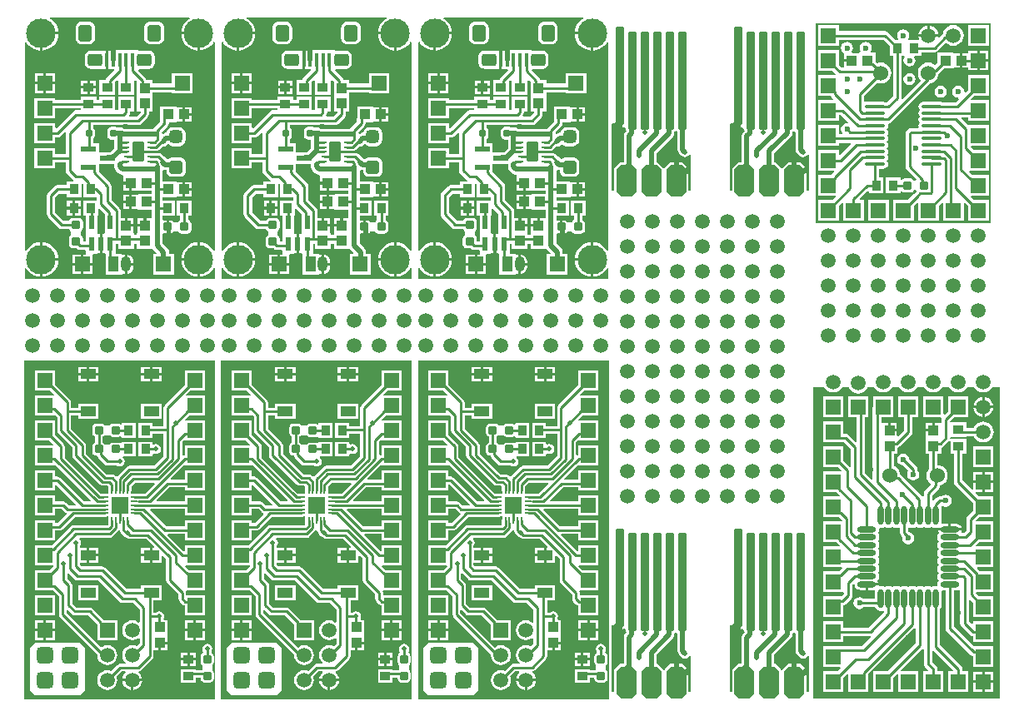
<source format=gtl>
G04*
G04 #@! TF.GenerationSoftware,Altium Limited,Altium Designer,20.1.12 (249)*
G04*
G04 Layer_Physical_Order=1*
G04 Layer_Color=255*
%FSLAX25Y25*%
%MOIN*%
G70*
G04*
G04 #@! TF.SameCoordinates,93090BFA-B333-45B1-ADBD-1567DB3BF8F2*
G04*
G04*
G04 #@! TF.FilePolarity,Positive*
G04*
G01*
G75*
%ADD10O,0.02362X0.07677*%
%ADD11O,0.07677X0.02362*%
%ADD12R,0.03937X0.03937*%
%ADD13R,0.03937X0.03543*%
%ADD14C,0.00984*%
%ADD15O,0.08268X0.01378*%
G04:AMPARAMS|DCode=16|XSize=31.5mil|YSize=31.5mil|CornerRadius=3.94mil|HoleSize=0mil|Usage=FLASHONLY|Rotation=180.000|XOffset=0mil|YOffset=0mil|HoleType=Round|Shape=RoundedRectangle|*
%AMROUNDEDRECTD16*
21,1,0.03150,0.02362,0,0,180.0*
21,1,0.02362,0.03150,0,0,180.0*
1,1,0.00787,-0.01181,0.01181*
1,1,0.00787,0.01181,0.01181*
1,1,0.00787,0.01181,-0.01181*
1,1,0.00787,-0.01181,-0.01181*
%
%ADD16ROUNDEDRECTD16*%
%ADD17R,0.03543X0.03937*%
%ADD18R,0.03937X0.03937*%
G04:AMPARAMS|DCode=19|XSize=78.74mil|YSize=127.95mil|CornerRadius=0mil|HoleSize=0mil|Usage=FLASHONLY|Rotation=360.000|XOffset=0mil|YOffset=0mil|HoleType=Round|Shape=Octagon|*
%AMOCTAGOND19*
4,1,8,-0.01968,0.06398,0.01968,0.06398,0.03937,0.04429,0.03937,-0.04429,0.01968,-0.06398,-0.01968,-0.06398,-0.03937,-0.04429,-0.03937,0.04429,-0.01968,0.06398,0.0*
%
%ADD19OCTAGOND19*%

G04:AMPARAMS|DCode=20|XSize=35.43mil|YSize=393.7mil|CornerRadius=8.86mil|HoleSize=0mil|Usage=FLASHONLY|Rotation=180.000|XOffset=0mil|YOffset=0mil|HoleType=Round|Shape=RoundedRectangle|*
%AMROUNDEDRECTD20*
21,1,0.03543,0.37598,0,0,180.0*
21,1,0.01772,0.39370,0,0,180.0*
1,1,0.01772,-0.00886,0.18799*
1,1,0.01772,0.00886,0.18799*
1,1,0.01772,0.00886,-0.18799*
1,1,0.01772,-0.00886,-0.18799*
%
%ADD20ROUNDEDRECTD20*%
%ADD21C,0.01968*%
%ADD22R,0.03937X0.03937*%
%ADD23R,0.06299X0.03937*%
G04:AMPARAMS|DCode=24|XSize=31.5mil|YSize=31.5mil|CornerRadius=3.94mil|HoleSize=0mil|Usage=FLASHONLY|Rotation=270.000|XOffset=0mil|YOffset=0mil|HoleType=Round|Shape=RoundedRectangle|*
%AMROUNDEDRECTD24*
21,1,0.03150,0.02362,0,0,270.0*
21,1,0.02362,0.03150,0,0,270.0*
1,1,0.00787,-0.01181,-0.01181*
1,1,0.00787,-0.01181,0.01181*
1,1,0.00787,0.01181,0.01181*
1,1,0.00787,0.01181,-0.01181*
%
%ADD24ROUNDEDRECTD24*%
%ADD25R,0.00787X0.03150*%
%ADD26R,0.03150X0.00787*%
%ADD27R,0.07087X0.07087*%
%ADD28R,0.02165X0.05709*%
%ADD29R,0.02165X0.05709*%
G04:AMPARAMS|DCode=30|XSize=23.62mil|YSize=27.56mil|CornerRadius=2.95mil|HoleSize=0mil|Usage=FLASHONLY|Rotation=180.000|XOffset=0mil|YOffset=0mil|HoleType=Round|Shape=RoundedRectangle|*
%AMROUNDEDRECTD30*
21,1,0.02362,0.02165,0,0,180.0*
21,1,0.01772,0.02756,0,0,180.0*
1,1,0.00591,-0.00886,0.01083*
1,1,0.00591,0.00886,0.01083*
1,1,0.00591,0.00886,-0.01083*
1,1,0.00591,-0.00886,-0.01083*
%
%ADD30ROUNDEDRECTD30*%
%ADD31R,0.02362X0.00984*%
G04:AMPARAMS|DCode=32|XSize=78.74mil|YSize=47.24mil|CornerRadius=5.91mil|HoleSize=0mil|Usage=FLASHONLY|Rotation=270.000|XOffset=0mil|YOffset=0mil|HoleType=Round|Shape=RoundedRectangle|*
%AMROUNDEDRECTD32*
21,1,0.07874,0.03543,0,0,270.0*
21,1,0.06693,0.04724,0,0,270.0*
1,1,0.01181,-0.01772,-0.03347*
1,1,0.01181,-0.01772,0.03347*
1,1,0.01181,0.01772,0.03347*
1,1,0.01181,0.01772,-0.03347*
%
%ADD32ROUNDEDRECTD32*%
G04:AMPARAMS|DCode=33|XSize=51.18mil|YSize=51.18mil|CornerRadius=6.4mil|HoleSize=0mil|Usage=FLASHONLY|Rotation=270.000|XOffset=0mil|YOffset=0mil|HoleType=Round|Shape=RoundedRectangle|*
%AMROUNDEDRECTD33*
21,1,0.05118,0.03839,0,0,270.0*
21,1,0.03839,0.05118,0,0,270.0*
1,1,0.01280,-0.01919,-0.01919*
1,1,0.01280,-0.01919,0.01919*
1,1,0.01280,0.01919,0.01919*
1,1,0.01280,0.01919,-0.01919*
%
%ADD33ROUNDEDRECTD33*%
G04:AMPARAMS|DCode=34|XSize=51.18mil|YSize=51.18mil|CornerRadius=12.8mil|HoleSize=0mil|Usage=FLASHONLY|Rotation=270.000|XOffset=0mil|YOffset=0mil|HoleType=Round|Shape=RoundedRectangle|*
%AMROUNDEDRECTD34*
21,1,0.05118,0.02559,0,0,270.0*
21,1,0.02559,0.05118,0,0,270.0*
1,1,0.02559,-0.01280,-0.01280*
1,1,0.02559,-0.01280,0.01280*
1,1,0.02559,0.01280,0.01280*
1,1,0.02559,0.01280,-0.01280*
%
%ADD34ROUNDEDRECTD34*%
%ADD35R,0.05906X0.02362*%
%ADD36R,0.01575X0.05315*%
%ADD37C,0.05906*%
%ADD38R,0.05906X0.05906*%
%ADD39C,0.06000*%
%ADD40R,0.05906X0.05906*%
%ADD41C,0.02362*%
%ADD42C,0.01968*%
G04:AMPARAMS|DCode=43|XSize=66.93mil|YSize=66.93mil|CornerRadius=16.73mil|HoleSize=0mil|Usage=FLASHONLY|Rotation=0.000|XOffset=0mil|YOffset=0mil|HoleType=Round|Shape=RoundedRectangle|*
%AMROUNDEDRECTD43*
21,1,0.06693,0.03347,0,0,0.0*
21,1,0.03347,0.06693,0,0,0.0*
1,1,0.03346,0.01673,-0.01673*
1,1,0.03346,-0.01673,-0.01673*
1,1,0.03346,-0.01673,0.01673*
1,1,0.03346,0.01673,0.01673*
%
%ADD43ROUNDEDRECTD43*%
%ADD44O,0.03937X0.06063*%
%ADD45R,0.03937X0.06000*%
G04:AMPARAMS|DCode=46|XSize=66.93mil|YSize=55.12mil|CornerRadius=13.78mil|HoleSize=0mil|Usage=FLASHONLY|Rotation=270.000|XOffset=0mil|YOffset=0mil|HoleType=Round|Shape=RoundedRectangle|*
%AMROUNDEDRECTD46*
21,1,0.06693,0.02756,0,0,270.0*
21,1,0.03937,0.05512,0,0,270.0*
1,1,0.02756,-0.01378,-0.01968*
1,1,0.02756,-0.01378,0.01968*
1,1,0.02756,0.01378,0.01968*
1,1,0.02756,0.01378,-0.01968*
%
%ADD46ROUNDEDRECTD46*%
G04:AMPARAMS|DCode=47|XSize=60mil|YSize=49.21mil|CornerRadius=12.3mil|HoleSize=0mil|Usage=FLASHONLY|Rotation=180.000|XOffset=0mil|YOffset=0mil|HoleType=Round|Shape=RoundedRectangle|*
%AMROUNDEDRECTD47*
21,1,0.06000,0.02461,0,0,180.0*
21,1,0.03539,0.04921,0,0,180.0*
1,1,0.02461,-0.01770,0.01230*
1,1,0.02461,0.01770,0.01230*
1,1,0.02461,0.01770,-0.01230*
1,1,0.02461,-0.01770,-0.01230*
%
%ADD47ROUNDEDRECTD47*%
%ADD48C,0.11811*%
G36*
X224865Y273686D02*
X224491Y273486D01*
X223440Y272623D01*
X222577Y271572D01*
X221936Y270372D01*
X221541Y269070D01*
X221457Y268217D01*
X228346D01*
Y267717D01*
X228847D01*
Y260827D01*
X229700Y260911D01*
X231002Y261306D01*
X232202Y261947D01*
X233253Y262810D01*
X234116Y263861D01*
X234315Y264235D01*
X234816Y264110D01*
Y180772D01*
X234315Y180647D01*
X234116Y181020D01*
X233253Y182072D01*
X232202Y182935D01*
X231002Y183576D01*
X229700Y183971D01*
X228847Y184055D01*
Y170276D01*
X229700Y170360D01*
X231002Y170755D01*
X232202Y171396D01*
X233253Y172259D01*
X234116Y173310D01*
X234315Y173684D01*
X234816Y173558D01*
Y169291D01*
X158885D01*
Y173558D01*
X159385Y173684D01*
X159585Y173310D01*
X160448Y172259D01*
X161499Y171396D01*
X162699Y170755D01*
X164001Y170360D01*
X164854Y170276D01*
Y184055D01*
X164001Y183971D01*
X162699Y183576D01*
X161499Y182935D01*
X160448Y182072D01*
X159585Y181020D01*
X159385Y180647D01*
X158885Y180772D01*
Y264110D01*
X159385Y264235D01*
X159585Y263861D01*
X160448Y262810D01*
X161499Y261947D01*
X162699Y261306D01*
X164001Y260911D01*
X164854Y260827D01*
Y267717D01*
X165354D01*
Y268217D01*
X172244D01*
X172160Y269070D01*
X171765Y270372D01*
X171124Y271572D01*
X170261Y272623D01*
X169209Y273486D01*
X168836Y273686D01*
X168961Y274186D01*
X224740D01*
X224865Y273686D01*
D02*
G37*
G36*
X146125D02*
X145751Y273486D01*
X144700Y272623D01*
X143837Y271572D01*
X143196Y270372D01*
X142801Y269070D01*
X142717Y268217D01*
X149606D01*
Y267717D01*
X150106D01*
Y260827D01*
X150960Y260911D01*
X152262Y261306D01*
X153461Y261947D01*
X154513Y262810D01*
X155376Y263861D01*
X155575Y264235D01*
X156075Y264110D01*
Y180772D01*
X155575Y180647D01*
X155376Y181020D01*
X154513Y182072D01*
X153461Y182935D01*
X152262Y183576D01*
X150960Y183971D01*
X150106Y184055D01*
Y170276D01*
X150960Y170360D01*
X152262Y170755D01*
X153461Y171396D01*
X154513Y172259D01*
X155376Y173310D01*
X155575Y173684D01*
X156075Y173558D01*
Y169291D01*
X80145D01*
Y173558D01*
X80645Y173684D01*
X80845Y173310D01*
X81708Y172259D01*
X82759Y171396D01*
X83959Y170755D01*
X85260Y170360D01*
X86114Y170276D01*
Y184055D01*
X85260Y183971D01*
X83959Y183576D01*
X82759Y182935D01*
X81708Y182072D01*
X80845Y181020D01*
X80645Y180647D01*
X80145Y180772D01*
Y264110D01*
X80645Y264235D01*
X80845Y263861D01*
X81708Y262810D01*
X82759Y261947D01*
X83959Y261306D01*
X85260Y260911D01*
X86114Y260827D01*
Y267717D01*
X86614D01*
Y268217D01*
X93504D01*
X93420Y269070D01*
X93025Y270372D01*
X92384Y271572D01*
X91521Y272623D01*
X90469Y273486D01*
X90096Y273686D01*
X90221Y274186D01*
X145999D01*
X146125Y273686D01*
D02*
G37*
G36*
X67384D02*
X67011Y273486D01*
X65960Y272623D01*
X65097Y271572D01*
X64455Y270372D01*
X64061Y269070D01*
X63977Y268217D01*
X70866D01*
Y267717D01*
X71366D01*
Y260827D01*
X72220Y260911D01*
X73522Y261306D01*
X74721Y261947D01*
X75773Y262810D01*
X76636Y263861D01*
X76835Y264235D01*
X77335Y264110D01*
Y180772D01*
X76835Y180647D01*
X76636Y181020D01*
X75773Y182072D01*
X74721Y182935D01*
X73522Y183576D01*
X72220Y183971D01*
X71366Y184055D01*
Y170276D01*
X72220Y170360D01*
X73522Y170755D01*
X74721Y171396D01*
X75773Y172259D01*
X76636Y173310D01*
X76835Y173684D01*
X77335Y173558D01*
Y169291D01*
X1405D01*
Y173558D01*
X1905Y173684D01*
X2104Y173310D01*
X2967Y172259D01*
X4019Y171396D01*
X5219Y170755D01*
X6520Y170360D01*
X7374Y170276D01*
Y184055D01*
X6520Y183971D01*
X5219Y183576D01*
X4019Y182935D01*
X2967Y182072D01*
X2104Y181020D01*
X1905Y180647D01*
X1405Y180772D01*
Y264110D01*
X1905Y264235D01*
X2104Y263861D01*
X2967Y262810D01*
X4019Y261947D01*
X5219Y261306D01*
X6520Y260911D01*
X7374Y260827D01*
Y267717D01*
X7874D01*
Y268217D01*
X14764D01*
X14680Y269070D01*
X14285Y270372D01*
X13644Y271572D01*
X12781Y272623D01*
X11729Y273486D01*
X11356Y273686D01*
X11481Y274186D01*
X67259D01*
X67384Y273686D01*
D02*
G37*
G36*
X287409Y231981D02*
X285397Y229970D01*
X285827Y229885D01*
X287598D01*
X288328Y230030D01*
X288492Y230140D01*
X288937Y229835D01*
X289065Y229192D01*
X289430Y228646D01*
X288793Y228010D01*
X288358Y227359D01*
X288206Y226590D01*
Y216043D01*
X286752D01*
X284291Y213583D01*
Y204724D01*
X283465D01*
Y231518D01*
X283965Y231568D01*
X284005Y231362D01*
X286017Y233373D01*
X287409Y231981D01*
D02*
G37*
G36*
X240164D02*
X238153Y229970D01*
X238583Y229885D01*
X240354D01*
X241084Y230030D01*
X241248Y230140D01*
X241693Y229835D01*
X241821Y229192D01*
X242186Y228646D01*
X241549Y228010D01*
X241114Y227359D01*
X240961Y226590D01*
Y216043D01*
X239508D01*
X237047Y213583D01*
Y204724D01*
X236221D01*
Y231518D01*
X236720Y231568D01*
X236761Y231362D01*
X238773Y233373D01*
X240164Y231981D01*
D02*
G37*
G36*
X309705Y228197D02*
Y221122D01*
X309858Y220354D01*
X310293Y219703D01*
X311293Y218703D01*
X311945Y218268D01*
X312713Y218115D01*
X313481Y218268D01*
X314132Y218703D01*
X314461Y219195D01*
X314961Y219043D01*
Y204724D01*
X314134D01*
Y212191D01*
X309909Y207965D01*
X308517Y209357D01*
X313438Y214279D01*
X311673Y216043D01*
X306752D01*
X304534Y213825D01*
X304213Y213630D01*
X303892Y213825D01*
X301673Y216043D01*
X301220D01*
Y219759D01*
X307858Y226398D01*
X308294Y227049D01*
X308446Y227817D01*
Y228239D01*
X308899Y228541D01*
X309069Y228597D01*
X309278D01*
X309705Y228197D01*
D02*
G37*
G36*
X262461D02*
Y221122D01*
X262614Y220354D01*
X263049Y219703D01*
X264049Y218703D01*
X264700Y218268D01*
X265469Y218115D01*
X266237Y218268D01*
X266888Y218703D01*
X267216Y219195D01*
X267717Y219043D01*
Y204724D01*
X266890D01*
Y212191D01*
X262665Y207965D01*
X261273Y209357D01*
X266194Y214279D01*
X264429Y216043D01*
X259508D01*
X257289Y213825D01*
X256968Y213630D01*
X256648Y213825D01*
X254429Y216043D01*
X253976D01*
Y219759D01*
X260614Y226398D01*
X261049Y227049D01*
X261202Y227817D01*
Y228239D01*
X261654Y228541D01*
X261825Y228597D01*
X262034D01*
X262461Y228197D01*
D02*
G37*
G36*
X387835Y191850D02*
X317835D01*
Y271850D01*
X387835D01*
Y191850D01*
D02*
G37*
G36*
X351855Y125162D02*
X352718Y124499D01*
X353724Y124083D01*
X354803Y123941D01*
X355882Y124083D01*
X356888Y124499D01*
X357751Y125162D01*
X358382Y125984D01*
X361224D01*
X361855Y125162D01*
X362718Y124499D01*
X363724Y124083D01*
X364803Y123941D01*
X365882Y124083D01*
X366888Y124499D01*
X367752Y125162D01*
X368382Y125984D01*
X371224D01*
X371855Y125162D01*
X372718Y124499D01*
X373724Y124083D01*
X374803Y123941D01*
X375882Y124083D01*
X376888Y124499D01*
X377751Y125162D01*
X378382Y125984D01*
X381224D01*
X381855Y125162D01*
X382718Y124499D01*
X383724Y124083D01*
X384803Y123941D01*
X385882Y124083D01*
X386888Y124499D01*
X387752Y125162D01*
X388382Y125984D01*
X391417D01*
X391417Y1405D01*
X316929D01*
X316929Y125984D01*
X321224D01*
X321855Y125162D01*
X322718Y124499D01*
X323724Y124083D01*
X324803Y123941D01*
X325882Y124083D01*
X326888Y124499D01*
X327751Y125162D01*
X328382Y125984D01*
X330991D01*
X331155Y125589D01*
X331818Y124725D01*
X332681Y124062D01*
X333687Y123646D01*
X334766Y123504D01*
X335845Y123646D01*
X336851Y124062D01*
X337714Y124725D01*
X338377Y125589D01*
X338541Y125984D01*
X341224D01*
X341855Y125162D01*
X342718Y124499D01*
X343724Y124083D01*
X344803Y123941D01*
X345882Y124083D01*
X346888Y124499D01*
X347751Y125162D01*
X348382Y125984D01*
X351224D01*
X351855Y125162D01*
D02*
G37*
G36*
X287409Y31194D02*
X285397Y29183D01*
X285827Y29097D01*
X287598D01*
X288328Y29242D01*
X288492Y29352D01*
X288937Y29048D01*
X289065Y28404D01*
X289430Y27859D01*
X288793Y27222D01*
X288358Y26571D01*
X288206Y25803D01*
Y15256D01*
X286752D01*
X284291Y12795D01*
Y3937D01*
X283465D01*
Y30731D01*
X283965Y30780D01*
X284005Y30575D01*
X286017Y32586D01*
X287409Y31194D01*
D02*
G37*
G36*
X240164D02*
X238153Y29183D01*
X238583Y29097D01*
X240354D01*
X241084Y29242D01*
X241248Y29352D01*
X241693Y29048D01*
X241821Y28404D01*
X242186Y27859D01*
X241549Y27222D01*
X241114Y26571D01*
X240961Y25803D01*
Y15256D01*
X239508D01*
X237047Y12795D01*
Y3937D01*
X236221D01*
Y30731D01*
X236720Y30780D01*
X236761Y30575D01*
X238773Y32586D01*
X240164Y31194D01*
D02*
G37*
G36*
X309705Y27410D02*
Y20335D01*
X309858Y19567D01*
X310293Y18915D01*
X311293Y17915D01*
X311945Y17480D01*
X312713Y17328D01*
X313481Y17480D01*
X314132Y17915D01*
X314461Y18408D01*
X314961Y18256D01*
Y3937D01*
X314134D01*
Y11403D01*
X309909Y7178D01*
X308517Y8570D01*
X313438Y13491D01*
X311673Y15256D01*
X306752D01*
X304534Y13037D01*
X304213Y12843D01*
X303892Y13037D01*
X301673Y15256D01*
X301220D01*
Y18972D01*
X307858Y25611D01*
X308294Y26262D01*
X308446Y27030D01*
Y27451D01*
X308899Y27753D01*
X309069Y27809D01*
X309278D01*
X309705Y27410D01*
D02*
G37*
G36*
X262461D02*
Y20335D01*
X262614Y19567D01*
X263049Y18915D01*
X264049Y17915D01*
X264700Y17480D01*
X265469Y17328D01*
X266237Y17480D01*
X266888Y17915D01*
X267216Y18408D01*
X267717Y18256D01*
Y3937D01*
X266890D01*
Y11403D01*
X262665Y7178D01*
X261273Y8570D01*
X266194Y13491D01*
X264429Y15256D01*
X259508D01*
X257289Y13037D01*
X256968Y12843D01*
X256648Y13037D01*
X254429Y15256D01*
X253976D01*
Y18972D01*
X260614Y25611D01*
X261049Y26262D01*
X261202Y27030D01*
Y27451D01*
X261654Y27753D01*
X261825Y27809D01*
X262034D01*
X262461Y27410D01*
D02*
G37*
G36*
X235016Y1204D02*
X158685D01*
Y136591D01*
X235016D01*
Y1204D01*
D02*
G37*
G36*
X156276D02*
X79944D01*
Y136591D01*
X156276D01*
Y1204D01*
D02*
G37*
G36*
X77536D02*
X1204D01*
Y136591D01*
X77536D01*
Y1204D01*
D02*
G37*
%LPC*%
G36*
X212008Y272365D02*
X209252D01*
X208584Y272277D01*
X207961Y272019D01*
X207427Y271609D01*
X207017Y271074D01*
X206759Y270451D01*
X206671Y269783D01*
Y265846D01*
X206759Y265178D01*
X207017Y264556D01*
X207427Y264021D01*
X207961Y263611D01*
X208584Y263353D01*
X209252Y263265D01*
X212008D01*
X212676Y263353D01*
X213299Y263611D01*
X213833Y264021D01*
X214243Y264556D01*
X214501Y265178D01*
X214589Y265846D01*
Y269783D01*
X214501Y270451D01*
X214243Y271074D01*
X213833Y271609D01*
X213299Y272019D01*
X212676Y272277D01*
X212008Y272365D01*
D02*
G37*
G36*
X184449D02*
X181693D01*
X181025Y272277D01*
X180402Y272019D01*
X179868Y271609D01*
X179458Y271074D01*
X179200Y270451D01*
X179112Y269783D01*
Y265846D01*
X179200Y265178D01*
X179458Y264556D01*
X179868Y264021D01*
X180402Y263611D01*
X181025Y263353D01*
X181693Y263265D01*
X184449D01*
X185117Y263353D01*
X185739Y263611D01*
X186274Y264021D01*
X186684Y264556D01*
X186942Y265178D01*
X187030Y265846D01*
Y269783D01*
X186942Y270451D01*
X186684Y271074D01*
X186274Y271609D01*
X185739Y272019D01*
X185117Y272277D01*
X184449Y272365D01*
D02*
G37*
G36*
X227847Y267217D02*
X221457D01*
X221541Y266363D01*
X221936Y265061D01*
X222577Y263861D01*
X223440Y262810D01*
X224491Y261947D01*
X225691Y261306D01*
X226993Y260911D01*
X227847Y260827D01*
Y267217D01*
D02*
G37*
G36*
X172244D02*
X165854D01*
Y260827D01*
X166708Y260911D01*
X168010Y261306D01*
X169209Y261947D01*
X170261Y262810D01*
X171124Y263861D01*
X171765Y265061D01*
X172160Y266363D01*
X172244Y267217D01*
D02*
G37*
G36*
X203937Y260925D02*
Y260925D01*
X194882D01*
Y260744D01*
X194791D01*
Y257087D01*
X193791D01*
Y260744D01*
X192232D01*
Y257087D01*
Y253429D01*
X194443D01*
X194650Y252929D01*
X191662Y249941D01*
X191292Y249387D01*
X191218Y249016D01*
X188701D01*
Y243110D01*
X195000D01*
Y248453D01*
X195607Y249061D01*
X195749Y249064D01*
X196201Y248637D01*
X196201Y248544D01*
Y243110D01*
X202500D01*
Y248521D01*
X202500Y248637D01*
X202952Y249064D01*
X203093Y249061D01*
X203701Y248453D01*
Y243217D01*
X203701Y242717D01*
X203701Y242216D01*
Y236417D01*
X205131D01*
X205139Y235917D01*
X203644Y234423D01*
X200717D01*
X200525Y234885D01*
X200557Y234916D01*
X200926Y235469D01*
X201056Y236122D01*
Y236417D01*
X202500D01*
Y242323D01*
X196201D01*
Y236883D01*
X195000D01*
Y242323D01*
X188701D01*
Y241076D01*
X187500D01*
Y242323D01*
X181201D01*
Y241076D01*
X170984D01*
Y241850D01*
X162717D01*
Y233583D01*
X170984D01*
Y237664D01*
X181201D01*
Y236883D01*
X179311D01*
X178658Y236753D01*
X178105Y236384D01*
X171484Y229763D01*
X170984Y229970D01*
Y231850D01*
X162717D01*
Y223583D01*
X170984D01*
Y226011D01*
X171850D01*
X172503Y226140D01*
X173057Y226510D01*
X174727Y228180D01*
X175188Y227934D01*
X175144Y227716D01*
Y219423D01*
X170984D01*
Y220012D01*
X171017Y220177D01*
X170984Y220342D01*
Y221850D01*
X169476D01*
X169311Y221883D01*
X169146Y221850D01*
X162717D01*
Y213583D01*
X170984D01*
Y216011D01*
X175144D01*
Y212717D01*
X175274Y212064D01*
X175644Y211510D01*
X178144Y209010D01*
X178360Y208866D01*
X178208Y208366D01*
X175551D01*
Y206923D01*
X171851D01*
X171198Y206793D01*
X170644Y206423D01*
X168144Y203923D01*
X167774Y203369D01*
X167644Y202716D01*
Y195217D01*
X167774Y194564D01*
X168144Y194010D01*
X172298Y189857D01*
X172851Y189487D01*
X173504Y189357D01*
X176668D01*
X176686Y189268D01*
X177034Y188747D01*
X177382Y188514D01*
Y186919D01*
X177034Y186687D01*
X176686Y186166D01*
X176564Y185551D01*
Y183189D01*
X176686Y182574D01*
X177034Y182054D01*
X177555Y181706D01*
X178169Y181583D01*
X179725D01*
X179798Y181510D01*
X180351Y181140D01*
X181004Y181010D01*
X182993D01*
X183346Y180657D01*
X183346Y179449D01*
X182962Y179169D01*
X182350D01*
Y175717D01*
X185803D01*
Y178949D01*
X185803Y179169D01*
X186187Y179449D01*
X187874D01*
Y179630D01*
X188850D01*
Y183484D01*
Y187339D01*
X188299D01*
X187874Y187839D01*
X187874Y187913D01*
X187874D01*
Y194567D01*
X188150D01*
Y197351D01*
X188612Y197543D01*
X190794Y195360D01*
Y192539D01*
X190827Y192375D01*
Y187913D01*
X190827D01*
Y187839D01*
X190402Y187339D01*
X189850D01*
Y183484D01*
Y179630D01*
X190827D01*
Y179449D01*
X191240Y179398D01*
Y171035D01*
X197539D01*
Y171182D01*
X198039Y171467D01*
X198536Y171262D01*
X198811Y171225D01*
Y175217D01*
Y179208D01*
X198536Y179172D01*
X198039Y178966D01*
X197539Y179251D01*
Y179398D01*
X195833D01*
X195354Y179449D01*
Y183510D01*
X196201D01*
Y181417D01*
X202500D01*
Y183510D01*
X203701D01*
Y181417D01*
X210000D01*
X210362Y181083D01*
X211632Y179812D01*
X211441Y179350D01*
X210217D01*
Y171083D01*
X218484D01*
Y179350D01*
X216606D01*
Y180169D01*
X216438Y181014D01*
X215959Y181730D01*
X214058Y183631D01*
Y187315D01*
X214558Y187667D01*
X214823Y187615D01*
X215504D01*
Y190217D01*
Y192819D01*
X214823D01*
X214558Y192766D01*
X214058Y193119D01*
Y194567D01*
X218957D01*
Y200866D01*
X214058D01*
Y202067D01*
X219107D01*
X219350Y202067D01*
X219775Y202248D01*
X222000D01*
Y208185D01*
X219775D01*
X219350Y208366D01*
X219107Y208366D01*
X214058D01*
Y212686D01*
X214558Y213054D01*
X215089Y212949D01*
X215575D01*
Y212195D01*
X215716Y211484D01*
X216118Y210882D01*
X216721Y210480D01*
X217431Y210338D01*
X221270D01*
X221980Y210480D01*
X222583Y210882D01*
X222985Y211484D01*
X223126Y212195D01*
Y216034D01*
X222985Y216744D01*
X222583Y217346D01*
X221980Y217749D01*
X221270Y217890D01*
X217431D01*
X216721Y217749D01*
X216145Y217364D01*
X216004D01*
X215624Y217744D01*
X214908Y218223D01*
X214719Y218260D01*
X213525Y219454D01*
X212972Y219824D01*
X212319Y219954D01*
X211138D01*
Y220479D01*
X211319D01*
X211972Y220609D01*
X212525Y220979D01*
X213865Y222319D01*
X214111Y222270D01*
X214956Y222438D01*
X215673Y222917D01*
X216046Y223290D01*
X216297Y223265D01*
X217111Y222722D01*
X218071Y222531D01*
X220630D01*
X221590Y222722D01*
X222404Y223265D01*
X222948Y224079D01*
X223139Y225039D01*
Y227598D01*
X222948Y228558D01*
X222404Y229372D01*
X221590Y229916D01*
X220630Y230107D01*
X218071D01*
X217111Y229916D01*
X216297Y229372D01*
X215753Y228558D01*
X215626Y227922D01*
X215348D01*
X214503Y227754D01*
X214113Y227493D01*
X213670Y227693D01*
X213632Y228167D01*
X215931Y230466D01*
X216301Y231019D01*
X216430Y231672D01*
Y232067D01*
X219350Y232067D01*
X219775Y232248D01*
X222000D01*
Y238185D01*
X219775D01*
X219350Y238366D01*
X219107Y238366D01*
X213051D01*
Y233905D01*
X213018Y233740D01*
Y232379D01*
X210641Y230001D01*
X210287Y229472D01*
X198946D01*
X198520Y229756D01*
X197675Y229924D01*
X196131D01*
X195733Y230190D01*
X195158Y230305D01*
X193386D01*
X192810Y230190D01*
X192322Y229864D01*
X191995Y229375D01*
X191881Y228799D01*
Y226634D01*
X191995Y226058D01*
X192322Y225570D01*
X192810Y225243D01*
X193386Y225129D01*
X194643D01*
Y221631D01*
X193133Y220121D01*
X192047D01*
X191834Y220079D01*
X188504D01*
Y223819D01*
X186135D01*
Y225406D01*
X186379Y225570D01*
X186706Y226058D01*
X186820Y226634D01*
Y228799D01*
X186706Y229375D01*
X186379Y229864D01*
X186135Y230027D01*
Y231011D01*
X204350D01*
X205003Y231140D01*
X205557Y231510D01*
X208057Y234010D01*
X208426Y234564D01*
X208556Y235216D01*
Y236417D01*
X210000D01*
Y242216D01*
X210000Y242717D01*
X210000Y243217D01*
Y244160D01*
X217717D01*
Y243583D01*
X225984D01*
Y251850D01*
X217717D01*
Y247572D01*
X210000D01*
Y249016D01*
X207483D01*
X207409Y249387D01*
X207039Y249941D01*
X204162Y252818D01*
X204213Y253089D01*
X204741Y253434D01*
X204923Y253398D01*
X208463D01*
X209403Y253585D01*
X210201Y254118D01*
X210734Y254915D01*
X210921Y255856D01*
Y258317D01*
X210734Y259258D01*
X210201Y260055D01*
X209403Y260589D01*
X208463Y260776D01*
X204923D01*
X204437Y260679D01*
X203937Y260925D01*
D02*
G37*
G36*
X188778Y260776D02*
X185238D01*
X184297Y260589D01*
X183500Y260055D01*
X182967Y259258D01*
X182780Y258317D01*
Y255856D01*
X182967Y254915D01*
X183500Y254118D01*
X184297Y253585D01*
X185238Y253398D01*
X188778D01*
X189445Y253530D01*
X189945Y253429D01*
Y253429D01*
X189945Y253429D01*
X191232D01*
Y255836D01*
X191236Y255856D01*
Y257087D01*
Y258317D01*
X191232Y258338D01*
Y260744D01*
X189945D01*
X189945Y260744D01*
Y260744D01*
X189445Y260643D01*
X188778Y260776D01*
D02*
G37*
G36*
X170803Y251669D02*
X167350D01*
Y248217D01*
X170803D01*
Y251669D01*
D02*
G37*
G36*
X166350D02*
X162898D01*
Y248217D01*
X166350D01*
Y251669D01*
D02*
G37*
G36*
X187319Y248835D02*
X184850D01*
Y246563D01*
X187319D01*
Y248835D01*
D02*
G37*
G36*
X183850D02*
X181382D01*
Y246563D01*
X183850D01*
Y248835D01*
D02*
G37*
G36*
X170803Y247217D02*
X167350D01*
Y243764D01*
X170803D01*
Y247217D01*
D02*
G37*
G36*
X166350D02*
X162898D01*
Y243764D01*
X166350D01*
Y247217D01*
D02*
G37*
G36*
X187319Y245563D02*
X184850D01*
Y243291D01*
X187319D01*
Y245563D01*
D02*
G37*
G36*
X183850D02*
X181382D01*
Y243291D01*
X183850D01*
Y245563D01*
D02*
G37*
G36*
X225468Y238185D02*
X223000D01*
Y235717D01*
X225468D01*
Y238185D01*
D02*
G37*
G36*
Y234717D02*
X223000D01*
Y232248D01*
X225468D01*
Y234717D01*
D02*
G37*
G36*
Y208185D02*
X223000D01*
Y205717D01*
X225468D01*
Y208185D01*
D02*
G37*
G36*
Y204717D02*
X223000D01*
Y202248D01*
X225468D01*
Y204717D01*
D02*
G37*
G36*
X225650Y200866D02*
X219744D01*
Y194567D01*
X220991D01*
Y192899D01*
X220901Y192881D01*
X220380Y192533D01*
X220148Y192185D01*
X218335D01*
X218190Y192402D01*
X217729Y192710D01*
X217185Y192819D01*
X216504D01*
Y190217D01*
Y187615D01*
X217185D01*
X217729Y187723D01*
X218190Y188031D01*
X218335Y188248D01*
X220148D01*
X220380Y187900D01*
X220901Y187552D01*
X221516Y187430D01*
X223878D01*
X224492Y187552D01*
X225013Y187900D01*
X225361Y188421D01*
X225484Y189035D01*
Y191398D01*
X225361Y192012D01*
X225013Y192533D01*
X224492Y192881D01*
X224403Y192899D01*
Y194567D01*
X225650D01*
Y200866D01*
D02*
G37*
G36*
X227847Y184055D02*
X226993Y183971D01*
X225691Y183576D01*
X224491Y182935D01*
X223440Y182072D01*
X222577Y181020D01*
X221936Y179821D01*
X221541Y178519D01*
X221457Y177665D01*
X227847D01*
Y184055D01*
D02*
G37*
G36*
X165854D02*
Y177665D01*
X172244D01*
X172160Y178519D01*
X171765Y179821D01*
X171124Y181020D01*
X170261Y182072D01*
X169209Y182935D01*
X168010Y183576D01*
X166708Y183971D01*
X165854Y184055D01*
D02*
G37*
G36*
X199811Y179208D02*
Y175717D01*
X202305D01*
Y176279D01*
X202203Y177055D01*
X201904Y177777D01*
X201428Y178397D01*
X200808Y178873D01*
X200086Y179172D01*
X199811Y179208D01*
D02*
G37*
G36*
X181350Y179169D02*
X177898D01*
Y175717D01*
X181350D01*
Y179169D01*
D02*
G37*
G36*
X185803Y174717D02*
X182350D01*
Y171264D01*
X185803D01*
Y174717D01*
D02*
G37*
G36*
X181350D02*
X177898D01*
Y171264D01*
X181350D01*
Y174717D01*
D02*
G37*
G36*
X202305Y174717D02*
X199811D01*
Y171225D01*
X200086Y171262D01*
X200808Y171561D01*
X201428Y172036D01*
X201904Y172657D01*
X202203Y173379D01*
X202305Y174154D01*
Y174717D01*
D02*
G37*
G36*
X227847Y176665D02*
X221457D01*
X221541Y175812D01*
X221936Y174510D01*
X222577Y173310D01*
X223440Y172259D01*
X224491Y171396D01*
X225691Y170755D01*
X226993Y170360D01*
X227847Y170276D01*
Y176665D01*
D02*
G37*
G36*
X172244D02*
X165854D01*
Y170276D01*
X166708Y170360D01*
X168010Y170755D01*
X169209Y171396D01*
X170261Y172259D01*
X171124Y173310D01*
X171765Y174510D01*
X172160Y175812D01*
X172244Y176665D01*
D02*
G37*
%LPD*%
G36*
X194643Y215216D02*
Y214217D01*
X194811Y213372D01*
X195289Y212655D01*
X196213Y211732D01*
X196929Y211253D01*
X197774Y211085D01*
X197992D01*
X198232Y210685D01*
X198232Y210585D01*
Y208217D01*
X201201D01*
Y207717D01*
X201701D01*
Y204748D01*
X203925D01*
X204350Y204567D01*
X204594Y204567D01*
X209643D01*
Y203366D01*
X204594D01*
X204350Y203366D01*
X203925Y203185D01*
X201701D01*
Y200217D01*
Y197248D01*
X203925D01*
X204350Y197067D01*
X204594Y197067D01*
X209643D01*
Y193835D01*
X207350D01*
Y190866D01*
X206850D01*
Y190366D01*
X203882D01*
Y188142D01*
X203701Y187716D01*
X203701D01*
X203701Y187716D01*
Y186923D01*
X202500D01*
Y187716D01*
X202500D01*
X202319Y187898D01*
Y190366D01*
X199350D01*
Y190866D01*
X198850D01*
Y193835D01*
X197159D01*
Y196614D01*
X197029Y197267D01*
X196659Y197820D01*
X193556Y200923D01*
Y206496D01*
X193427Y207149D01*
X193057Y207702D01*
X188504Y212255D01*
Y215354D01*
X194529D01*
X194643Y215216D01*
D02*
G37*
G36*
X182244Y207408D02*
Y202067D01*
X187644D01*
Y200866D01*
X182244D01*
Y194567D01*
X183346D01*
Y187913D01*
X183346D01*
X183346Y187520D01*
X183346D01*
Y184423D01*
X182137D01*
Y185551D01*
X182015Y186166D01*
X181667Y186687D01*
X181319Y186919D01*
Y188514D01*
X181667Y188747D01*
X182015Y189268D01*
X182137Y189882D01*
Y192244D01*
X182015Y192859D01*
X181667Y193379D01*
X181146Y193728D01*
X180532Y193850D01*
X178169D01*
X177555Y193728D01*
X177034Y193379D01*
X176686Y192859D01*
X176668Y192769D01*
X174211D01*
X171056Y195923D01*
Y202010D01*
X172557Y203510D01*
X175551D01*
Y202067D01*
X181457D01*
Y207510D01*
X181894Y207697D01*
X182244Y207408D01*
D02*
G37*
%LPC*%
G36*
X200701Y207217D02*
X198232D01*
Y204748D01*
X200701D01*
Y207217D01*
D02*
G37*
G36*
Y203185D02*
X198232D01*
Y200717D01*
X200701D01*
Y203185D01*
D02*
G37*
G36*
Y199717D02*
X198232D01*
Y197248D01*
X200701D01*
Y199717D01*
D02*
G37*
G36*
X206350Y193835D02*
X203882D01*
Y191366D01*
X206350D01*
Y193835D01*
D02*
G37*
G36*
X202319D02*
X199850D01*
Y191366D01*
X202319D01*
Y193835D01*
D02*
G37*
G36*
X181276Y200685D02*
X179004D01*
Y198217D01*
X181276D01*
Y200685D01*
D02*
G37*
G36*
X178004D02*
X175732D01*
Y198217D01*
X178004D01*
Y200685D01*
D02*
G37*
G36*
X181276Y197217D02*
X179004D01*
Y194748D01*
X181276D01*
Y197217D01*
D02*
G37*
G36*
X178004D02*
X175732D01*
Y194748D01*
X178004D01*
Y197217D01*
D02*
G37*
G36*
X133268Y272365D02*
X130512D01*
X129844Y272277D01*
X129221Y272019D01*
X128687Y271609D01*
X128277Y271074D01*
X128019Y270451D01*
X127931Y269783D01*
Y265846D01*
X128019Y265178D01*
X128277Y264556D01*
X128687Y264021D01*
X129221Y263611D01*
X129844Y263353D01*
X130512Y263265D01*
X133268D01*
X133936Y263353D01*
X134558Y263611D01*
X135093Y264021D01*
X135503Y264556D01*
X135761Y265178D01*
X135849Y265846D01*
Y269783D01*
X135761Y270451D01*
X135503Y271074D01*
X135093Y271609D01*
X134558Y272019D01*
X133936Y272277D01*
X133268Y272365D01*
D02*
G37*
G36*
X105709D02*
X102953D01*
X102285Y272277D01*
X101662Y272019D01*
X101128Y271609D01*
X100717Y271074D01*
X100460Y270451D01*
X100372Y269783D01*
Y265846D01*
X100460Y265178D01*
X100717Y264556D01*
X101128Y264021D01*
X101662Y263611D01*
X102285Y263353D01*
X102953Y263265D01*
X105709D01*
X106377Y263353D01*
X106999Y263611D01*
X107534Y264021D01*
X107944Y264556D01*
X108202Y265178D01*
X108290Y265846D01*
Y269783D01*
X108202Y270451D01*
X107944Y271074D01*
X107534Y271609D01*
X106999Y272019D01*
X106377Y272277D01*
X105709Y272365D01*
D02*
G37*
G36*
X149106Y267217D02*
X142717D01*
X142801Y266363D01*
X143196Y265061D01*
X143837Y263861D01*
X144700Y262810D01*
X145751Y261947D01*
X146951Y261306D01*
X148253Y260911D01*
X149106Y260827D01*
Y267217D01*
D02*
G37*
G36*
X93504D02*
X87114D01*
Y260827D01*
X87968Y260911D01*
X89270Y261306D01*
X90469Y261947D01*
X91521Y262810D01*
X92384Y263861D01*
X93025Y265061D01*
X93420Y266363D01*
X93504Y267217D01*
D02*
G37*
G36*
X125197Y260925D02*
Y260925D01*
X116142D01*
Y260744D01*
X116051D01*
Y257087D01*
X115051D01*
Y260744D01*
X113492D01*
Y257087D01*
Y253429D01*
X115703D01*
X115910Y252929D01*
X112922Y249941D01*
X112552Y249387D01*
X112478Y249016D01*
X109961D01*
Y243110D01*
X116260D01*
Y248453D01*
X116867Y249061D01*
X117009Y249064D01*
X117461Y248637D01*
X117461Y248544D01*
Y243110D01*
X123760D01*
Y248521D01*
X123760Y248637D01*
X124212Y249064D01*
X124353Y249061D01*
X124961Y248453D01*
Y243217D01*
X124961Y242717D01*
X124961Y242216D01*
Y236417D01*
X126390D01*
X126399Y235917D01*
X124904Y234423D01*
X121977D01*
X121785Y234885D01*
X121817Y234916D01*
X122186Y235469D01*
X122316Y236122D01*
Y236417D01*
X123760D01*
Y242323D01*
X117461D01*
Y236883D01*
X116260D01*
Y242323D01*
X109961D01*
Y241076D01*
X108760D01*
Y242323D01*
X102461D01*
Y241076D01*
X92244D01*
Y241850D01*
X83976D01*
Y233583D01*
X92244D01*
Y237664D01*
X102461D01*
Y236883D01*
X100571D01*
X99918Y236753D01*
X99365Y236384D01*
X92744Y229763D01*
X92244Y229970D01*
Y231850D01*
X83976D01*
Y223583D01*
X92244D01*
Y226011D01*
X93110D01*
X93763Y226140D01*
X94317Y226510D01*
X95987Y228180D01*
X96447Y227934D01*
X96404Y227716D01*
Y219423D01*
X92244D01*
Y220012D01*
X92277Y220177D01*
X92244Y220342D01*
Y221850D01*
X90736D01*
X90571Y221883D01*
X90406Y221850D01*
X83976D01*
Y213583D01*
X92244D01*
Y216011D01*
X96404D01*
Y212717D01*
X96534Y212064D01*
X96904Y211510D01*
X99404Y209010D01*
X99620Y208866D01*
X99468Y208366D01*
X96811D01*
Y206923D01*
X93110D01*
X92457Y206793D01*
X91904Y206423D01*
X89404Y203923D01*
X89034Y203369D01*
X88904Y202716D01*
Y195217D01*
X89034Y194564D01*
X89404Y194010D01*
X93558Y189857D01*
X94111Y189487D01*
X94764Y189357D01*
X97928D01*
X97946Y189268D01*
X98294Y188747D01*
X98642Y188514D01*
Y186919D01*
X98294Y186687D01*
X97946Y186166D01*
X97824Y185551D01*
Y183189D01*
X97946Y182574D01*
X98294Y182054D01*
X98815Y181706D01*
X99429Y181583D01*
X100984D01*
X101058Y181510D01*
X101611Y181140D01*
X102264Y181010D01*
X104253D01*
X104606Y180657D01*
X104606Y179449D01*
X104222Y179169D01*
X103610D01*
Y175717D01*
X107063D01*
Y178949D01*
X107063Y179169D01*
X107447Y179449D01*
X109134D01*
Y179630D01*
X110110D01*
Y183484D01*
Y187339D01*
X109559D01*
X109134Y187839D01*
X109134Y187913D01*
X109134D01*
Y194567D01*
X109409D01*
Y197351D01*
X109871Y197543D01*
X112054Y195360D01*
Y192539D01*
X112087Y192375D01*
Y187913D01*
X112087D01*
Y187839D01*
X111662Y187339D01*
X111110D01*
Y183484D01*
Y179630D01*
X112087D01*
Y179449D01*
X112500Y179398D01*
Y171035D01*
X118799D01*
Y171182D01*
X119299Y171467D01*
X119796Y171262D01*
X120071Y171225D01*
Y175217D01*
Y179208D01*
X119796Y179172D01*
X119299Y178966D01*
X118799Y179251D01*
Y179398D01*
X117093D01*
X116614Y179449D01*
Y183510D01*
X117461D01*
Y181417D01*
X123760D01*
Y183510D01*
X124961D01*
Y181417D01*
X131260D01*
X131621Y181083D01*
X132892Y179812D01*
X132701Y179350D01*
X131476D01*
Y171083D01*
X139744D01*
Y179350D01*
X137866D01*
Y180169D01*
X137698Y181014D01*
X137219Y181730D01*
X135318Y183631D01*
Y187315D01*
X135818Y187667D01*
X136083Y187615D01*
X136764D01*
Y190217D01*
Y192819D01*
X136083D01*
X135818Y192766D01*
X135318Y193119D01*
Y194567D01*
X140217D01*
Y200866D01*
X135318D01*
Y202067D01*
X140366D01*
X140610Y202067D01*
X141035Y202248D01*
X143260D01*
Y208185D01*
X141035D01*
X140610Y208366D01*
X140366Y208366D01*
X135318D01*
Y212686D01*
X135818Y213054D01*
X136349Y212949D01*
X136834D01*
Y212195D01*
X136976Y211484D01*
X137378Y210882D01*
X137980Y210480D01*
X138691Y210338D01*
X142529D01*
X143240Y210480D01*
X143842Y210882D01*
X144245Y211484D01*
X144386Y212195D01*
Y216034D01*
X144245Y216744D01*
X143842Y217346D01*
X143240Y217749D01*
X142529Y217890D01*
X138691D01*
X137980Y217749D01*
X137405Y217364D01*
X137264D01*
X136884Y217744D01*
X136167Y218223D01*
X135979Y218260D01*
X134785Y219454D01*
X134232Y219824D01*
X133579Y219954D01*
X132398D01*
Y220479D01*
X132579D01*
X133232Y220609D01*
X133785Y220979D01*
X135125Y222319D01*
X135371Y222270D01*
X136216Y222438D01*
X136932Y222917D01*
X137306Y223290D01*
X137557Y223265D01*
X138371Y222722D01*
X139331Y222531D01*
X141890D01*
X142850Y222722D01*
X143664Y223265D01*
X144208Y224079D01*
X144399Y225039D01*
Y227598D01*
X144208Y228558D01*
X143664Y229372D01*
X142850Y229916D01*
X141890Y230107D01*
X139331D01*
X138371Y229916D01*
X137557Y229372D01*
X137013Y228558D01*
X136886Y227922D01*
X136608D01*
X135763Y227754D01*
X135372Y227493D01*
X134930Y227693D01*
X134892Y228167D01*
X137191Y230466D01*
X137560Y231019D01*
X137690Y231672D01*
Y232067D01*
X140610Y232067D01*
X141035Y232248D01*
X143260D01*
Y238185D01*
X141035D01*
X140610Y238366D01*
X140366Y238366D01*
X134311D01*
Y233905D01*
X134278Y233740D01*
Y232379D01*
X131901Y230001D01*
X131547Y229472D01*
X120205D01*
X119779Y229756D01*
X118934Y229924D01*
X117391D01*
X116993Y230190D01*
X116417Y230305D01*
X114646D01*
X114070Y230190D01*
X113581Y229864D01*
X113255Y229375D01*
X113140Y228799D01*
Y226634D01*
X113255Y226058D01*
X113581Y225570D01*
X114070Y225243D01*
X114646Y225129D01*
X115902D01*
Y221631D01*
X114393Y220121D01*
X113307D01*
X113094Y220079D01*
X109764D01*
Y223819D01*
X107395D01*
Y225406D01*
X107639Y225570D01*
X107966Y226058D01*
X108080Y226634D01*
Y228799D01*
X107966Y229375D01*
X107639Y229864D01*
X107395Y230027D01*
Y231011D01*
X125610D01*
X126263Y231140D01*
X126817Y231510D01*
X129317Y234010D01*
X129686Y234564D01*
X129816Y235216D01*
Y236417D01*
X131260D01*
Y242216D01*
X131260Y242717D01*
X131260Y243217D01*
Y244160D01*
X138976D01*
Y243583D01*
X147244D01*
Y251850D01*
X138976D01*
Y247572D01*
X131260D01*
Y249016D01*
X128742D01*
X128668Y249387D01*
X128299Y249941D01*
X125422Y252818D01*
X125472Y253089D01*
X126001Y253434D01*
X126183Y253398D01*
X129722D01*
X130663Y253585D01*
X131461Y254118D01*
X131994Y254915D01*
X132181Y255856D01*
Y258317D01*
X131994Y259258D01*
X131461Y260055D01*
X130663Y260589D01*
X129722Y260776D01*
X126183D01*
X125697Y260679D01*
X125197Y260925D01*
D02*
G37*
G36*
X110037Y260776D02*
X106498D01*
X105557Y260589D01*
X104760Y260055D01*
X104227Y259258D01*
X104039Y258317D01*
Y255856D01*
X104227Y254915D01*
X104760Y254118D01*
X105557Y253585D01*
X106498Y253398D01*
X110037D01*
X110705Y253530D01*
X111205Y253429D01*
Y253429D01*
X111205Y253429D01*
X112492D01*
Y255836D01*
X112496Y255856D01*
Y257087D01*
Y258317D01*
X112492Y258338D01*
Y260744D01*
X111205D01*
X111205Y260744D01*
Y260744D01*
X110705Y260643D01*
X110037Y260776D01*
D02*
G37*
G36*
X92063Y251669D02*
X88610D01*
Y248217D01*
X92063D01*
Y251669D01*
D02*
G37*
G36*
X87610D02*
X84158D01*
Y248217D01*
X87610D01*
Y251669D01*
D02*
G37*
G36*
X108579Y248835D02*
X106110D01*
Y246563D01*
X108579D01*
Y248835D01*
D02*
G37*
G36*
X105110D02*
X102642D01*
Y246563D01*
X105110D01*
Y248835D01*
D02*
G37*
G36*
X92063Y247217D02*
X88610D01*
Y243764D01*
X92063D01*
Y247217D01*
D02*
G37*
G36*
X87610D02*
X84158D01*
Y243764D01*
X87610D01*
Y247217D01*
D02*
G37*
G36*
X108579Y245563D02*
X106110D01*
Y243291D01*
X108579D01*
Y245563D01*
D02*
G37*
G36*
X105110D02*
X102642D01*
Y243291D01*
X105110D01*
Y245563D01*
D02*
G37*
G36*
X146728Y238185D02*
X144260D01*
Y235717D01*
X146728D01*
Y238185D01*
D02*
G37*
G36*
Y234717D02*
X144260D01*
Y232248D01*
X146728D01*
Y234717D01*
D02*
G37*
G36*
Y208185D02*
X144260D01*
Y205717D01*
X146728D01*
Y208185D01*
D02*
G37*
G36*
Y204717D02*
X144260D01*
Y202248D01*
X146728D01*
Y204717D01*
D02*
G37*
G36*
X146909Y200866D02*
X141004D01*
Y194567D01*
X142251D01*
Y192899D01*
X142161Y192881D01*
X141640Y192533D01*
X141408Y192185D01*
X139595D01*
X139450Y192402D01*
X138989Y192710D01*
X138445Y192819D01*
X137764D01*
Y190217D01*
Y187615D01*
X138445D01*
X138989Y187723D01*
X139450Y188031D01*
X139595Y188248D01*
X141408D01*
X141640Y187900D01*
X142161Y187552D01*
X142776Y187430D01*
X145138D01*
X145752Y187552D01*
X146273Y187900D01*
X146621Y188421D01*
X146744Y189035D01*
Y191398D01*
X146621Y192012D01*
X146273Y192533D01*
X145752Y192881D01*
X145663Y192899D01*
Y194567D01*
X146909D01*
Y200866D01*
D02*
G37*
G36*
X149106Y184055D02*
X148253Y183971D01*
X146951Y183576D01*
X145751Y182935D01*
X144700Y182072D01*
X143837Y181020D01*
X143196Y179821D01*
X142801Y178519D01*
X142717Y177665D01*
X149106D01*
Y184055D01*
D02*
G37*
G36*
X87114D02*
Y177665D01*
X93504D01*
X93420Y178519D01*
X93025Y179821D01*
X92384Y181020D01*
X91521Y182072D01*
X90469Y182935D01*
X89270Y183576D01*
X87968Y183971D01*
X87114Y184055D01*
D02*
G37*
G36*
X121071Y179208D02*
Y175717D01*
X123565D01*
Y176279D01*
X123463Y177055D01*
X123164Y177777D01*
X122688Y178397D01*
X122068Y178873D01*
X121346Y179172D01*
X121071Y179208D01*
D02*
G37*
G36*
X102610Y179169D02*
X99158D01*
Y175717D01*
X102610D01*
Y179169D01*
D02*
G37*
G36*
X107063Y174717D02*
X103610D01*
Y171264D01*
X107063D01*
Y174717D01*
D02*
G37*
G36*
X102610D02*
X99158D01*
Y171264D01*
X102610D01*
Y174717D01*
D02*
G37*
G36*
X123565Y174717D02*
X121071D01*
Y171225D01*
X121346Y171262D01*
X122068Y171561D01*
X122688Y172036D01*
X123164Y172657D01*
X123463Y173379D01*
X123565Y174154D01*
Y174717D01*
D02*
G37*
G36*
X149106Y176665D02*
X142717D01*
X142801Y175812D01*
X143196Y174510D01*
X143837Y173310D01*
X144700Y172259D01*
X145751Y171396D01*
X146951Y170755D01*
X148253Y170360D01*
X149106Y170276D01*
Y176665D01*
D02*
G37*
G36*
X93504D02*
X87114D01*
Y170276D01*
X87968Y170360D01*
X89270Y170755D01*
X90469Y171396D01*
X91521Y172259D01*
X92384Y173310D01*
X93025Y174510D01*
X93420Y175812D01*
X93504Y176665D01*
D02*
G37*
%LPD*%
G36*
X115902Y215216D02*
Y214217D01*
X116070Y213372D01*
X116549Y212655D01*
X117473Y211732D01*
X118189Y211253D01*
X119034Y211085D01*
X119251D01*
X119492Y210685D01*
X119492Y210585D01*
Y208217D01*
X122461D01*
Y207717D01*
X122961D01*
Y204748D01*
X125185D01*
X125610Y204567D01*
X125854Y204567D01*
X130903D01*
Y203366D01*
X125854D01*
X125610Y203366D01*
X125185Y203185D01*
X122961D01*
Y200217D01*
Y197248D01*
X125185D01*
X125610Y197067D01*
X125854Y197067D01*
X130903D01*
Y193835D01*
X128610D01*
Y190866D01*
X128110D01*
Y190366D01*
X125142D01*
Y188142D01*
X124961Y187716D01*
X124961D01*
X124961Y187716D01*
Y186923D01*
X123760D01*
Y187716D01*
X123760D01*
X123579Y187898D01*
Y190366D01*
X120610D01*
Y190866D01*
X120110D01*
Y193835D01*
X118419D01*
Y196614D01*
X118289Y197267D01*
X117919Y197820D01*
X114816Y200923D01*
Y206496D01*
X114686Y207149D01*
X114317Y207702D01*
X109764Y212255D01*
Y215354D01*
X115789D01*
X115902Y215216D01*
D02*
G37*
G36*
X103504Y207408D02*
Y202067D01*
X108904D01*
Y200866D01*
X103504D01*
Y194567D01*
X104606D01*
Y187913D01*
X104606D01*
X104606Y187520D01*
X104606D01*
Y184423D01*
X103397D01*
Y185551D01*
X103275Y186166D01*
X102927Y186687D01*
X102579Y186919D01*
Y188514D01*
X102927Y188747D01*
X103275Y189268D01*
X103397Y189882D01*
Y192244D01*
X103275Y192859D01*
X102927Y193379D01*
X102406Y193728D01*
X101791Y193850D01*
X99429D01*
X98815Y193728D01*
X98294Y193379D01*
X97946Y192859D01*
X97928Y192769D01*
X95470D01*
X92316Y195923D01*
Y202010D01*
X93817Y203510D01*
X96811D01*
Y202067D01*
X102717D01*
Y207510D01*
X103153Y207697D01*
X103504Y207408D01*
D02*
G37*
%LPC*%
G36*
X121961Y207217D02*
X119492D01*
Y204748D01*
X121961D01*
Y207217D01*
D02*
G37*
G36*
Y203185D02*
X119492D01*
Y200717D01*
X121961D01*
Y203185D01*
D02*
G37*
G36*
Y199717D02*
X119492D01*
Y197248D01*
X121961D01*
Y199717D01*
D02*
G37*
G36*
X127610Y193835D02*
X125142D01*
Y191366D01*
X127610D01*
Y193835D01*
D02*
G37*
G36*
X123579D02*
X121110D01*
Y191366D01*
X123579D01*
Y193835D01*
D02*
G37*
G36*
X102535Y200685D02*
X100264D01*
Y198217D01*
X102535D01*
Y200685D01*
D02*
G37*
G36*
X99264D02*
X96992D01*
Y198217D01*
X99264D01*
Y200685D01*
D02*
G37*
G36*
X102535Y197217D02*
X100264D01*
Y194748D01*
X102535D01*
Y197217D01*
D02*
G37*
G36*
X99264D02*
X96992D01*
Y194748D01*
X99264D01*
Y197217D01*
D02*
G37*
G36*
X54528Y272365D02*
X51772D01*
X51104Y272277D01*
X50481Y272019D01*
X49946Y271609D01*
X49536Y271074D01*
X49279Y270451D01*
X49191Y269783D01*
Y265846D01*
X49279Y265178D01*
X49536Y264556D01*
X49946Y264021D01*
X50481Y263611D01*
X51104Y263353D01*
X51772Y263265D01*
X54528D01*
X55196Y263353D01*
X55818Y263611D01*
X56353Y264021D01*
X56763Y264556D01*
X57021Y265178D01*
X57109Y265846D01*
Y269783D01*
X57021Y270451D01*
X56763Y271074D01*
X56353Y271609D01*
X55818Y272019D01*
X55196Y272277D01*
X54528Y272365D01*
D02*
G37*
G36*
X26969D02*
X24213D01*
X23545Y272277D01*
X22922Y272019D01*
X22388Y271609D01*
X21977Y271074D01*
X21719Y270451D01*
X21632Y269783D01*
Y265846D01*
X21719Y265178D01*
X21977Y264556D01*
X22388Y264021D01*
X22922Y263611D01*
X23545Y263353D01*
X24213Y263265D01*
X26969D01*
X27637Y263353D01*
X28259Y263611D01*
X28794Y264021D01*
X29204Y264556D01*
X29462Y265178D01*
X29550Y265846D01*
Y269783D01*
X29462Y270451D01*
X29204Y271074D01*
X28794Y271609D01*
X28259Y272019D01*
X27637Y272277D01*
X26969Y272365D01*
D02*
G37*
G36*
X70366Y267217D02*
X63977D01*
X64061Y266363D01*
X64455Y265061D01*
X65097Y263861D01*
X65960Y262810D01*
X67011Y261947D01*
X68211Y261306D01*
X69512Y260911D01*
X70366Y260827D01*
Y267217D01*
D02*
G37*
G36*
X14764D02*
X8374D01*
Y260827D01*
X9228Y260911D01*
X10529Y261306D01*
X11729Y261947D01*
X12781Y262810D01*
X13644Y263861D01*
X14285Y265061D01*
X14680Y266363D01*
X14764Y267217D01*
D02*
G37*
G36*
X46457Y260925D02*
Y260925D01*
X37402D01*
Y260744D01*
X37311D01*
Y257087D01*
X36311D01*
Y260744D01*
X34752D01*
Y257087D01*
Y253429D01*
X36963D01*
X37170Y252929D01*
X34182Y249941D01*
X33812Y249387D01*
X33738Y249016D01*
X31220D01*
Y243110D01*
X37520D01*
Y248453D01*
X38127Y249061D01*
X38269Y249064D01*
X38721Y248637D01*
X38721Y248544D01*
Y243110D01*
X45020D01*
Y248521D01*
X45020Y248637D01*
X45471Y249064D01*
X45613Y249061D01*
X46220Y248453D01*
Y243217D01*
X46220Y242717D01*
X46220Y242216D01*
Y236417D01*
X47650D01*
X47658Y235917D01*
X46163Y234423D01*
X43237D01*
X43045Y234885D01*
X43076Y234916D01*
X43446Y235469D01*
X43576Y236122D01*
Y236417D01*
X45020D01*
Y242323D01*
X38721D01*
Y236883D01*
X37520D01*
Y242323D01*
X31220D01*
Y241076D01*
X30020D01*
Y242323D01*
X23720D01*
Y241076D01*
X13504D01*
Y241850D01*
X5236D01*
Y233583D01*
X13504D01*
Y237664D01*
X23720D01*
Y236883D01*
X21831D01*
X21178Y236753D01*
X20624Y236384D01*
X14004Y229763D01*
X13504Y229970D01*
Y231850D01*
X5236D01*
Y223583D01*
X13504D01*
Y226011D01*
X14370D01*
X15023Y226140D01*
X15576Y226510D01*
X17246Y228180D01*
X17707Y227934D01*
X17664Y227716D01*
Y219423D01*
X13504D01*
Y220012D01*
X13537Y220177D01*
X13504Y220342D01*
Y221850D01*
X11996D01*
X11831Y221883D01*
X11666Y221850D01*
X5236D01*
Y213583D01*
X13504D01*
Y216011D01*
X17664D01*
Y212717D01*
X17794Y212064D01*
X18164Y211510D01*
X20664Y209010D01*
X20879Y208866D01*
X20728Y208366D01*
X18071D01*
Y206923D01*
X14370D01*
X13717Y206793D01*
X13164Y206423D01*
X10664Y203923D01*
X10294Y203369D01*
X10164Y202716D01*
Y195217D01*
X10294Y194564D01*
X10664Y194010D01*
X14817Y189857D01*
X15371Y189487D01*
X16024Y189357D01*
X19188D01*
X19206Y189268D01*
X19554Y188747D01*
X19902Y188514D01*
Y186919D01*
X19554Y186687D01*
X19206Y186166D01*
X19083Y185551D01*
Y183189D01*
X19206Y182574D01*
X19554Y182054D01*
X20075Y181706D01*
X20689Y181583D01*
X22244D01*
X22317Y181510D01*
X22871Y181140D01*
X23524Y181010D01*
X25513D01*
X25866Y180657D01*
X25866Y179449D01*
X25482Y179169D01*
X24870D01*
Y175717D01*
X28323D01*
Y178949D01*
X28323Y179169D01*
X28707Y179449D01*
X30394D01*
Y179630D01*
X31370D01*
Y183484D01*
Y187339D01*
X30819D01*
X30394Y187839D01*
X30394Y187913D01*
X30394D01*
Y194567D01*
X30669D01*
Y197351D01*
X31131Y197543D01*
X33314Y195360D01*
Y192539D01*
X33346Y192375D01*
Y187913D01*
X33346D01*
Y187839D01*
X32921Y187339D01*
X32370D01*
Y183484D01*
Y179630D01*
X33346D01*
Y179449D01*
X33760Y179398D01*
Y171035D01*
X40059D01*
Y171182D01*
X40559Y171467D01*
X41056Y171262D01*
X41331Y171225D01*
Y175217D01*
Y179208D01*
X41056Y179172D01*
X40559Y178966D01*
X40059Y179251D01*
Y179398D01*
X38353D01*
X37874Y179449D01*
Y183510D01*
X38721D01*
Y181417D01*
X45020D01*
Y183510D01*
X46220D01*
Y181417D01*
X52520D01*
X52881Y181083D01*
X54152Y179812D01*
X53961Y179350D01*
X52736D01*
Y171083D01*
X61004D01*
Y179350D01*
X59125D01*
Y180169D01*
X58957Y181014D01*
X58479Y181730D01*
X56578Y183631D01*
Y187315D01*
X57078Y187667D01*
X57342Y187615D01*
X58024D01*
Y190217D01*
Y192819D01*
X57342D01*
X57078Y192766D01*
X56578Y193119D01*
Y194567D01*
X61476D01*
Y200866D01*
X56578D01*
Y202067D01*
X61626D01*
X61870Y202067D01*
X62295Y202248D01*
X64520D01*
Y208185D01*
X62295D01*
X61870Y208366D01*
X61626Y208366D01*
X56578D01*
Y212686D01*
X57078Y213054D01*
X57609Y212949D01*
X58094D01*
Y212195D01*
X58236Y211484D01*
X58638Y210882D01*
X59240Y210480D01*
X59951Y210338D01*
X63789D01*
X64500Y210480D01*
X65102Y210882D01*
X65505Y211484D01*
X65646Y212195D01*
Y216034D01*
X65505Y216744D01*
X65102Y217346D01*
X64500Y217749D01*
X63789Y217890D01*
X59951D01*
X59240Y217749D01*
X58665Y217364D01*
X58524D01*
X58144Y217744D01*
X57427Y218223D01*
X57239Y218260D01*
X56045Y219454D01*
X55492Y219824D01*
X54839Y219954D01*
X53658D01*
Y220479D01*
X53839D01*
X54491Y220609D01*
X55045Y220979D01*
X56385Y222319D01*
X56631Y222270D01*
X57476Y222438D01*
X58192Y222917D01*
X58566Y223290D01*
X58817Y223265D01*
X59631Y222722D01*
X60591Y222531D01*
X63150D01*
X64110Y222722D01*
X64924Y223265D01*
X65468Y224079D01*
X65658Y225039D01*
Y227598D01*
X65468Y228558D01*
X64924Y229372D01*
X64110Y229916D01*
X63150Y230107D01*
X60591D01*
X59631Y229916D01*
X58816Y229372D01*
X58273Y228558D01*
X58146Y227922D01*
X57868D01*
X57023Y227754D01*
X56632Y227493D01*
X56190Y227693D01*
X56152Y228167D01*
X58450Y230466D01*
X58820Y231019D01*
X58950Y231672D01*
Y232067D01*
X61870Y232067D01*
X62295Y232248D01*
X64520D01*
Y238185D01*
X62295D01*
X61870Y238366D01*
X61626Y238366D01*
X55571D01*
Y233905D01*
X55538Y233740D01*
Y232379D01*
X53161Y230001D01*
X52807Y229472D01*
X41465D01*
X41039Y229756D01*
X40194Y229924D01*
X38651D01*
X38253Y230190D01*
X37677Y230305D01*
X35906D01*
X35329Y230190D01*
X34841Y229864D01*
X34515Y229375D01*
X34400Y228799D01*
Y226634D01*
X34515Y226058D01*
X34841Y225570D01*
X35329Y225243D01*
X35906Y225129D01*
X37162D01*
Y221631D01*
X35652Y220121D01*
X34567D01*
X34354Y220079D01*
X31024D01*
Y223819D01*
X28655D01*
Y225406D01*
X28899Y225570D01*
X29225Y226058D01*
X29340Y226634D01*
Y228799D01*
X29225Y229375D01*
X28899Y229864D01*
X28655Y230027D01*
Y231011D01*
X46870D01*
X47523Y231140D01*
X48077Y231510D01*
X50576Y234010D01*
X50946Y234564D01*
X51076Y235216D01*
Y236417D01*
X52520D01*
Y242216D01*
X52520Y242717D01*
X52520Y243217D01*
Y244160D01*
X60236D01*
Y243583D01*
X68504D01*
Y251850D01*
X60236D01*
Y247572D01*
X52520D01*
Y249016D01*
X50002D01*
X49928Y249387D01*
X49558Y249941D01*
X46682Y252818D01*
X46732Y253089D01*
X47261Y253434D01*
X47443Y253398D01*
X50982D01*
X51923Y253585D01*
X52721Y254118D01*
X53254Y254915D01*
X53441Y255856D01*
Y258317D01*
X53254Y259258D01*
X52721Y260055D01*
X51923Y260589D01*
X50982Y260776D01*
X47443D01*
X46957Y260679D01*
X46457Y260925D01*
D02*
G37*
G36*
X31297Y260776D02*
X27758D01*
X26817Y260589D01*
X26019Y260055D01*
X25486Y259258D01*
X25299Y258317D01*
Y255856D01*
X25486Y254915D01*
X26019Y254118D01*
X26817Y253585D01*
X27758Y253398D01*
X31297D01*
X31965Y253530D01*
X32465Y253429D01*
Y253429D01*
X32465Y253429D01*
X33752D01*
Y255836D01*
X33756Y255856D01*
Y257087D01*
Y258317D01*
X33752Y258338D01*
Y260744D01*
X32465D01*
X32465Y260744D01*
Y260744D01*
X31965Y260643D01*
X31297Y260776D01*
D02*
G37*
G36*
X13323Y251669D02*
X9870D01*
Y248217D01*
X13323D01*
Y251669D01*
D02*
G37*
G36*
X8870D02*
X5417D01*
Y248217D01*
X8870D01*
Y251669D01*
D02*
G37*
G36*
X29839Y248835D02*
X27370D01*
Y246563D01*
X29839D01*
Y248835D01*
D02*
G37*
G36*
X26370D02*
X23902D01*
Y246563D01*
X26370D01*
Y248835D01*
D02*
G37*
G36*
X13323Y247217D02*
X9870D01*
Y243764D01*
X13323D01*
Y247217D01*
D02*
G37*
G36*
X8870D02*
X5417D01*
Y243764D01*
X8870D01*
Y247217D01*
D02*
G37*
G36*
X29839Y245563D02*
X27370D01*
Y243291D01*
X29839D01*
Y245563D01*
D02*
G37*
G36*
X26370D02*
X23902D01*
Y243291D01*
X26370D01*
Y245563D01*
D02*
G37*
G36*
X67988Y238185D02*
X65520D01*
Y235717D01*
X67988D01*
Y238185D01*
D02*
G37*
G36*
Y234717D02*
X65520D01*
Y232248D01*
X67988D01*
Y234717D01*
D02*
G37*
G36*
Y208185D02*
X65520D01*
Y205717D01*
X67988D01*
Y208185D01*
D02*
G37*
G36*
Y204717D02*
X65520D01*
Y202248D01*
X67988D01*
Y204717D01*
D02*
G37*
G36*
X68169Y200866D02*
X62264D01*
Y194567D01*
X63511D01*
Y192899D01*
X63421Y192881D01*
X62900Y192533D01*
X62668Y192185D01*
X60855D01*
X60710Y192402D01*
X60249Y192710D01*
X59705Y192819D01*
X59024D01*
Y190217D01*
Y187615D01*
X59705D01*
X60249Y187723D01*
X60710Y188031D01*
X60855Y188248D01*
X62668D01*
X62900Y187900D01*
X63421Y187552D01*
X64035Y187430D01*
X66398D01*
X67012Y187552D01*
X67533Y187900D01*
X67881Y188421D01*
X68003Y189035D01*
Y191398D01*
X67881Y192012D01*
X67533Y192533D01*
X67012Y192881D01*
X66923Y192899D01*
Y194567D01*
X68169D01*
Y200866D01*
D02*
G37*
G36*
X70366Y184055D02*
X69512Y183971D01*
X68211Y183576D01*
X67011Y182935D01*
X65960Y182072D01*
X65097Y181020D01*
X64455Y179821D01*
X64061Y178519D01*
X63977Y177665D01*
X70366D01*
Y184055D01*
D02*
G37*
G36*
X8374D02*
Y177665D01*
X14764D01*
X14680Y178519D01*
X14285Y179821D01*
X13644Y181020D01*
X12781Y182072D01*
X11729Y182935D01*
X10529Y183576D01*
X9228Y183971D01*
X8374Y184055D01*
D02*
G37*
G36*
X42331Y179208D02*
Y175717D01*
X44825D01*
Y176279D01*
X44723Y177055D01*
X44424Y177777D01*
X43948Y178397D01*
X43328Y178873D01*
X42606Y179172D01*
X42331Y179208D01*
D02*
G37*
G36*
X23870Y179169D02*
X20417D01*
Y175717D01*
X23870D01*
Y179169D01*
D02*
G37*
G36*
X28323Y174717D02*
X24870D01*
Y171264D01*
X28323D01*
Y174717D01*
D02*
G37*
G36*
X23870D02*
X20417D01*
Y171264D01*
X23870D01*
Y174717D01*
D02*
G37*
G36*
X44825Y174717D02*
X42331D01*
Y171225D01*
X42606Y171262D01*
X43328Y171561D01*
X43948Y172036D01*
X44424Y172657D01*
X44723Y173379D01*
X44825Y174154D01*
Y174717D01*
D02*
G37*
G36*
X70366Y176665D02*
X63977D01*
X64061Y175812D01*
X64455Y174510D01*
X65097Y173310D01*
X65960Y172259D01*
X67011Y171396D01*
X68211Y170755D01*
X69512Y170360D01*
X70366Y170276D01*
Y176665D01*
D02*
G37*
G36*
X14764D02*
X8374D01*
Y170276D01*
X9228Y170360D01*
X10529Y170755D01*
X11729Y171396D01*
X12781Y172259D01*
X13644Y173310D01*
X14285Y174510D01*
X14680Y175812D01*
X14764Y176665D01*
D02*
G37*
%LPD*%
G36*
X37162Y215216D02*
Y214217D01*
X37330Y213372D01*
X37809Y212655D01*
X38732Y211732D01*
X39449Y211253D01*
X40293Y211085D01*
X40511D01*
X40752Y210685D01*
X40752Y210585D01*
Y208217D01*
X43720D01*
Y207717D01*
X44221D01*
Y204748D01*
X46445D01*
X46870Y204567D01*
X47114Y204567D01*
X52162D01*
Y203366D01*
X47114D01*
X46870Y203366D01*
X46445Y203185D01*
X44221D01*
Y200217D01*
Y197248D01*
X46445D01*
X46870Y197067D01*
X47114Y197067D01*
X52162D01*
Y193835D01*
X49870D01*
Y190866D01*
X49370D01*
Y190366D01*
X46402D01*
Y188142D01*
X46220Y187716D01*
X46220D01*
X46220Y187716D01*
Y186923D01*
X45020D01*
Y187716D01*
X45020D01*
X44839Y187898D01*
Y190366D01*
X41870D01*
Y190866D01*
X41370D01*
Y193835D01*
X39678D01*
Y196614D01*
X39549Y197267D01*
X39179Y197820D01*
X36076Y200923D01*
Y206496D01*
X35946Y207149D01*
X35576Y207702D01*
X31024Y212255D01*
Y215354D01*
X37049D01*
X37162Y215216D01*
D02*
G37*
G36*
X24764Y207408D02*
Y202067D01*
X30164D01*
Y200866D01*
X24764D01*
Y194567D01*
X25866D01*
Y187913D01*
X25866D01*
X25866Y187520D01*
X25866D01*
Y184423D01*
X24657D01*
Y185551D01*
X24535Y186166D01*
X24187Y186687D01*
X23839Y186919D01*
Y188514D01*
X24187Y188747D01*
X24535Y189268D01*
X24657Y189882D01*
Y192244D01*
X24535Y192859D01*
X24187Y193379D01*
X23666Y193728D01*
X23051Y193850D01*
X20689D01*
X20075Y193728D01*
X19554Y193379D01*
X19206Y192859D01*
X19188Y192769D01*
X16730D01*
X13576Y195923D01*
Y202010D01*
X15077Y203510D01*
X18071D01*
Y202067D01*
X23976D01*
Y207510D01*
X24413Y207697D01*
X24764Y207408D01*
D02*
G37*
%LPC*%
G36*
X43220Y207217D02*
X40752D01*
Y204748D01*
X43220D01*
Y207217D01*
D02*
G37*
G36*
Y203185D02*
X40752D01*
Y200717D01*
X43220D01*
Y203185D01*
D02*
G37*
G36*
Y199717D02*
X40752D01*
Y197248D01*
X43220D01*
Y199717D01*
D02*
G37*
G36*
X48870Y193835D02*
X46402D01*
Y191366D01*
X48870D01*
Y193835D01*
D02*
G37*
G36*
X44839D02*
X42370D01*
Y191366D01*
X44839D01*
Y193835D01*
D02*
G37*
G36*
X23795Y200685D02*
X21524D01*
Y198217D01*
X23795D01*
Y200685D01*
D02*
G37*
G36*
X20524D02*
X18252D01*
Y198217D01*
X20524D01*
Y200685D01*
D02*
G37*
G36*
X23795Y197217D02*
X21524D01*
Y194748D01*
X23795D01*
Y197217D01*
D02*
G37*
G36*
X20524D02*
X18252D01*
Y194748D01*
X20524D01*
Y197217D01*
D02*
G37*
G36*
X363335Y270771D02*
Y267350D01*
X366756D01*
X366686Y267882D01*
X366287Y268844D01*
X365654Y269670D01*
X364828Y270303D01*
X363866Y270701D01*
X363335Y270771D01*
D02*
G37*
G36*
X362335D02*
X361803Y270701D01*
X360841Y270303D01*
X360016Y269670D01*
X359382Y268844D01*
X358984Y267882D01*
X358914Y267350D01*
X362335D01*
Y270771D01*
D02*
G37*
G36*
X372835Y271020D02*
X371756Y270878D01*
X370750Y270461D01*
X369886Y269799D01*
X369224Y268935D01*
X368807Y267930D01*
X368752Y267507D01*
X368231Y267159D01*
X367235Y266164D01*
X366857Y266350D01*
X362835D01*
X358914D01*
X358984Y265819D01*
X359151Y265416D01*
X358873Y265000D01*
X355018D01*
X354751Y265500D01*
X355037Y265929D01*
X355221Y266850D01*
X355037Y267772D01*
X354515Y268553D01*
X353734Y269076D01*
X352812Y269259D01*
X351890Y269076D01*
X351109Y268553D01*
X350587Y267772D01*
X350404Y266850D01*
X350587Y265929D01*
X350873Y265500D01*
X350606Y265000D01*
X349795D01*
X346738Y268057D01*
X346184Y268426D01*
X345532Y268556D01*
X326969D01*
Y270984D01*
X318701D01*
Y262717D01*
X326969D01*
Y265144D01*
X344825D01*
X347382Y262587D01*
Y258701D01*
X348629D01*
Y242557D01*
X346144Y240072D01*
X345675D01*
X345592Y240128D01*
X344862Y240273D01*
X337972D01*
X337541Y240187D01*
X337041Y240548D01*
Y242644D01*
X342341Y247944D01*
X342743Y247777D01*
X343835Y247633D01*
X344926Y247777D01*
X345943Y248198D01*
X346817Y248868D01*
X347487Y249742D01*
X347908Y250759D01*
X348052Y251850D01*
X347908Y252942D01*
X347487Y253959D01*
X346817Y254832D01*
X345943Y255503D01*
X344926Y255924D01*
X343835Y256068D01*
X342743Y255924D01*
X342341Y255757D01*
X341634Y256464D01*
Y260000D01*
X340018D01*
X339751Y260500D01*
X340037Y260929D01*
X340221Y261850D01*
X340037Y262772D01*
X339515Y263554D01*
X338734Y264076D01*
X337812Y264259D01*
X336890Y264076D01*
X336109Y263554D01*
X335587Y262772D01*
X335404Y261850D01*
X335587Y260929D01*
X335735Y260708D01*
X335574Y260144D01*
X335335Y260000D01*
D01*
X334903Y259819D01*
X332355D01*
X332130Y260319D01*
X332537Y260929D01*
X332721Y261850D01*
X332537Y262772D01*
X332015Y263554D01*
X331234Y264076D01*
X330312Y264259D01*
X329390Y264076D01*
X328609Y263554D01*
X328087Y262772D01*
X327904Y261850D01*
X328087Y260929D01*
X328609Y260147D01*
X329217Y259741D01*
Y257350D01*
X332185D01*
Y256350D01*
X329217D01*
Y254056D01*
X328041D01*
X326969Y255129D01*
Y260984D01*
X318701D01*
Y252717D01*
X324556D01*
X325788Y251484D01*
X325581Y250984D01*
X318701D01*
Y242717D01*
X323733D01*
X324089Y242183D01*
X324826Y241446D01*
X324635Y240984D01*
X318701D01*
Y232717D01*
X326969D01*
Y235144D01*
X327793D01*
X330752Y232186D01*
X330506Y231725D01*
X330335Y231759D01*
X329413Y231576D01*
X328632Y231053D01*
X328110Y230272D01*
X327926Y229350D01*
X328110Y228429D01*
X328545Y227777D01*
X328355Y227277D01*
X326969D01*
Y230984D01*
X318701D01*
Y222717D01*
X326969D01*
Y223865D01*
X331783D01*
X331975Y223403D01*
X327468Y218897D01*
X326969Y219104D01*
Y220984D01*
X318701D01*
Y212717D01*
X325005D01*
X325196Y212255D01*
X324089Y211147D01*
X323980Y210984D01*
X318701D01*
Y202717D01*
X325635D01*
X325826Y202255D01*
X324556Y200984D01*
X318701D01*
Y192717D01*
X326969D01*
Y198572D01*
X328239Y199842D01*
X328701Y199651D01*
Y192717D01*
X336968D01*
Y200984D01*
X335605D01*
X335414Y201446D01*
X338574Y204606D01*
X339035Y204414D01*
Y203701D01*
X344941D01*
Y210000D01*
X343123D01*
Y213428D01*
X344862D01*
X345592Y213573D01*
X346211Y213986D01*
X346624Y214605D01*
X346769Y215335D01*
X346624Y216064D01*
X346256Y216614D01*
X346624Y217164D01*
X346769Y217894D01*
X346624Y218623D01*
X346256Y219173D01*
X346624Y219723D01*
X346769Y220453D01*
X346624Y221182D01*
X346256Y221732D01*
X346624Y222282D01*
X346769Y223012D01*
X346624Y223742D01*
X346256Y224291D01*
X346624Y224841D01*
X346769Y225571D01*
X346624Y226301D01*
X346256Y226850D01*
X346624Y227400D01*
X346769Y228130D01*
X346624Y228860D01*
X346256Y229410D01*
X346624Y229959D01*
X346769Y230689D01*
X346699Y231042D01*
X346702Y231095D01*
X347053Y231605D01*
X347057Y231607D01*
X347385Y231672D01*
X347939Y232042D01*
X363636Y247739D01*
X363926Y247777D01*
X364943Y248198D01*
X365817Y248868D01*
X366487Y249742D01*
X366908Y250759D01*
X367045Y251798D01*
X368948Y253701D01*
X372835Y253701D01*
X373260Y253882D01*
X375484D01*
Y256850D01*
Y259819D01*
X373260D01*
X372835Y260000D01*
X372591Y260000D01*
X366535D01*
Y256114D01*
X365498Y255077D01*
X364943Y255503D01*
X363926Y255924D01*
X362835Y256068D01*
X361743Y255924D01*
X360726Y255503D01*
X359853Y254832D01*
X359183Y253959D01*
X358761Y252942D01*
X358617Y251850D01*
X358761Y250759D01*
X359183Y249742D01*
X359853Y248868D01*
X359858Y248786D01*
X352458Y241387D01*
X351997Y241633D01*
X352041Y241850D01*
Y258701D01*
X352836D01*
X353129Y258701D01*
X353435Y258266D01*
X353429Y258251D01*
X353427Y258248D01*
X353110Y257772D01*
X352926Y256850D01*
X353110Y255929D01*
X353632Y255147D01*
X354413Y254625D01*
X355335Y254442D01*
X356256Y254625D01*
X357038Y255147D01*
X357560Y255929D01*
X357743Y256850D01*
X357560Y257772D01*
X357273Y258201D01*
X357541Y258701D01*
X359980D01*
Y260144D01*
X365335D01*
X365987Y260274D01*
X366541Y260644D01*
X369804Y263908D01*
X369886Y263902D01*
X370750Y263240D01*
X371756Y262823D01*
X372835Y262681D01*
X373914Y262823D01*
X374919Y263240D01*
X375783Y263902D01*
X376446Y264766D01*
X376862Y265771D01*
X377004Y266850D01*
X376862Y267930D01*
X376446Y268935D01*
X375783Y269799D01*
X374919Y270461D01*
X373914Y270878D01*
X372835Y271020D01*
D02*
G37*
G36*
X386968Y270984D02*
X378701D01*
Y262717D01*
X386968D01*
Y270984D01*
D02*
G37*
G36*
X382335Y260803D02*
X378882D01*
Y259819D01*
X376484D01*
Y256850D01*
Y253882D01*
X378882D01*
Y252898D01*
X382335D01*
Y256850D01*
Y260803D01*
D02*
G37*
G36*
X386787D02*
X383335D01*
Y257350D01*
X386787D01*
Y260803D01*
D02*
G37*
G36*
Y256350D02*
X383335D01*
Y252898D01*
X386787D01*
Y256350D01*
D02*
G37*
G36*
X355335Y251759D02*
X354413Y251576D01*
X353632Y251054D01*
X353110Y250272D01*
X352926Y249350D01*
X353110Y248429D01*
X353632Y247647D01*
X354413Y247125D01*
X355335Y246942D01*
X356256Y247125D01*
X357038Y247647D01*
X357560Y248429D01*
X357743Y249350D01*
X357560Y250272D01*
X357038Y251054D01*
X356256Y251576D01*
X355335Y251759D01*
D02*
G37*
G36*
X386968Y250984D02*
X378701D01*
Y245129D01*
X377684Y244112D01*
X377420Y244253D01*
X377238Y244374D01*
X377060Y245272D01*
X376538Y246054D01*
X375756Y246576D01*
X374835Y246759D01*
X373913Y246576D01*
X373132Y246054D01*
X372609Y245272D01*
X372426Y244350D01*
X372609Y243429D01*
X373132Y242647D01*
X373913Y242125D01*
X374811Y241947D01*
X374932Y241765D01*
X375073Y241501D01*
X373644Y240072D01*
X368510D01*
X368426Y240128D01*
X367697Y240273D01*
X360807D01*
X360077Y240128D01*
X359459Y239714D01*
X359046Y239096D01*
X358900Y238366D01*
X359046Y237636D01*
X359413Y237087D01*
X359046Y236537D01*
X358900Y235807D01*
X359046Y235077D01*
X359413Y234528D01*
X359046Y233978D01*
X358900Y233248D01*
X359046Y232518D01*
X359413Y231968D01*
X359046Y231419D01*
X358900Y230689D01*
X358974Y230321D01*
X358583Y229821D01*
X355911D01*
X355258Y229691D01*
X354705Y229321D01*
X354128Y228744D01*
X353759Y228191D01*
X353629Y227538D01*
Y214350D01*
X353759Y213698D01*
X354128Y213144D01*
X357992Y209281D01*
X357800Y208819D01*
X357037D01*
X356805Y209167D01*
X356284Y209515D01*
X355669Y209637D01*
X353307D01*
X352693Y209515D01*
X352172Y209167D01*
X352134Y209110D01*
X351634Y209262D01*
Y210000D01*
X345728D01*
Y203701D01*
X351634D01*
Y204439D01*
X352134Y204591D01*
X352172Y204534D01*
X352693Y204186D01*
X353307Y204064D01*
X355669D01*
X356284Y204186D01*
X356805Y204534D01*
X357037Y204882D01*
X357746D01*
X357954Y204382D01*
X357101Y203530D01*
X357101Y203530D01*
X354556Y200984D01*
X348701D01*
Y192717D01*
X356968D01*
Y198572D01*
X358239Y199842D01*
X358701Y199651D01*
Y192717D01*
X366968D01*
Y198572D01*
X368239Y199842D01*
X368701Y199651D01*
Y192717D01*
X376969D01*
Y199651D01*
X377430Y199842D01*
X378701Y198572D01*
Y192717D01*
X386968D01*
Y200984D01*
X381114D01*
X379843Y202255D01*
X380034Y202717D01*
X386968D01*
Y210984D01*
X380539D01*
X380434Y211005D01*
X379185Y212255D01*
X379376Y212717D01*
X386968D01*
Y220984D01*
X381113D01*
X379881Y222217D01*
X380088Y222717D01*
X386968D01*
Y230984D01*
X378701D01*
X378701Y230984D01*
Y230984D01*
X378332Y231266D01*
X375959Y233639D01*
X376150Y234101D01*
X378701D01*
Y232717D01*
X386968D01*
Y240984D01*
X380034D01*
X379843Y241446D01*
X381114Y242717D01*
X386968D01*
Y250984D01*
D02*
G37*
G36*
X367812Y246759D02*
X366890Y246576D01*
X366109Y246054D01*
X365587Y245272D01*
X365404Y244350D01*
X365587Y243429D01*
X366109Y242647D01*
X366890Y242125D01*
X367812Y241942D01*
X368734Y242125D01*
X369515Y242647D01*
X370037Y243429D01*
X370221Y244350D01*
X370037Y245272D01*
X369515Y246054D01*
X368734Y246576D01*
X367812Y246759D01*
D02*
G37*
G36*
X346969Y200984D02*
X338701D01*
Y192717D01*
X346969D01*
Y200984D01*
D02*
G37*
G36*
X385303Y122031D02*
Y118610D01*
X388724D01*
X388654Y119142D01*
X388256Y120104D01*
X387622Y120929D01*
X386797Y121563D01*
X385835Y121961D01*
X385303Y122031D01*
D02*
G37*
G36*
X384303D02*
X383771Y121961D01*
X382810Y121563D01*
X381984Y120929D01*
X381350Y120104D01*
X380952Y119142D01*
X380882Y118610D01*
X384303D01*
Y122031D01*
D02*
G37*
G36*
X388724Y117610D02*
X385303D01*
Y114189D01*
X385835Y114259D01*
X386797Y114657D01*
X387622Y115291D01*
X388256Y116117D01*
X388654Y117078D01*
X388724Y117610D01*
D02*
G37*
G36*
X384303D02*
X380882D01*
X380952Y117078D01*
X381350Y116117D01*
X381984Y115291D01*
X382810Y114657D01*
X383771Y114259D01*
X384303Y114189D01*
Y117610D01*
D02*
G37*
G36*
X328937Y122244D02*
X320669D01*
Y113976D01*
X328937D01*
Y122244D01*
D02*
G37*
G36*
X364303Y111728D02*
X361835D01*
Y109260D01*
X364303D01*
Y111728D01*
D02*
G37*
G36*
X350272D02*
X347803D01*
Y109260D01*
X350272D01*
Y111728D01*
D02*
G37*
G36*
X388937Y102244D02*
X380669D01*
Y93976D01*
X388937D01*
Y102244D01*
D02*
G37*
G36*
X344803Y122316D02*
X344440Y122244D01*
X340669D01*
Y118473D01*
X340597Y118110D01*
Y89382D01*
X340135Y89191D01*
X337509Y91817D01*
Y113976D01*
X338937D01*
Y122244D01*
X330669D01*
Y113976D01*
X334097D01*
Y104382D01*
X333635Y104191D01*
X330970Y106856D01*
X330417Y107226D01*
X329764Y107356D01*
X328937D01*
Y112244D01*
X320669D01*
Y103976D01*
X327099D01*
X327264Y103944D01*
X329057D01*
X331825Y101175D01*
Y94406D01*
X331326Y94199D01*
X328937Y96587D01*
Y102244D01*
X320669D01*
Y93976D01*
X326723D01*
X327993Y92706D01*
X327801Y92244D01*
X320669D01*
Y83976D01*
X326035D01*
X326058Y83943D01*
X327295Y82706D01*
X327103Y82244D01*
X320669D01*
Y73976D01*
X327099D01*
X327141Y73968D01*
X328326Y72783D01*
Y72244D01*
X320669D01*
Y63976D01*
X326035D01*
X326058Y63943D01*
X327295Y62706D01*
X327103Y62244D01*
X320669D01*
Y53976D01*
X328103D01*
X328295Y53514D01*
X327024Y52244D01*
X320669D01*
Y43976D01*
X328937D01*
X329097Y43543D01*
Y43317D01*
X328024Y42244D01*
X320669D01*
Y33976D01*
X328937D01*
Y38741D01*
X329219Y38797D01*
X329772Y39166D01*
X332010Y41404D01*
X332379Y41957D01*
X332509Y42610D01*
Y46904D01*
X332848Y47242D01*
X333306Y46994D01*
X333457Y46236D01*
X333939Y45514D01*
X334661Y45032D01*
X335307Y44904D01*
X335351Y44874D01*
X336004Y44744D01*
X336601Y44863D01*
X337669D01*
Y47087D01*
X338169D01*
Y47587D01*
X342951D01*
X342881Y47938D01*
X342498Y48512D01*
X342530Y48533D01*
X343052Y49315D01*
X343235Y50236D01*
X343052Y51158D01*
X342616Y51811D01*
X343052Y52464D01*
X343235Y53386D01*
X343052Y54308D01*
X342616Y54961D01*
X343052Y55614D01*
X343235Y56536D01*
X343052Y57457D01*
X342616Y58110D01*
X343052Y58763D01*
X343235Y59685D01*
X343052Y60607D01*
X342616Y61260D01*
X343052Y61913D01*
X343235Y62835D01*
X343052Y63756D01*
X342616Y64410D01*
X343052Y65063D01*
X343235Y65984D01*
X343052Y66906D01*
X342616Y67559D01*
X343052Y68212D01*
X343235Y69134D01*
X343188Y69372D01*
X343541Y69726D01*
X343779Y69678D01*
X344701Y69862D01*
X345354Y70298D01*
X346007Y69862D01*
X346929Y69678D01*
X347851Y69862D01*
X348504Y70298D01*
X349157Y69862D01*
X350079Y69678D01*
X351000Y69862D01*
X351081Y69916D01*
X351522Y69680D01*
Y67558D01*
X351652Y66905D01*
X352022Y66352D01*
X352456Y65918D01*
X352395Y65610D01*
X352578Y64689D01*
X353100Y63907D01*
X353882Y63385D01*
X354803Y63202D01*
X355725Y63385D01*
X356506Y63907D01*
X357028Y64689D01*
X357212Y65610D01*
X357028Y66532D01*
X356506Y67313D01*
X355725Y67835D01*
X355274Y67925D01*
X354934Y68265D01*
Y69680D01*
X355375Y69916D01*
X355456Y69862D01*
X356378Y69678D01*
X357300Y69862D01*
X357953Y70298D01*
X358606Y69862D01*
X359528Y69678D01*
X360449Y69862D01*
X361102Y70298D01*
X361755Y69862D01*
X362677Y69678D01*
X363599Y69862D01*
X364252Y70298D01*
X364905Y69862D01*
X365827Y69678D01*
X366257Y69764D01*
X366387Y69634D01*
X370937D01*
Y71358D01*
X368779D01*
X368503Y71303D01*
X368150Y71656D01*
X368235Y72087D01*
Y77402D01*
X368052Y78323D01*
X368034Y78350D01*
X368395Y78710D01*
X368882Y78385D01*
X369803Y78202D01*
X370725Y78385D01*
X371506Y78907D01*
X372028Y79689D01*
X372212Y80610D01*
X372028Y81532D01*
X371506Y82313D01*
X370725Y82835D01*
X369803Y83019D01*
X368882Y82835D01*
X368105Y82316D01*
X367303D01*
X366650Y82186D01*
X366097Y81817D01*
X364883Y80603D01*
X364383Y80810D01*
Y82778D01*
X367110Y85504D01*
X367479Y86058D01*
X367591Y86618D01*
X368412Y86958D01*
X369285Y87628D01*
X369955Y88502D01*
X370377Y89519D01*
X370520Y90610D01*
X370377Y91702D01*
X369955Y92719D01*
X369285Y93592D01*
X368412Y94262D01*
X367395Y94684D01*
X366509Y94800D01*
Y99311D01*
X367953D01*
Y101829D01*
X368324Y101902D01*
X368878Y102272D01*
X371009Y104404D01*
X371153Y104620D01*
X371654Y104468D01*
Y99311D01*
X373097D01*
Y88110D01*
X373227Y87457D01*
X373597Y86904D01*
X380669Y79831D01*
Y76389D01*
X378597Y74317D01*
X378227Y73763D01*
X378097Y73110D01*
Y68817D01*
X376971Y67690D01*
X376354D01*
X376087Y68190D01*
X376149Y68283D01*
X376219Y68634D01*
X366655D01*
X366725Y68283D01*
X367109Y67709D01*
X367076Y67687D01*
X366554Y66906D01*
X366371Y65984D01*
X366554Y65063D01*
X366991Y64410D01*
X366554Y63756D01*
X366371Y62835D01*
X366554Y61913D01*
X366991Y61260D01*
X366554Y60607D01*
X366371Y59685D01*
X366554Y58763D01*
X366991Y58110D01*
X366554Y57457D01*
X366371Y56536D01*
X366554Y55614D01*
X366991Y54961D01*
X366554Y54308D01*
X366371Y53386D01*
X366554Y52464D01*
X366991Y51811D01*
X366554Y51158D01*
X366371Y50236D01*
X366554Y49315D01*
X366991Y48661D01*
X366554Y48008D01*
X366371Y47087D01*
X366418Y46849D01*
X366065Y46495D01*
X365827Y46542D01*
X364905Y46359D01*
X364252Y45923D01*
X363599Y46359D01*
X362677Y46542D01*
X361755Y46359D01*
X361102Y45923D01*
X360449Y46359D01*
X359528Y46542D01*
X358606Y46359D01*
X357953Y45923D01*
X357300Y46359D01*
X356378Y46542D01*
X355456Y46359D01*
X354803Y45923D01*
X354150Y46359D01*
X353228Y46542D01*
X352307Y46359D01*
X351654Y45923D01*
X351000Y46359D01*
X350079Y46542D01*
X349157Y46359D01*
X348504Y45923D01*
X347851Y46359D01*
X346929Y46542D01*
X346007Y46359D01*
X345354Y45923D01*
X344701Y46359D01*
X343779Y46542D01*
X343349Y46457D01*
X343219Y46587D01*
X338669D01*
Y44863D01*
X340827D01*
X341103Y44918D01*
X341457Y44564D01*
X341371Y44134D01*
Y41316D01*
X337002D01*
X336225Y41835D01*
X335303Y42019D01*
X334382Y41835D01*
X333600Y41313D01*
X333078Y40532D01*
X332895Y39610D01*
X333078Y38689D01*
X333600Y37907D01*
X334382Y37385D01*
X335303Y37202D01*
X336225Y37385D01*
X337002Y37904D01*
X341553D01*
X341554Y37897D01*
X342076Y37116D01*
X342858Y36594D01*
X343779Y36410D01*
X344701Y36594D01*
X344782Y36648D01*
X345223Y36412D01*
Y35943D01*
X339096Y29816D01*
X328937D01*
Y32244D01*
X320669D01*
Y23976D01*
X328937D01*
Y26404D01*
X339694D01*
X339862Y26141D01*
X339913Y25916D01*
X336313Y22316D01*
X324803D01*
X324440Y22244D01*
X320669D01*
Y13976D01*
X327603D01*
X327795Y13514D01*
X326524Y12244D01*
X320669D01*
Y3976D01*
X328937D01*
Y9831D01*
X330207Y11102D01*
X330669Y10910D01*
Y3976D01*
X338937D01*
Y11331D01*
X357322Y29716D01*
X357822Y29509D01*
Y23541D01*
X346524Y12244D01*
X340669D01*
Y3976D01*
X348937D01*
Y9832D01*
X350207Y11102D01*
X350669Y10910D01*
Y3976D01*
X358937D01*
Y12244D01*
X352003D01*
X351812Y12706D01*
X360471Y21366D01*
X360971Y21159D01*
Y15236D01*
X361101Y14583D01*
X361471Y14030D01*
X362757Y12744D01*
X362549Y12244D01*
X360669D01*
Y3976D01*
X368937D01*
Y12244D01*
X366509D01*
Y13110D01*
X366379Y13763D01*
X366009Y14317D01*
X364383Y15943D01*
Y20411D01*
X364883Y20618D01*
X372757Y12744D01*
X372550Y12244D01*
X370669D01*
Y3976D01*
X378937D01*
Y12244D01*
X376509D01*
Y13110D01*
X376379Y13763D01*
X376009Y14317D01*
X367533Y22793D01*
Y37120D01*
X368052Y37897D01*
X368235Y38819D01*
Y44134D01*
X368188Y44372D01*
X368541Y44725D01*
X368779Y44678D01*
X369731D01*
Y29476D01*
X369861Y28824D01*
X370231Y28270D01*
X379744Y18756D01*
X380298Y18387D01*
X380669Y18313D01*
Y13976D01*
X388937D01*
Y22244D01*
X381082D01*
X373143Y30183D01*
Y44678D01*
X374095D01*
X375016Y44862D01*
X375156Y44955D01*
X375597Y44719D01*
Y31522D01*
X375727Y30869D01*
X376097Y30316D01*
X379509Y26904D01*
X380062Y26534D01*
X380669Y26413D01*
Y23976D01*
X388937D01*
Y32244D01*
X380669D01*
Y31222D01*
X380207Y31031D01*
X379009Y32229D01*
Y40838D01*
X379471Y41030D01*
X380669Y39832D01*
Y33976D01*
X388937D01*
Y42244D01*
X383082D01*
X381850Y43476D01*
X382057Y43976D01*
X388937D01*
Y52244D01*
X383571D01*
X383549Y52277D01*
X382312Y53514D01*
X382503Y53976D01*
X388937D01*
Y62244D01*
X382003D01*
X381812Y62706D01*
X383082Y63976D01*
X388937D01*
Y72244D01*
X382057D01*
X381850Y72744D01*
X383082Y73976D01*
X388937D01*
Y82244D01*
X383082D01*
X381630Y83696D01*
X381822Y84158D01*
X384303D01*
Y87610D01*
X380850D01*
Y85129D01*
X380388Y84938D01*
X376509Y88817D01*
Y99311D01*
X377953D01*
Y105217D01*
X371941D01*
X371531Y105590D01*
X371529Y105596D01*
X371802Y106004D01*
X372009Y106004D01*
X377953D01*
Y106404D01*
X381035D01*
X381192Y106026D01*
X381855Y105162D01*
X382718Y104499D01*
X383724Y104083D01*
X384803Y103941D01*
X385882Y104083D01*
X386888Y104499D01*
X387752Y105162D01*
X388414Y106026D01*
X388831Y107031D01*
X388973Y108110D01*
X388831Y109189D01*
X388414Y110195D01*
X387752Y111058D01*
X386888Y111721D01*
X385882Y112138D01*
X384803Y112280D01*
X383724Y112138D01*
X382718Y111721D01*
X381855Y111058D01*
X381192Y110195D01*
X381035Y109816D01*
X377953D01*
Y111909D01*
X372009D01*
X371654Y111909D01*
X371509Y112350D01*
Y112404D01*
X373082Y113976D01*
X378937D01*
Y122244D01*
X370669D01*
Y116389D01*
X369399Y115119D01*
X368937Y115310D01*
Y122244D01*
X360669D01*
Y113976D01*
X367814D01*
X368170Y113476D01*
X368097Y113110D01*
Y112093D01*
X367772Y111728D01*
X365303D01*
Y108760D01*
X364803D01*
Y108260D01*
X361835D01*
Y105791D01*
X361653Y105610D01*
X361653D01*
Y99311D01*
X363097D01*
Y93467D01*
X363124Y93335D01*
X362651Y92719D01*
X362230Y91702D01*
X362086Y90610D01*
X362230Y89519D01*
X362651Y88502D01*
X363321Y87628D01*
X363636Y87387D01*
X363668Y86888D01*
X361471Y84691D01*
X361101Y84137D01*
X360971Y83484D01*
Y82512D01*
X360471Y82360D01*
X360470Y82361D01*
X351946Y90886D01*
X351439Y91224D01*
X351377Y91702D01*
X350955Y92719D01*
X350285Y93592D01*
X349412Y94262D01*
X349009Y94429D01*
Y99311D01*
X350453D01*
Y101829D01*
X350824Y101902D01*
X351378Y102272D01*
X356010Y106904D01*
X356379Y107457D01*
X356509Y108110D01*
Y113976D01*
X358937D01*
Y122244D01*
X350669D01*
Y113976D01*
X353097D01*
Y108817D01*
X350734Y106453D01*
X350272Y106645D01*
Y108260D01*
X347303D01*
Y108760D01*
X346803D01*
Y111728D01*
X344335D01*
X344009Y112093D01*
Y113976D01*
X348937D01*
Y122244D01*
X345166D01*
X344803Y122316D01*
D02*
G37*
G36*
X352803Y99519D02*
X351882Y99335D01*
X351100Y98813D01*
X350578Y98032D01*
X350395Y97110D01*
X350578Y96189D01*
X351100Y95407D01*
X351882Y94885D01*
X352798Y94703D01*
X354935Y92566D01*
X354578Y92032D01*
X354395Y91110D01*
X354578Y90189D01*
X355100Y89407D01*
X355882Y88885D01*
X356803Y88702D01*
X357725Y88885D01*
X358506Y89407D01*
X359028Y90189D01*
X359212Y91110D01*
X359028Y92032D01*
X358509Y92809D01*
Y93110D01*
X358379Y93763D01*
X358010Y94317D01*
X355211Y97115D01*
X355028Y98032D01*
X354506Y98813D01*
X353725Y99335D01*
X352803Y99519D01*
D02*
G37*
G36*
X388756Y92063D02*
X385303D01*
Y88610D01*
X388756D01*
Y92063D01*
D02*
G37*
G36*
X384303D02*
X380850D01*
Y88610D01*
X384303D01*
Y92063D01*
D02*
G37*
G36*
X388756Y87610D02*
X385303D01*
Y84158D01*
X388756D01*
Y87610D01*
D02*
G37*
G36*
X374095Y71358D02*
X371937D01*
Y69634D01*
X376219D01*
X376149Y69985D01*
X375667Y70706D01*
X374945Y71188D01*
X374095Y71358D01*
D02*
G37*
G36*
X388756Y12063D02*
X385303D01*
Y8610D01*
X388756D01*
Y12063D01*
D02*
G37*
G36*
X384303D02*
X380850D01*
Y8610D01*
X384303D01*
Y12063D01*
D02*
G37*
G36*
X388756Y7610D02*
X385303D01*
Y4157D01*
X388756D01*
Y7610D01*
D02*
G37*
G36*
X384303D02*
X380850D01*
Y4157D01*
X384303D01*
Y7610D01*
D02*
G37*
G36*
X188402Y134189D02*
X184752D01*
Y131720D01*
X188402D01*
Y134189D01*
D02*
G37*
G36*
X213598D02*
X209949D01*
Y131720D01*
X213598D01*
Y134189D01*
D02*
G37*
G36*
X208949D02*
X205299D01*
Y131720D01*
X208949D01*
Y134189D01*
D02*
G37*
G36*
X183752D02*
X180102D01*
Y131720D01*
X183752D01*
Y134189D01*
D02*
G37*
G36*
X213598Y130720D02*
X209949D01*
Y128252D01*
X213598D01*
Y130720D01*
D02*
G37*
G36*
X208949D02*
X205299D01*
Y128252D01*
X208949D01*
Y130720D01*
D02*
G37*
G36*
X188402D02*
X184752D01*
Y128252D01*
X188402D01*
Y130720D01*
D02*
G37*
G36*
X183752D02*
X180102D01*
Y128252D01*
X183752D01*
Y130720D01*
D02*
G37*
G36*
X213583Y119213D02*
X205315D01*
Y113307D01*
X213583D01*
Y119213D01*
D02*
G37*
G36*
X230787Y132677D02*
X222913D01*
Y126932D01*
X214786Y118805D01*
X214460Y118316D01*
X214345Y117740D01*
Y111817D01*
X214353Y111778D01*
X214345Y111740D01*
Y110442D01*
X209862D01*
Y111693D01*
X204350D01*
Y105787D01*
X209862D01*
Y107432D01*
X214345D01*
Y98467D01*
X210523Y94644D01*
X200749D01*
X200173Y94530D01*
X199685Y94204D01*
X195789Y90308D01*
X195302Y90266D01*
X194868Y90701D01*
X194379Y91027D01*
X193803Y91141D01*
X191578D01*
X183356Y99364D01*
Y102740D01*
X183241Y103316D01*
X182915Y103805D01*
X177356Y109364D01*
Y114755D01*
X180118D01*
Y113307D01*
X188386D01*
Y119213D01*
X180118D01*
Y117765D01*
X177356D01*
Y119938D01*
X177241Y120514D01*
X176915Y121003D01*
X170787Y127130D01*
Y132677D01*
X162913D01*
Y124803D01*
X168857D01*
X170483Y123177D01*
X170276Y122677D01*
X162913D01*
Y114803D01*
X170787D01*
Y114803D01*
X171050Y114912D01*
X171845Y114117D01*
Y108740D01*
X171960Y108164D01*
X172286Y107676D01*
X177845Y102117D01*
Y98740D01*
X177960Y98164D01*
X178286Y97676D01*
X188965Y86997D01*
X189453Y86671D01*
X190029Y86556D01*
X191906D01*
X192195Y86266D01*
Y84646D01*
X192310Y84070D01*
X192323Y84051D01*
Y83284D01*
X192307D01*
Y83268D01*
X190789D01*
X190770Y83280D01*
X190194Y83395D01*
X189324D01*
X174856Y97864D01*
Y102240D01*
X174741Y102816D01*
X174415Y103305D01*
X170787Y106932D01*
Y112677D01*
X162913D01*
Y104803D01*
X168659D01*
X170323Y103139D01*
X170131Y102677D01*
X162913D01*
Y94803D01*
X170787D01*
Y94803D01*
X171050Y94912D01*
X185254Y80707D01*
X185063Y80246D01*
X182474D01*
X172915Y89805D01*
X172426Y90131D01*
X171850Y90245D01*
X170787D01*
Y92677D01*
X162913D01*
Y84803D01*
X170787D01*
Y87089D01*
X171287Y87174D01*
X179329Y79133D01*
X179138Y78671D01*
X176549D01*
X175415Y79805D01*
X174926Y80131D01*
X174350Y80246D01*
X170787D01*
Y82677D01*
X162913D01*
Y74803D01*
X170787D01*
Y77235D01*
X173727D01*
X174861Y76101D01*
X175349Y75775D01*
X175516Y75741D01*
X175680Y75199D01*
X172079Y71598D01*
X170787D01*
Y72677D01*
X162913D01*
Y64803D01*
X170787D01*
Y68587D01*
X172703D01*
X173279Y68702D01*
X173767Y69028D01*
X178824Y74085D01*
X190945D01*
X191521Y74200D01*
X191540Y74213D01*
X192307D01*
Y74197D01*
X192323D01*
Y73430D01*
X192310Y73411D01*
X192195Y72835D01*
Y70941D01*
X192000Y70745D01*
X178350D01*
X177774Y70631D01*
X177286Y70305D01*
X169687Y62706D01*
X169311D01*
X169166Y62677D01*
X162913D01*
Y54803D01*
X170199D01*
X170285Y54303D01*
X168659Y52677D01*
X162913D01*
Y44803D01*
X169976D01*
X172504Y42276D01*
Y35081D01*
X172619Y34505D01*
X172945Y34017D01*
X187888Y19073D01*
X187920Y19052D01*
X187879Y18740D01*
X188015Y17712D01*
X188411Y16755D01*
X189042Y15932D01*
X189865Y15301D01*
X190823Y14905D01*
X191850Y14769D01*
X192878Y14905D01*
X193836Y15301D01*
X194658Y15932D01*
X195289Y16755D01*
X195686Y17712D01*
X195821Y18740D01*
X195686Y19768D01*
X195289Y20726D01*
X194658Y21548D01*
X193836Y22179D01*
X192878Y22576D01*
X191850Y22711D01*
X190823Y22576D01*
X189865Y22179D01*
X189398Y21821D01*
X175515Y35705D01*
Y36794D01*
X175977Y36985D01*
X177786Y35176D01*
X178274Y34850D01*
X178850Y34735D01*
X184150D01*
X187913Y30971D01*
Y24803D01*
X195787D01*
Y32677D01*
X190462D01*
X190454Y32688D01*
X185838Y37305D01*
X185350Y37631D01*
X184774Y37745D01*
X179474D01*
X177856Y39364D01*
Y46740D01*
X177741Y47316D01*
X177415Y47805D01*
X175856Y49364D01*
Y51453D01*
X176318Y51644D01*
X178786Y49176D01*
X179274Y48849D01*
X179850Y48735D01*
X188227D01*
X196786Y40176D01*
X197274Y39849D01*
X197850Y39735D01*
X202227D01*
X204845Y37117D01*
Y32035D01*
X204345Y31788D01*
X203836Y32179D01*
X202878Y32576D01*
X201850Y32711D01*
X200823Y32576D01*
X199865Y32179D01*
X199042Y31548D01*
X198411Y30726D01*
X198015Y29768D01*
X197879Y28740D01*
X198015Y27712D01*
X198411Y26755D01*
X199042Y25932D01*
X199865Y25301D01*
X200823Y24904D01*
X201850Y24769D01*
X202878Y24904D01*
X203836Y25301D01*
X204345Y25692D01*
X204845Y25445D01*
Y23364D01*
X203712Y22230D01*
X202878Y22576D01*
X201850Y22711D01*
X200823Y22576D01*
X199865Y22179D01*
X199042Y21548D01*
X198411Y20726D01*
X198015Y19768D01*
X197879Y18740D01*
X198015Y17712D01*
X198411Y16755D01*
X199042Y15932D01*
X199286Y15745D01*
X199116Y15245D01*
X196850D01*
X196274Y15131D01*
X195786Y14805D01*
X193358Y12377D01*
X192878Y12576D01*
X191850Y12711D01*
X190823Y12576D01*
X189865Y12179D01*
X189042Y11548D01*
X188411Y10726D01*
X188015Y9768D01*
X187879Y8740D01*
X188015Y7712D01*
X188411Y6755D01*
X189042Y5932D01*
X189865Y5301D01*
X190823Y4905D01*
X191850Y4769D01*
X192878Y4905D01*
X193836Y5301D01*
X194658Y5932D01*
X195289Y6755D01*
X195686Y7712D01*
X195821Y8740D01*
X195686Y9768D01*
X195487Y10248D01*
X197474Y12235D01*
X199090D01*
X199260Y11735D01*
X199031Y11559D01*
X198398Y10734D01*
X197999Y9772D01*
X197929Y9240D01*
X201850D01*
X205771D01*
X205701Y9772D01*
X205303Y10734D01*
X204669Y11559D01*
X204421Y11750D01*
X204557Y12276D01*
X204926Y12349D01*
X205415Y12676D01*
X209915Y17176D01*
X210241Y17664D01*
X210356Y18240D01*
Y20622D01*
X212350D01*
Y23591D01*
X212850D01*
Y24091D01*
X215819D01*
Y26443D01*
X215819Y26559D01*
X215819D01*
X215803Y26937D01*
X215803D01*
Y32842D01*
X214644D01*
X214376Y33342D01*
X214473Y33487D01*
X214626Y34255D01*
X214473Y35023D01*
X214038Y35674D01*
X213387Y36109D01*
X212618Y36262D01*
X211850Y36109D01*
X211328Y35760D01*
X210356D01*
Y40807D01*
X213583D01*
Y46713D01*
X205315D01*
Y45265D01*
X199454D01*
X190915Y53805D01*
X190426Y54131D01*
X189850Y54246D01*
X181474D01*
X180856Y54864D01*
Y55752D01*
X183752D01*
Y58720D01*
Y61689D01*
X180856D01*
Y62450D01*
X181205Y62972D01*
X181358Y63740D01*
X181205Y64508D01*
X180770Y65159D01*
X180657Y65235D01*
X180808Y65735D01*
X192850D01*
X193426Y65850D01*
X193915Y66176D01*
X196340Y68601D01*
X196434Y68742D01*
X196958Y68625D01*
X197035Y68239D01*
X197361Y67751D01*
X197960Y67151D01*
X197996Y66972D01*
X198431Y66321D01*
X199082Y65886D01*
X199794Y65744D01*
X199863Y65676D01*
X200351Y65350D01*
X200927Y65235D01*
X207455D01*
X210539Y62151D01*
X210348Y61689D01*
X209949D01*
Y58720D01*
Y55752D01*
X213598D01*
Y58438D01*
X214060Y58629D01*
X215345Y57345D01*
Y48740D01*
X215460Y48164D01*
X215786Y47676D01*
X220345Y43117D01*
Y41240D01*
X220460Y40664D01*
X220786Y40176D01*
X221933Y39028D01*
X222422Y38702D01*
X222913Y38604D01*
Y34803D01*
X230787D01*
Y42677D01*
X223356D01*
Y43740D01*
X223244Y44303D01*
X223229Y44393D01*
X223516Y44803D01*
X230787D01*
Y52677D01*
X227194D01*
X226850Y52745D01*
X224474D01*
X222916Y54303D01*
X223123Y54803D01*
X223326Y54803D01*
X230787D01*
Y62677D01*
X222913D01*
Y60392D01*
X222413Y60306D01*
X215946Y66773D01*
X216138Y67235D01*
X222913D01*
Y64803D01*
X230787D01*
Y72677D01*
X222913D01*
Y70245D01*
X215474D01*
X208946Y76773D01*
X209138Y77235D01*
X222913D01*
Y74803D01*
X230787D01*
Y82677D01*
X222913D01*
Y80246D01*
X211638D01*
X211446Y80707D01*
X216621Y85882D01*
X222913D01*
Y84803D01*
X230787D01*
Y92677D01*
X222913D01*
Y88893D01*
X217285D01*
X217094Y89355D01*
X222651Y94912D01*
X222913Y94803D01*
Y94803D01*
X230787D01*
Y102677D01*
X222913D01*
Y98876D01*
X222422Y98778D01*
X222356Y98734D01*
X221856Y99001D01*
Y104117D01*
X222651Y104912D01*
X222913Y104803D01*
Y104803D01*
X230787D01*
Y112677D01*
X223357D01*
X223123Y112677D01*
X222916Y113177D01*
X224542Y114803D01*
X230787D01*
Y122677D01*
X223569D01*
X223378Y123139D01*
X225042Y124803D01*
X230787D01*
Y132677D01*
D02*
G37*
G36*
X203169Y111693D02*
X197658D01*
Y111318D01*
X197158Y111058D01*
X196916Y111219D01*
X196378Y111326D01*
X194016D01*
X193478Y111219D01*
X193022Y110915D01*
X192885Y110709D01*
X190816D01*
X190679Y110915D01*
X190223Y111219D01*
X189685Y111326D01*
X187323D01*
X186785Y111219D01*
X186329Y110915D01*
X186025Y110459D01*
X185918Y109921D01*
Y107559D01*
X186025Y107021D01*
X186329Y106566D01*
X186785Y106261D01*
X186999Y106219D01*
Y103762D01*
X186785Y103719D01*
X186329Y103415D01*
X186025Y102959D01*
X185918Y102421D01*
Y100059D01*
X186025Y99521D01*
X186329Y99066D01*
X186785Y98761D01*
X187323Y98654D01*
X187739D01*
X187806Y98318D01*
X188132Y97830D01*
X190786Y95176D01*
X191274Y94849D01*
X191850Y94735D01*
X195560D01*
X196082Y94386D01*
X196850Y94233D01*
X197618Y94386D01*
X198270Y94821D01*
X198705Y95472D01*
X198857Y96240D01*
X198705Y97008D01*
X198270Y97659D01*
X198078Y97787D01*
X198230Y98287D01*
X203169D01*
Y104193D01*
X197658D01*
Y103818D01*
X197158Y103558D01*
X196916Y103719D01*
X196378Y103826D01*
X194016D01*
X193478Y103719D01*
X193022Y103415D01*
X192885Y103209D01*
X190816D01*
X190679Y103415D01*
X190223Y103719D01*
X190009Y103762D01*
Y106219D01*
X190223Y106261D01*
X190679Y106566D01*
X190816Y106772D01*
X192885D01*
X193022Y106566D01*
X193478Y106261D01*
X194016Y106154D01*
X196378D01*
X196916Y106261D01*
X197158Y106423D01*
X197658Y106162D01*
Y105787D01*
X203169D01*
Y111693D01*
D02*
G37*
G36*
X209862Y104193D02*
X204350D01*
Y98287D01*
X209862D01*
Y99205D01*
X210362Y99472D01*
X210492Y99386D01*
X211260Y99233D01*
X212028Y99386D01*
X212679Y99821D01*
X213114Y100472D01*
X213267Y101240D01*
X213114Y102008D01*
X212679Y102659D01*
X212028Y103094D01*
X211260Y103247D01*
X210492Y103094D01*
X210362Y103008D01*
X209862Y103275D01*
Y104193D01*
D02*
G37*
G36*
X188402Y61689D02*
X184752D01*
Y59220D01*
X188402D01*
Y61689D01*
D02*
G37*
G36*
X208949D02*
X205299D01*
Y59220D01*
X208949D01*
Y61689D01*
D02*
G37*
G36*
Y58220D02*
X205299D01*
Y55752D01*
X208949D01*
Y58220D01*
D02*
G37*
G36*
X188402D02*
X184752D01*
Y55752D01*
X188402D01*
Y58220D01*
D02*
G37*
G36*
X188386Y46713D02*
X180118D01*
Y40807D01*
X188386D01*
Y46713D01*
D02*
G37*
G36*
X170787Y42677D02*
X162913D01*
Y34803D01*
X170787D01*
Y42677D01*
D02*
G37*
G36*
X170803Y32693D02*
X167350D01*
Y29240D01*
X170803D01*
Y32693D01*
D02*
G37*
G36*
X166350D02*
X162898D01*
Y29240D01*
X166350D01*
Y32693D01*
D02*
G37*
G36*
X230803D02*
X227350D01*
Y29240D01*
X230803D01*
Y32693D01*
D02*
G37*
G36*
X226350D02*
X222898D01*
Y29240D01*
X226350D01*
Y32693D01*
D02*
G37*
G36*
X230803Y28240D02*
X227350D01*
Y24787D01*
X230803D01*
Y28240D01*
D02*
G37*
G36*
X226350D02*
X222898D01*
Y24787D01*
X226350D01*
Y28240D01*
D02*
G37*
G36*
X170803Y28240D02*
X167350D01*
Y24787D01*
X170803D01*
Y28240D01*
D02*
G37*
G36*
X166350D02*
X162898D01*
Y24787D01*
X166350D01*
Y28240D01*
D02*
G37*
G36*
X215819Y23090D02*
X213350D01*
Y20622D01*
X215819D01*
Y23090D01*
D02*
G37*
G36*
X227319Y19858D02*
X224850D01*
Y17587D01*
X227319D01*
Y19858D01*
D02*
G37*
G36*
X223850D02*
X221382D01*
Y17587D01*
X223850D01*
Y19858D01*
D02*
G37*
G36*
X227319Y16587D02*
X224850D01*
Y14315D01*
X227319D01*
Y16587D01*
D02*
G37*
G36*
X223850D02*
X221382D01*
Y14315D01*
X223850D01*
Y16587D01*
D02*
G37*
G36*
X231850Y23247D02*
X231082Y23095D01*
X230431Y22659D01*
X229996Y22008D01*
X229843Y21240D01*
X229996Y20472D01*
X230246Y20098D01*
X230146Y19632D01*
X230110Y19551D01*
X229676Y19261D01*
X229371Y18805D01*
X229264Y18268D01*
Y15905D01*
X229371Y15368D01*
X229676Y14912D01*
X229882Y14774D01*
Y12745D01*
X227303D01*
Y13150D01*
X221398D01*
Y7638D01*
X227303D01*
Y9735D01*
X229264D01*
Y9213D01*
X229371Y8675D01*
X229676Y8219D01*
X230132Y7915D01*
X230669Y7808D01*
X233032D01*
X233569Y7915D01*
X234025Y8219D01*
X234330Y8675D01*
X234436Y9213D01*
Y11575D01*
X234330Y12112D01*
X234025Y12568D01*
X233819Y12706D01*
Y14774D01*
X234025Y14912D01*
X234330Y15368D01*
X234436Y15905D01*
Y18268D01*
X234330Y18805D01*
X234025Y19261D01*
X233591Y19551D01*
X233555Y19632D01*
X233455Y20098D01*
X233705Y20472D01*
X233857Y21240D01*
X233705Y22008D01*
X233270Y22659D01*
X232618Y23095D01*
X231850Y23247D01*
D02*
G37*
G36*
X205771Y8240D02*
X202350D01*
Y4819D01*
X202882Y4889D01*
X203844Y5287D01*
X204669Y5921D01*
X205303Y6747D01*
X205701Y7708D01*
X205771Y8240D01*
D02*
G37*
G36*
X201350D02*
X197929D01*
X197999Y7708D01*
X198398Y6747D01*
X199031Y5921D01*
X199857Y5287D01*
X200818Y4889D01*
X201350Y4819D01*
Y8240D01*
D02*
G37*
G36*
X180850Y23740D02*
X162850Y23740D01*
X160850Y21740D01*
Y4740D01*
X162850Y2740D01*
X180850Y2740D01*
X182850Y4740D01*
X182850Y21740D01*
X180850Y23740D01*
D02*
G37*
%LPD*%
G36*
X210828Y87347D02*
X206876Y83395D01*
X202756D01*
X202180Y83280D01*
X202161Y83268D01*
X201394D01*
Y83284D01*
X201378D01*
Y84145D01*
X201391Y84164D01*
X201505Y84740D01*
Y86266D01*
X203048Y87809D01*
X210637D01*
X210828Y87347D01*
D02*
G37*
%LPC*%
G36*
X109661Y134189D02*
X106012D01*
Y131720D01*
X109661D01*
Y134189D01*
D02*
G37*
G36*
X134858D02*
X131209D01*
Y131720D01*
X134858D01*
Y134189D01*
D02*
G37*
G36*
X130209D02*
X126559D01*
Y131720D01*
X130209D01*
Y134189D01*
D02*
G37*
G36*
X105012D02*
X101362D01*
Y131720D01*
X105012D01*
Y134189D01*
D02*
G37*
G36*
X134858Y130720D02*
X131209D01*
Y128252D01*
X134858D01*
Y130720D01*
D02*
G37*
G36*
X130209D02*
X126559D01*
Y128252D01*
X130209D01*
Y130720D01*
D02*
G37*
G36*
X109661D02*
X106012D01*
Y128252D01*
X109661D01*
Y130720D01*
D02*
G37*
G36*
X105012D02*
X101362D01*
Y128252D01*
X105012D01*
Y130720D01*
D02*
G37*
G36*
X134843Y119213D02*
X126575D01*
Y113307D01*
X134843D01*
Y119213D01*
D02*
G37*
G36*
X152047Y132677D02*
X144173D01*
Y126932D01*
X136046Y118805D01*
X135720Y118316D01*
X135605Y117740D01*
Y111817D01*
X135613Y111778D01*
X135605Y111740D01*
Y110442D01*
X131122D01*
Y111693D01*
X125610D01*
Y105787D01*
X131122D01*
Y107432D01*
X135605D01*
Y98467D01*
X131782Y94644D01*
X122009D01*
X121433Y94530D01*
X120945Y94204D01*
X117049Y90308D01*
X116562Y90266D01*
X116127Y90701D01*
X115639Y91027D01*
X115063Y91141D01*
X112838D01*
X104615Y99364D01*
Y102740D01*
X104501Y103316D01*
X104175Y103805D01*
X98615Y109364D01*
Y114755D01*
X101378D01*
Y113307D01*
X109646D01*
Y119213D01*
X101378D01*
Y117765D01*
X98615D01*
Y119938D01*
X98501Y120514D01*
X98175Y121003D01*
X92047Y127130D01*
Y132677D01*
X84173D01*
Y124803D01*
X90117D01*
X91743Y123177D01*
X91536Y122677D01*
X84173D01*
Y114803D01*
X92047D01*
Y114803D01*
X92310Y114912D01*
X93105Y114117D01*
Y108740D01*
X93220Y108164D01*
X93546Y107676D01*
X99105Y102117D01*
Y98740D01*
X99220Y98164D01*
X99546Y97676D01*
X110225Y86997D01*
X110713Y86671D01*
X111289Y86556D01*
X113166D01*
X113455Y86266D01*
Y84646D01*
X113570Y84070D01*
X113583Y84051D01*
Y83284D01*
X113567D01*
Y83268D01*
X112049D01*
X112030Y83280D01*
X111453Y83395D01*
X110584D01*
X96116Y97864D01*
Y102240D01*
X96001Y102816D01*
X95675Y103305D01*
X92047Y106932D01*
Y112677D01*
X84173D01*
Y104803D01*
X89918D01*
X91583Y103139D01*
X91391Y102677D01*
X84173D01*
Y94803D01*
X92047D01*
Y94803D01*
X92310Y94912D01*
X106514Y80707D01*
X106323Y80246D01*
X103734D01*
X94175Y89805D01*
X93686Y90131D01*
X93110Y90245D01*
X92047D01*
Y92677D01*
X84173D01*
Y84803D01*
X92047D01*
Y87089D01*
X92547Y87174D01*
X100589Y79133D01*
X100398Y78671D01*
X97809D01*
X96675Y79805D01*
X96186Y80131D01*
X95610Y80246D01*
X92047D01*
Y82677D01*
X84173D01*
Y74803D01*
X92047D01*
Y77235D01*
X94987D01*
X96121Y76101D01*
X96609Y75775D01*
X96776Y75741D01*
X96940Y75199D01*
X93339Y71598D01*
X92047D01*
Y72677D01*
X84173D01*
Y64803D01*
X92047D01*
Y68587D01*
X93963D01*
X94539Y68702D01*
X95027Y69028D01*
X100084Y74085D01*
X112205D01*
X112781Y74200D01*
X112800Y74213D01*
X113567D01*
Y74197D01*
X113583D01*
Y73430D01*
X113570Y73411D01*
X113455Y72835D01*
Y70941D01*
X113260Y70745D01*
X99610D01*
X99034Y70631D01*
X98546Y70305D01*
X90947Y62706D01*
X90571D01*
X90425Y62677D01*
X84173D01*
Y54803D01*
X91459D01*
X91544Y54303D01*
X89918Y52677D01*
X84173D01*
Y44803D01*
X91236D01*
X93764Y42276D01*
Y35081D01*
X93878Y34505D01*
X94205Y34017D01*
X109148Y19073D01*
X109180Y19052D01*
X109139Y18740D01*
X109275Y17712D01*
X109671Y16755D01*
X110302Y15932D01*
X111125Y15301D01*
X112083Y14905D01*
X113110Y14769D01*
X114138Y14905D01*
X115096Y15301D01*
X115918Y15932D01*
X116549Y16755D01*
X116946Y17712D01*
X117081Y18740D01*
X116946Y19768D01*
X116549Y20726D01*
X115918Y21548D01*
X115096Y22179D01*
X114138Y22576D01*
X113110Y22711D01*
X112083Y22576D01*
X111125Y22179D01*
X110658Y21821D01*
X96774Y35705D01*
Y36794D01*
X97236Y36985D01*
X99046Y35176D01*
X99534Y34850D01*
X100110Y34735D01*
X105410D01*
X109173Y30971D01*
Y24803D01*
X117047D01*
Y32677D01*
X111721D01*
X111714Y32688D01*
X107098Y37305D01*
X106609Y37631D01*
X106033Y37745D01*
X100734D01*
X99116Y39364D01*
Y46740D01*
X99001Y47316D01*
X98675Y47805D01*
X97115Y49364D01*
Y51453D01*
X97578Y51644D01*
X100046Y49176D01*
X100534Y48849D01*
X101110Y48735D01*
X109487D01*
X118046Y40176D01*
X118534Y39849D01*
X119110Y39735D01*
X123487D01*
X126105Y37117D01*
Y32035D01*
X125605Y31788D01*
X125096Y32179D01*
X124138Y32576D01*
X123110Y32711D01*
X122082Y32576D01*
X121125Y32179D01*
X120302Y31548D01*
X119671Y30726D01*
X119275Y29768D01*
X119139Y28740D01*
X119275Y27712D01*
X119671Y26755D01*
X120302Y25932D01*
X121125Y25301D01*
X122082Y24904D01*
X123110Y24769D01*
X124138Y24904D01*
X125096Y25301D01*
X125605Y25692D01*
X126105Y25445D01*
Y23364D01*
X124972Y22230D01*
X124138Y22576D01*
X123110Y22711D01*
X122082Y22576D01*
X121125Y22179D01*
X120302Y21548D01*
X119671Y20726D01*
X119275Y19768D01*
X119139Y18740D01*
X119275Y17712D01*
X119671Y16755D01*
X120302Y15932D01*
X120546Y15745D01*
X120376Y15245D01*
X118110D01*
X117534Y15131D01*
X117046Y14805D01*
X114618Y12377D01*
X114138Y12576D01*
X113110Y12711D01*
X112083Y12576D01*
X111125Y12179D01*
X110302Y11548D01*
X109671Y10726D01*
X109275Y9768D01*
X109139Y8740D01*
X109275Y7712D01*
X109671Y6755D01*
X110302Y5932D01*
X111125Y5301D01*
X112083Y4905D01*
X113110Y4769D01*
X114138Y4905D01*
X115096Y5301D01*
X115918Y5932D01*
X116549Y6755D01*
X116946Y7712D01*
X117081Y8740D01*
X116946Y9768D01*
X116747Y10248D01*
X118734Y12235D01*
X120350D01*
X120520Y11735D01*
X120291Y11559D01*
X119658Y10734D01*
X119259Y9772D01*
X119189Y9240D01*
X123110D01*
X127031D01*
X126961Y9772D01*
X126563Y10734D01*
X125929Y11559D01*
X125681Y11750D01*
X125817Y12276D01*
X126186Y12349D01*
X126675Y12676D01*
X131175Y17176D01*
X131501Y17664D01*
X131615Y18240D01*
Y20622D01*
X133610D01*
Y23591D01*
X134110D01*
Y24091D01*
X137079D01*
Y26443D01*
X137079Y26559D01*
X137079D01*
X137063Y26937D01*
X137063D01*
Y32842D01*
X135904D01*
X135636Y33342D01*
X135733Y33487D01*
X135885Y34255D01*
X135733Y35023D01*
X135298Y35674D01*
X134646Y36109D01*
X133878Y36262D01*
X133110Y36109D01*
X132588Y35760D01*
X131615D01*
Y40807D01*
X134843D01*
Y46713D01*
X126575D01*
Y45265D01*
X120714D01*
X112175Y53805D01*
X111686Y54131D01*
X111110Y54246D01*
X102734D01*
X102115Y54864D01*
Y55752D01*
X105012D01*
Y58720D01*
Y61689D01*
X102115D01*
Y62450D01*
X102464Y62972D01*
X102617Y63740D01*
X102464Y64508D01*
X102029Y65159D01*
X101917Y65235D01*
X102068Y65735D01*
X114110D01*
X114686Y65850D01*
X115175Y66176D01*
X117600Y68601D01*
X117694Y68742D01*
X118218Y68625D01*
X118294Y68239D01*
X118621Y67751D01*
X119220Y67151D01*
X119256Y66972D01*
X119691Y66321D01*
X120342Y65886D01*
X121054Y65744D01*
X121122Y65676D01*
X121611Y65350D01*
X122187Y65235D01*
X128715D01*
X131799Y62151D01*
X131607Y61689D01*
X131209D01*
Y58720D01*
Y55752D01*
X134858D01*
Y58438D01*
X135320Y58629D01*
X136605Y57345D01*
Y48740D01*
X136720Y48164D01*
X137046Y47676D01*
X141605Y43117D01*
Y41240D01*
X141719Y40664D01*
X142046Y40176D01*
X143193Y39028D01*
X143682Y38702D01*
X144173Y38604D01*
Y34803D01*
X152047D01*
Y42677D01*
X144615D01*
Y43740D01*
X144503Y44303D01*
X144489Y44393D01*
X144776Y44803D01*
X152047D01*
Y52677D01*
X148454D01*
X148110Y52745D01*
X145734D01*
X144176Y54303D01*
X144383Y54803D01*
X144586Y54803D01*
X152047D01*
Y62677D01*
X144173D01*
Y60392D01*
X143673Y60306D01*
X137206Y66773D01*
X137398Y67235D01*
X144173D01*
Y64803D01*
X152047D01*
Y72677D01*
X144173D01*
Y70245D01*
X136734D01*
X130206Y76773D01*
X130398Y77235D01*
X144173D01*
Y74803D01*
X152047D01*
Y82677D01*
X144173D01*
Y80246D01*
X132898D01*
X132706Y80707D01*
X137881Y85882D01*
X144173D01*
Y84803D01*
X152047D01*
Y92677D01*
X144173D01*
Y88893D01*
X138545D01*
X138354Y89355D01*
X143911Y94912D01*
X144173Y94803D01*
Y94803D01*
X152047D01*
Y102677D01*
X144173D01*
Y98876D01*
X143682Y98778D01*
X143615Y98734D01*
X143115Y99001D01*
Y104117D01*
X143911Y104912D01*
X144173Y104803D01*
Y104803D01*
X152047D01*
Y112677D01*
X144617D01*
X144383Y112677D01*
X144176Y113177D01*
X145802Y114803D01*
X152047D01*
Y122677D01*
X144829D01*
X144638Y123139D01*
X146302Y124803D01*
X152047D01*
Y132677D01*
D02*
G37*
G36*
X124429Y111693D02*
X118917D01*
Y111318D01*
X118417Y111058D01*
X118175Y111219D01*
X117638Y111326D01*
X115276D01*
X114738Y111219D01*
X114282Y110915D01*
X114145Y110709D01*
X112076D01*
X111938Y110915D01*
X111483Y111219D01*
X110945Y111326D01*
X108583D01*
X108045Y111219D01*
X107589Y110915D01*
X107285Y110459D01*
X107178Y109921D01*
Y107559D01*
X107285Y107021D01*
X107589Y106566D01*
X108045Y106261D01*
X108258Y106219D01*
Y103762D01*
X108045Y103719D01*
X107589Y103415D01*
X107285Y102959D01*
X107178Y102421D01*
Y100059D01*
X107285Y99521D01*
X107589Y99066D01*
X108045Y98761D01*
X108583Y98654D01*
X108999D01*
X109065Y98318D01*
X109392Y97830D01*
X112046Y95176D01*
X112534Y94849D01*
X113110Y94735D01*
X116820D01*
X117342Y94386D01*
X118110Y94233D01*
X118878Y94386D01*
X119529Y94821D01*
X119965Y95472D01*
X120117Y96240D01*
X119965Y97008D01*
X119529Y97659D01*
X119338Y97787D01*
X119490Y98287D01*
X124429D01*
Y104193D01*
X118917D01*
Y103818D01*
X118417Y103558D01*
X118175Y103719D01*
X117638Y103826D01*
X115276D01*
X114738Y103719D01*
X114282Y103415D01*
X114145Y103209D01*
X112076D01*
X111938Y103415D01*
X111483Y103719D01*
X111269Y103762D01*
Y106219D01*
X111483Y106261D01*
X111938Y106566D01*
X112076Y106772D01*
X114145D01*
X114282Y106566D01*
X114738Y106261D01*
X115276Y106154D01*
X117638D01*
X118175Y106261D01*
X118417Y106423D01*
X118917Y106162D01*
Y105787D01*
X124429D01*
Y111693D01*
D02*
G37*
G36*
X131122Y104193D02*
X125610D01*
Y98287D01*
X131122D01*
Y99205D01*
X131622Y99472D01*
X131752Y99386D01*
X132520Y99233D01*
X133288Y99386D01*
X133939Y99821D01*
X134374Y100472D01*
X134527Y101240D01*
X134374Y102008D01*
X133939Y102659D01*
X133288Y103094D01*
X132520Y103247D01*
X131752Y103094D01*
X131622Y103008D01*
X131122Y103275D01*
Y104193D01*
D02*
G37*
G36*
X109661Y61689D02*
X106012D01*
Y59220D01*
X109661D01*
Y61689D01*
D02*
G37*
G36*
X130209D02*
X126559D01*
Y59220D01*
X130209D01*
Y61689D01*
D02*
G37*
G36*
Y58220D02*
X126559D01*
Y55752D01*
X130209D01*
Y58220D01*
D02*
G37*
G36*
X109661D02*
X106012D01*
Y55752D01*
X109661D01*
Y58220D01*
D02*
G37*
G36*
X109646Y46713D02*
X101378D01*
Y40807D01*
X109646D01*
Y46713D01*
D02*
G37*
G36*
X92047Y42677D02*
X84173D01*
Y34803D01*
X92047D01*
Y42677D01*
D02*
G37*
G36*
X92063Y32693D02*
X88610D01*
Y29240D01*
X92063D01*
Y32693D01*
D02*
G37*
G36*
X87610D02*
X84158D01*
Y29240D01*
X87610D01*
Y32693D01*
D02*
G37*
G36*
X152063D02*
X148610D01*
Y29240D01*
X152063D01*
Y32693D01*
D02*
G37*
G36*
X147610D02*
X144158D01*
Y29240D01*
X147610D01*
Y32693D01*
D02*
G37*
G36*
X152063Y28240D02*
X148610D01*
Y24787D01*
X152063D01*
Y28240D01*
D02*
G37*
G36*
X147610D02*
X144158D01*
Y24787D01*
X147610D01*
Y28240D01*
D02*
G37*
G36*
X92063Y28240D02*
X88610D01*
Y24787D01*
X92063D01*
Y28240D01*
D02*
G37*
G36*
X87610D02*
X84158D01*
Y24787D01*
X87610D01*
Y28240D01*
D02*
G37*
G36*
X137079Y23090D02*
X134610D01*
Y20622D01*
X137079D01*
Y23090D01*
D02*
G37*
G36*
X148579Y19858D02*
X146110D01*
Y17587D01*
X148579D01*
Y19858D01*
D02*
G37*
G36*
X145110D02*
X142642D01*
Y17587D01*
X145110D01*
Y19858D01*
D02*
G37*
G36*
X148579Y16587D02*
X146110D01*
Y14315D01*
X148579D01*
Y16587D01*
D02*
G37*
G36*
X145110D02*
X142642D01*
Y14315D01*
X145110D01*
Y16587D01*
D02*
G37*
G36*
X153110Y23247D02*
X152342Y23095D01*
X151691Y22659D01*
X151256Y22008D01*
X151103Y21240D01*
X151256Y20472D01*
X151506Y20098D01*
X151406Y19632D01*
X151370Y19551D01*
X150936Y19261D01*
X150631Y18805D01*
X150524Y18268D01*
Y15905D01*
X150631Y15368D01*
X150936Y14912D01*
X151142Y14774D01*
Y12745D01*
X148563D01*
Y13150D01*
X142657D01*
Y7638D01*
X148563D01*
Y9735D01*
X150524D01*
Y9213D01*
X150631Y8675D01*
X150936Y8219D01*
X151391Y7915D01*
X151929Y7808D01*
X154291D01*
X154829Y7915D01*
X155285Y8219D01*
X155589Y8675D01*
X155696Y9213D01*
Y11575D01*
X155589Y12112D01*
X155285Y12568D01*
X155079Y12706D01*
Y14774D01*
X155285Y14912D01*
X155589Y15368D01*
X155696Y15905D01*
Y18268D01*
X155589Y18805D01*
X155285Y19261D01*
X154851Y19551D01*
X154815Y19632D01*
X154715Y20098D01*
X154964Y20472D01*
X155117Y21240D01*
X154964Y22008D01*
X154529Y22659D01*
X153878Y23095D01*
X153110Y23247D01*
D02*
G37*
G36*
X127031Y8240D02*
X123610D01*
Y4819D01*
X124142Y4889D01*
X125104Y5287D01*
X125929Y5921D01*
X126563Y6747D01*
X126961Y7708D01*
X127031Y8240D01*
D02*
G37*
G36*
X122610D02*
X119189D01*
X119259Y7708D01*
X119658Y6747D01*
X120291Y5921D01*
X121117Y5287D01*
X122078Y4889D01*
X122610Y4819D01*
Y8240D01*
D02*
G37*
G36*
X102110Y23740D02*
X84110Y23740D01*
X82110Y21740D01*
Y4740D01*
X84110Y2740D01*
X102110Y2740D01*
X104110Y4740D01*
X104110Y21740D01*
X102110Y23740D01*
D02*
G37*
%LPD*%
G36*
X132088Y87347D02*
X128136Y83395D01*
X124016D01*
X123440Y83280D01*
X123421Y83268D01*
X122653D01*
Y83284D01*
X122638D01*
Y84145D01*
X122651Y84164D01*
X122765Y84740D01*
Y86266D01*
X124308Y87809D01*
X131897D01*
X132088Y87347D01*
D02*
G37*
%LPC*%
G36*
X30921Y134189D02*
X27272D01*
Y131720D01*
X30921D01*
Y134189D01*
D02*
G37*
G36*
X56118D02*
X52469D01*
Y131720D01*
X56118D01*
Y134189D01*
D02*
G37*
G36*
X51468D02*
X47819D01*
Y131720D01*
X51468D01*
Y134189D01*
D02*
G37*
G36*
X26272D02*
X22622D01*
Y131720D01*
X26272D01*
Y134189D01*
D02*
G37*
G36*
X56118Y130720D02*
X52469D01*
Y128252D01*
X56118D01*
Y130720D01*
D02*
G37*
G36*
X51468D02*
X47819D01*
Y128252D01*
X51468D01*
Y130720D01*
D02*
G37*
G36*
X30921D02*
X27272D01*
Y128252D01*
X30921D01*
Y130720D01*
D02*
G37*
G36*
X26272D02*
X22622D01*
Y128252D01*
X26272D01*
Y130720D01*
D02*
G37*
G36*
X56102Y119213D02*
X47835D01*
Y113307D01*
X56102D01*
Y119213D01*
D02*
G37*
G36*
X73307Y132677D02*
X65433D01*
Y126932D01*
X57306Y118805D01*
X56979Y118316D01*
X56865Y117740D01*
Y111817D01*
X56872Y111778D01*
X56865Y111740D01*
Y110442D01*
X52382D01*
Y111693D01*
X46870D01*
Y105787D01*
X52382D01*
Y107432D01*
X56865D01*
Y98467D01*
X53042Y94644D01*
X43269D01*
X42693Y94530D01*
X42205Y94204D01*
X38309Y90308D01*
X37822Y90266D01*
X37387Y90701D01*
X36899Y91027D01*
X36323Y91141D01*
X34098D01*
X25875Y99364D01*
Y102740D01*
X25761Y103316D01*
X25434Y103805D01*
X19875Y109364D01*
Y114755D01*
X22638D01*
Y113307D01*
X30906D01*
Y119213D01*
X22638D01*
Y117765D01*
X19875D01*
Y119938D01*
X19761Y120514D01*
X19434Y121003D01*
X13307Y127130D01*
Y132677D01*
X5433D01*
Y124803D01*
X11376D01*
X13002Y123177D01*
X12795Y122677D01*
X5433D01*
Y114803D01*
X13307D01*
Y114803D01*
X13570Y114912D01*
X14365Y114117D01*
Y108740D01*
X14479Y108164D01*
X14806Y107676D01*
X20365Y102117D01*
Y98740D01*
X20479Y98164D01*
X20806Y97676D01*
X31485Y86997D01*
X31973Y86671D01*
X32549Y86556D01*
X34426D01*
X34715Y86266D01*
Y84646D01*
X34830Y84070D01*
X34843Y84051D01*
Y83284D01*
X34827D01*
Y83268D01*
X33309D01*
X33289Y83280D01*
X32713Y83395D01*
X31844D01*
X17375Y97864D01*
Y102240D01*
X17261Y102816D01*
X16935Y103305D01*
X13307Y106932D01*
Y112677D01*
X5433D01*
Y104803D01*
X11178D01*
X12842Y103139D01*
X12651Y102677D01*
X5433D01*
Y94803D01*
X13307D01*
Y94803D01*
X13570Y94912D01*
X27774Y80707D01*
X27583Y80246D01*
X24994D01*
X15435Y89805D01*
X14946Y90131D01*
X14370Y90245D01*
X13307D01*
Y92677D01*
X5433D01*
Y84803D01*
X13307D01*
Y87089D01*
X13807Y87174D01*
X21849Y79133D01*
X21657Y78671D01*
X19068D01*
X17934Y79805D01*
X17446Y80131D01*
X16870Y80246D01*
X13307D01*
Y82677D01*
X5433D01*
Y74803D01*
X13307D01*
Y77235D01*
X16247D01*
X17380Y76101D01*
X17869Y75775D01*
X18035Y75741D01*
X18200Y75199D01*
X14599Y71598D01*
X13307D01*
Y72677D01*
X5433D01*
Y64803D01*
X13307D01*
Y68587D01*
X15223D01*
X15799Y68702D01*
X16287Y69028D01*
X21344Y74085D01*
X33465D01*
X34041Y74200D01*
X34060Y74213D01*
X34827D01*
Y74197D01*
X34843D01*
Y73430D01*
X34830Y73411D01*
X34715Y72835D01*
Y70941D01*
X34519Y70745D01*
X20870D01*
X20294Y70631D01*
X19806Y70305D01*
X12207Y62706D01*
X11831D01*
X11685Y62677D01*
X5433D01*
Y54803D01*
X12719D01*
X12804Y54303D01*
X11178Y52677D01*
X5433D01*
Y44803D01*
X12496D01*
X15024Y42276D01*
Y35081D01*
X15138Y34505D01*
X15465Y34017D01*
X30408Y19073D01*
X30440Y19052D01*
X30399Y18740D01*
X30534Y17712D01*
X30931Y16755D01*
X31562Y15932D01*
X32385Y15301D01*
X33342Y14905D01*
X34370Y14769D01*
X35398Y14905D01*
X36356Y15301D01*
X37178Y15932D01*
X37809Y16755D01*
X38206Y17712D01*
X38341Y18740D01*
X38206Y19768D01*
X37809Y20726D01*
X37178Y21548D01*
X36356Y22179D01*
X35398Y22576D01*
X34370Y22711D01*
X33342Y22576D01*
X32385Y22179D01*
X31918Y21821D01*
X18034Y35705D01*
Y36794D01*
X18496Y36985D01*
X20306Y35176D01*
X20794Y34850D01*
X21370Y34735D01*
X26670D01*
X30433Y30971D01*
Y24803D01*
X38307D01*
Y32677D01*
X32981D01*
X32974Y32688D01*
X28358Y37305D01*
X27869Y37631D01*
X27293Y37745D01*
X21994D01*
X20375Y39364D01*
Y46740D01*
X20261Y47316D01*
X19934Y47805D01*
X18375Y49364D01*
Y51453D01*
X18837Y51644D01*
X21306Y49176D01*
X21794Y48849D01*
X22370Y48735D01*
X30747D01*
X39306Y40176D01*
X39794Y39849D01*
X40370Y39735D01*
X44747D01*
X47365Y37117D01*
Y32035D01*
X46865Y31788D01*
X46356Y32179D01*
X45398Y32576D01*
X44370Y32711D01*
X43342Y32576D01*
X42385Y32179D01*
X41562Y31548D01*
X40931Y30726D01*
X40534Y29768D01*
X40399Y28740D01*
X40534Y27712D01*
X40931Y26755D01*
X41562Y25932D01*
X42385Y25301D01*
X43342Y24904D01*
X44370Y24769D01*
X45398Y24904D01*
X46356Y25301D01*
X46865Y25692D01*
X47365Y25445D01*
Y23364D01*
X46232Y22230D01*
X45398Y22576D01*
X44370Y22711D01*
X43342Y22576D01*
X42385Y22179D01*
X41562Y21548D01*
X40931Y20726D01*
X40534Y19768D01*
X40399Y18740D01*
X40534Y17712D01*
X40931Y16755D01*
X41562Y15932D01*
X41806Y15745D01*
X41636Y15245D01*
X39370D01*
X38794Y15131D01*
X38306Y14805D01*
X35878Y12377D01*
X35398Y12576D01*
X34370Y12711D01*
X33342Y12576D01*
X32385Y12179D01*
X31562Y11548D01*
X30931Y10726D01*
X30534Y9768D01*
X30399Y8740D01*
X30534Y7712D01*
X30931Y6755D01*
X31562Y5932D01*
X32385Y5301D01*
X33342Y4905D01*
X34370Y4769D01*
X35398Y4905D01*
X36356Y5301D01*
X37178Y5932D01*
X37809Y6755D01*
X38206Y7712D01*
X38341Y8740D01*
X38206Y9768D01*
X38007Y10248D01*
X39994Y12235D01*
X41610D01*
X41780Y11735D01*
X41551Y11559D01*
X40917Y10734D01*
X40519Y9772D01*
X40449Y9240D01*
X44370D01*
X48291D01*
X48221Y9772D01*
X47823Y10734D01*
X47189Y11559D01*
X46941Y11750D01*
X47077Y12276D01*
X47446Y12349D01*
X47934Y12676D01*
X52434Y17176D01*
X52761Y17664D01*
X52875Y18240D01*
Y20622D01*
X54870D01*
Y23591D01*
X55370D01*
Y24091D01*
X58339D01*
Y26443D01*
X58339Y26559D01*
X58339D01*
X58323Y26937D01*
X58323D01*
Y32842D01*
X57163D01*
X56896Y33342D01*
X56992Y33487D01*
X57145Y34255D01*
X56992Y35023D01*
X56557Y35674D01*
X55906Y36109D01*
X55138Y36262D01*
X54370Y36109D01*
X53848Y35760D01*
X52875D01*
Y40807D01*
X56102D01*
Y46713D01*
X47835D01*
Y45265D01*
X41974D01*
X33435Y53805D01*
X32946Y54131D01*
X32370Y54246D01*
X23994D01*
X23375Y54864D01*
Y55752D01*
X26272D01*
Y58720D01*
Y61689D01*
X23375D01*
Y62450D01*
X23724Y62972D01*
X23877Y63740D01*
X23724Y64508D01*
X23289Y65159D01*
X23176Y65235D01*
X23328Y65735D01*
X35370D01*
X35946Y65850D01*
X36435Y66176D01*
X38860Y68601D01*
X38954Y68742D01*
X39477Y68625D01*
X39554Y68239D01*
X39880Y67751D01*
X40480Y67151D01*
X40516Y66972D01*
X40951Y66321D01*
X41602Y65886D01*
X42314Y65744D01*
X42382Y65676D01*
X42871Y65350D01*
X43447Y65235D01*
X49975D01*
X53058Y62151D01*
X52867Y61689D01*
X52469D01*
Y58720D01*
Y55752D01*
X56118D01*
Y58438D01*
X56580Y58629D01*
X57865Y57345D01*
Y48740D01*
X57979Y48164D01*
X58306Y47676D01*
X62865Y43117D01*
Y41240D01*
X62979Y40664D01*
X63306Y40176D01*
X64453Y39028D01*
X64942Y38702D01*
X65433Y38604D01*
Y34803D01*
X73307D01*
Y42677D01*
X65875D01*
Y43740D01*
X65763Y44303D01*
X65749Y44393D01*
X66036Y44803D01*
X73307D01*
Y52677D01*
X69713D01*
X69370Y52745D01*
X66994D01*
X65436Y54303D01*
X65643Y54803D01*
X65846Y54803D01*
X73307D01*
Y62677D01*
X65433D01*
Y60392D01*
X64933Y60306D01*
X58466Y66773D01*
X58657Y67235D01*
X65433D01*
Y64803D01*
X73307D01*
Y72677D01*
X65433D01*
Y70245D01*
X57994D01*
X51466Y76773D01*
X51657Y77235D01*
X65433D01*
Y74803D01*
X73307D01*
Y82677D01*
X65433D01*
Y80246D01*
X54158D01*
X53966Y80707D01*
X59141Y85882D01*
X65433D01*
Y84803D01*
X73307D01*
Y92677D01*
X65433D01*
Y88893D01*
X59805D01*
X59614Y89355D01*
X65171Y94912D01*
X65433Y94803D01*
Y94803D01*
X73307D01*
Y102677D01*
X65433D01*
Y98876D01*
X64941Y98778D01*
X64875Y98734D01*
X64375Y99001D01*
Y104117D01*
X65171Y104912D01*
X65433Y104803D01*
Y104803D01*
X73307D01*
Y112677D01*
X65876D01*
X65643Y112677D01*
X65436Y113177D01*
X67062Y114803D01*
X73307D01*
Y122677D01*
X66089D01*
X65898Y123139D01*
X67562Y124803D01*
X73307D01*
Y132677D01*
D02*
G37*
G36*
X45689Y111693D02*
X40177D01*
Y111318D01*
X39677Y111058D01*
X39435Y111219D01*
X38898Y111326D01*
X36535D01*
X35998Y111219D01*
X35542Y110915D01*
X35404Y110709D01*
X33336D01*
X33198Y110915D01*
X32742Y111219D01*
X32205Y111326D01*
X29842D01*
X29305Y111219D01*
X28849Y110915D01*
X28545Y110459D01*
X28438Y109921D01*
Y107559D01*
X28545Y107021D01*
X28849Y106566D01*
X29305Y106261D01*
X29518Y106219D01*
Y103762D01*
X29305Y103719D01*
X28849Y103415D01*
X28545Y102959D01*
X28438Y102421D01*
Y100059D01*
X28545Y99521D01*
X28849Y99066D01*
X29305Y98761D01*
X29842Y98654D01*
X30259D01*
X30325Y98318D01*
X30652Y97830D01*
X33306Y95176D01*
X33794Y94849D01*
X34370Y94735D01*
X38080D01*
X38602Y94386D01*
X39370Y94233D01*
X40138Y94386D01*
X40789Y94821D01*
X41224Y95472D01*
X41377Y96240D01*
X41224Y97008D01*
X40789Y97659D01*
X40598Y97787D01*
X40749Y98287D01*
X45689D01*
Y104193D01*
X40177D01*
Y103818D01*
X39677Y103558D01*
X39435Y103719D01*
X38898Y103826D01*
X36535D01*
X35998Y103719D01*
X35542Y103415D01*
X35404Y103209D01*
X33336D01*
X33198Y103415D01*
X32742Y103719D01*
X32529Y103762D01*
Y106219D01*
X32742Y106261D01*
X33198Y106566D01*
X33336Y106772D01*
X35404D01*
X35542Y106566D01*
X35998Y106261D01*
X36535Y106154D01*
X38898D01*
X39435Y106261D01*
X39677Y106423D01*
X40177Y106162D01*
Y105787D01*
X45689D01*
Y111693D01*
D02*
G37*
G36*
X52382Y104193D02*
X46870D01*
Y98287D01*
X52382D01*
Y99205D01*
X52882Y99472D01*
X53012Y99386D01*
X53780Y99233D01*
X54548Y99386D01*
X55199Y99821D01*
X55634Y100472D01*
X55787Y101240D01*
X55634Y102008D01*
X55199Y102659D01*
X54548Y103094D01*
X53780Y103247D01*
X53012Y103094D01*
X52882Y103008D01*
X52382Y103275D01*
Y104193D01*
D02*
G37*
G36*
X30921Y61689D02*
X27272D01*
Y59220D01*
X30921D01*
Y61689D01*
D02*
G37*
G36*
X51468D02*
X47819D01*
Y59220D01*
X51468D01*
Y61689D01*
D02*
G37*
G36*
Y58220D02*
X47819D01*
Y55752D01*
X51468D01*
Y58220D01*
D02*
G37*
G36*
X30921D02*
X27272D01*
Y55752D01*
X30921D01*
Y58220D01*
D02*
G37*
G36*
X30906Y46713D02*
X22638D01*
Y40807D01*
X30906D01*
Y46713D01*
D02*
G37*
G36*
X13307Y42677D02*
X5433D01*
Y34803D01*
X13307D01*
Y42677D01*
D02*
G37*
G36*
X13323Y32693D02*
X9870D01*
Y29240D01*
X13323D01*
Y32693D01*
D02*
G37*
G36*
X8870D02*
X5417D01*
Y29240D01*
X8870D01*
Y32693D01*
D02*
G37*
G36*
X73323D02*
X69870D01*
Y29240D01*
X73323D01*
Y32693D01*
D02*
G37*
G36*
X68870D02*
X65417D01*
Y29240D01*
X68870D01*
Y32693D01*
D02*
G37*
G36*
X73323Y28240D02*
X69870D01*
Y24787D01*
X73323D01*
Y28240D01*
D02*
G37*
G36*
X68870D02*
X65417D01*
Y24787D01*
X68870D01*
Y28240D01*
D02*
G37*
G36*
X13323Y28240D02*
X9870D01*
Y24787D01*
X13323D01*
Y28240D01*
D02*
G37*
G36*
X8870D02*
X5417D01*
Y24787D01*
X8870D01*
Y28240D01*
D02*
G37*
G36*
X58339Y23090D02*
X55870D01*
Y20622D01*
X58339D01*
Y23090D01*
D02*
G37*
G36*
X69839Y19858D02*
X67370D01*
Y17587D01*
X69839D01*
Y19858D01*
D02*
G37*
G36*
X66370D02*
X63902D01*
Y17587D01*
X66370D01*
Y19858D01*
D02*
G37*
G36*
X69839Y16587D02*
X67370D01*
Y14315D01*
X69839D01*
Y16587D01*
D02*
G37*
G36*
X66370D02*
X63902D01*
Y14315D01*
X66370D01*
Y16587D01*
D02*
G37*
G36*
X74370Y23247D02*
X73602Y23095D01*
X72951Y22659D01*
X72516Y22008D01*
X72363Y21240D01*
X72516Y20472D01*
X72766Y20098D01*
X72666Y19632D01*
X72630Y19551D01*
X72196Y19261D01*
X71891Y18805D01*
X71784Y18268D01*
Y15905D01*
X71891Y15368D01*
X72196Y14912D01*
X72402Y14774D01*
Y12745D01*
X69823D01*
Y13150D01*
X63917D01*
Y7638D01*
X69823D01*
Y9735D01*
X71784D01*
Y9213D01*
X71891Y8675D01*
X72196Y8219D01*
X72651Y7915D01*
X73189Y7808D01*
X75551D01*
X76089Y7915D01*
X76545Y8219D01*
X76849Y8675D01*
X76956Y9213D01*
Y11575D01*
X76849Y12112D01*
X76545Y12568D01*
X76339Y12706D01*
Y14774D01*
X76545Y14912D01*
X76849Y15368D01*
X76956Y15905D01*
Y18268D01*
X76849Y18805D01*
X76545Y19261D01*
X76111Y19551D01*
X76075Y19632D01*
X75975Y20098D01*
X76224Y20472D01*
X76377Y21240D01*
X76224Y22008D01*
X75789Y22659D01*
X75138Y23095D01*
X74370Y23247D01*
D02*
G37*
G36*
X48291Y8240D02*
X44870D01*
Y4819D01*
X45402Y4889D01*
X46363Y5287D01*
X47189Y5921D01*
X47823Y6747D01*
X48221Y7708D01*
X48291Y8240D01*
D02*
G37*
G36*
X43870D02*
X40449D01*
X40519Y7708D01*
X40917Y6747D01*
X41551Y5921D01*
X42377Y5287D01*
X43338Y4889D01*
X43870Y4819D01*
Y8240D01*
D02*
G37*
G36*
X23370Y23740D02*
X5370Y23740D01*
X3370Y21740D01*
Y4740D01*
X5370Y2740D01*
X23370Y2740D01*
X25370Y4740D01*
X25370Y21740D01*
X23370Y23740D01*
D02*
G37*
%LPD*%
G36*
X53348Y87347D02*
X49396Y83395D01*
X45276D01*
X44699Y83280D01*
X44680Y83268D01*
X43913D01*
Y83284D01*
X43898D01*
Y84145D01*
X43910Y84164D01*
X44025Y84740D01*
Y86266D01*
X45568Y87809D01*
X53157D01*
X53348Y87347D01*
D02*
G37*
D10*
X365827Y74744D02*
D03*
X362677D02*
D03*
X359528D02*
D03*
X356378D02*
D03*
X353228D02*
D03*
X350079D02*
D03*
X346929D02*
D03*
X343779D02*
D03*
Y41476D02*
D03*
X346929D02*
D03*
X350079D02*
D03*
X353228D02*
D03*
X356378D02*
D03*
X359528D02*
D03*
X362677D02*
D03*
X365827D02*
D03*
D11*
X338169Y69134D02*
D03*
Y65984D02*
D03*
Y62835D02*
D03*
Y59685D02*
D03*
Y56536D02*
D03*
Y53386D02*
D03*
Y50236D02*
D03*
Y47087D02*
D03*
X371437D02*
D03*
Y50236D02*
D03*
Y53386D02*
D03*
Y56536D02*
D03*
Y59685D02*
D03*
Y62835D02*
D03*
Y65984D02*
D03*
Y69134D02*
D03*
D12*
X347303Y108760D02*
D03*
Y102461D02*
D03*
X364803Y108760D02*
D03*
Y102461D02*
D03*
X199350Y184567D02*
D03*
Y190866D02*
D03*
X206850D02*
D03*
Y184567D02*
D03*
Y245866D02*
D03*
Y239567D02*
D03*
X120610Y184567D02*
D03*
Y190866D02*
D03*
X128110D02*
D03*
Y184567D02*
D03*
Y245866D02*
D03*
Y239567D02*
D03*
X41870Y184567D02*
D03*
Y190866D02*
D03*
X49370D02*
D03*
Y184567D02*
D03*
Y245866D02*
D03*
Y239567D02*
D03*
D13*
X374803Y108957D02*
D03*
Y102264D02*
D03*
X224350Y10394D02*
D03*
Y17087D02*
D03*
X145610Y10394D02*
D03*
Y17087D02*
D03*
X184350Y239370D02*
D03*
Y246063D02*
D03*
X191850Y239370D02*
D03*
Y246063D02*
D03*
X199350Y239370D02*
D03*
Y246063D02*
D03*
X105610Y239370D02*
D03*
Y246063D02*
D03*
X113110Y239370D02*
D03*
Y246063D02*
D03*
X120610Y239370D02*
D03*
Y246063D02*
D03*
X26870Y239370D02*
D03*
Y246063D02*
D03*
X34370Y239370D02*
D03*
Y246063D02*
D03*
X41870Y239370D02*
D03*
Y246063D02*
D03*
X66870Y10394D02*
D03*
Y17087D02*
D03*
D14*
X335303Y39610D02*
X343143D01*
X343779Y40247D02*
X343143Y39610D01*
X343779Y41476D02*
Y40247D01*
X367303Y80610D02*
X369803D01*
X365856Y74773D02*
X365827Y74744D01*
X365856Y79163D02*
Y74773D01*
X367303Y80610D02*
X365856Y79163D01*
X353228Y74744D02*
Y67558D01*
X354803Y65983D01*
Y65610D01*
X356803Y93110D02*
Y91110D01*
X352803Y97110D02*
X356803Y93110D01*
X356300Y74822D02*
X356378Y74744D01*
X356300Y79113D02*
Y74822D01*
X352303Y83110D02*
X356300Y79113D01*
X350740Y89679D02*
X359264Y81155D01*
Y75008D01*
X348234Y89679D02*
X350740D01*
X359264Y75008D02*
X359528Y74744D01*
X347303Y90610D02*
X348234Y89679D01*
X347303Y102461D02*
Y90610D01*
X344803Y120610D02*
X342303Y118110D01*
Y88110D01*
X335803Y117110D02*
Y91110D01*
X346929Y79984D01*
X333531Y89882D02*
X343779Y79634D01*
X333531Y101882D02*
Y89882D01*
X350079Y80335D02*
Y74744D01*
X342303Y88110D02*
X350079Y80335D01*
X366303Y91967D02*
Y90610D01*
X364803Y102461D02*
Y93467D01*
X366303Y91967D01*
X348321Y103479D02*
X347303Y102461D01*
X354803Y118110D02*
Y108110D01*
X348321Y103479D02*
X350171D01*
X354803Y108110D02*
X350171Y103479D01*
X365821D02*
X367671D01*
X369803Y105610D02*
X367671Y103479D01*
X365821D02*
X364803Y102461D01*
X374803Y118110D02*
X369803Y113110D01*
Y105610D01*
X362677Y83484D02*
Y74744D01*
X365903Y90210D02*
Y86711D01*
X362677Y83484D01*
X366303Y90610D02*
X365903Y90210D01*
X334803Y118110D02*
X335803Y117110D01*
X343779Y79634D02*
Y74744D01*
X346929Y79984D02*
Y74744D01*
X329764Y105650D02*
X333531Y101882D01*
X374803Y88110D02*
X384803Y78110D01*
X374803Y102264D02*
Y88110D01*
Y108957D02*
X375650Y108110D01*
X384803D01*
X356378Y41476D02*
Y31185D01*
X337066Y10373D02*
X334803Y8110D01*
X337066Y11873D02*
Y10373D01*
X356378Y31185D02*
X337066Y11873D01*
X333803Y17110D02*
X338803D01*
X353228Y31535D02*
X338803Y17110D01*
X353228Y41476D02*
Y31535D01*
X333803Y17110D02*
X324803Y8110D01*
X371437Y47087D02*
Y29476D01*
X382951Y19963D02*
X384803Y18110D01*
X371437Y29476D02*
X380951Y19963D01*
X382951D01*
X380715Y28110D02*
X384803D01*
X377303Y49605D02*
Y31522D01*
X380715Y28110D01*
X371595Y56378D02*
X377035D01*
X382343Y51071D01*
Y50571D01*
X384803Y48110D01*
X371437Y53386D02*
X377022D01*
X379959Y50449D02*
Y42954D01*
X377022Y53386D02*
X379959Y50449D01*
X371437Y50236D02*
X376672D01*
X377303Y49605D01*
X384803Y78110D02*
X379803Y73110D01*
Y68110D01*
X377677Y65984D01*
X384803Y68110D02*
X379528Y62835D01*
X371437D02*
X379528D01*
X383228Y59685D02*
X384803Y58110D01*
X371437Y59685D02*
X383228D01*
X379959Y42954D02*
X384803Y38110D01*
X365827Y41476D02*
Y22087D01*
X374803Y13110D01*
Y8110D01*
X362677Y41476D02*
Y15236D01*
X364803Y13110D02*
Y8110D01*
X362677Y15236D02*
X364803Y13110D01*
X359528Y22835D02*
X344803Y8110D01*
X359528Y41476D02*
Y22835D01*
X324803Y20610D02*
X337019D01*
X350079Y33670D02*
X337019Y20610D01*
X350079Y41476D02*
Y33670D01*
X346929Y41476D02*
Y35236D01*
X324803Y28110D02*
X339803D01*
X346929Y35236D02*
X339803Y28110D01*
X327264Y105650D02*
X329764D01*
X324803Y108110D02*
X327264Y105650D01*
X330803Y47610D02*
Y42610D01*
X327066Y40373D02*
X324803Y38110D01*
X327066Y40373D02*
X328566D01*
X330803Y42610D02*
X328566Y40373D01*
X330303Y86110D02*
X338169Y78244D01*
X330303Y92808D02*
Y86110D01*
X326803Y96308D02*
X330303Y92808D01*
X338169Y78244D02*
Y69134D01*
X331803Y80610D02*
Y67610D01*
X325803Y89110D02*
X327264Y87650D01*
Y85150D02*
X331803Y80610D01*
X327264Y87650D02*
Y85150D01*
X335512Y69134D02*
X338169D01*
X331803Y67610D02*
X333429Y65984D01*
X327872Y75650D02*
X330031Y73490D01*
Y66382D01*
X333429Y65984D02*
X338169D01*
X330031Y66382D02*
X333579Y62835D01*
X334801D02*
X338169D01*
X333579D02*
X334801D01*
X325803Y77110D02*
X327264Y75650D01*
X327872D01*
X332728Y59685D02*
X338169D01*
X327264Y65150D02*
X332728Y59685D01*
X325803Y67110D02*
X327264Y65650D01*
X325303Y67110D02*
X325803D01*
X327264Y65650D02*
Y65150D01*
X326378Y56536D02*
X338169D01*
X325303Y57610D02*
X326378Y56536D01*
X330579Y53386D02*
X338169D01*
X325303Y48610D02*
Y48110D01*
X330579Y53386D02*
X327764Y50571D01*
X327264D02*
X327764D01*
X327264D02*
X325303Y48610D01*
X333429Y50236D02*
X338169D01*
X333429D02*
X330803Y47610D01*
X371437Y65984D02*
X377677D01*
X371437Y56536D02*
X371595Y56378D01*
X371701Y69397D02*
X371437Y69134D01*
X336641Y47087D02*
X336004Y46450D01*
X336641Y47087D02*
X338169D01*
X381791Y235807D02*
X382835Y236850D01*
X364252Y235807D02*
X381791D01*
X336378D02*
X341417D01*
X335335Y236850D02*
Y243350D01*
Y236850D02*
X336378Y235807D01*
X330335Y229350D02*
X330380D01*
X331600Y228130D01*
X341417D01*
Y207421D02*
Y215335D01*
Y207421D02*
X341988Y206850D01*
X348681D02*
X354488D01*
X364237Y228115D02*
X364252Y228130D01*
Y217894D02*
X364327Y217818D01*
X364252Y220453D02*
X369232D01*
X360489Y207543D02*
Y209196D01*
Y207543D02*
X361181Y206850D01*
X362835Y249350D02*
Y251850D01*
X335335Y243350D02*
X343835Y251850D01*
X377835Y221850D02*
Y229350D01*
Y221850D02*
X382835Y216850D01*
X341417Y238366D02*
X346850D01*
X346732Y233248D02*
X362835Y249350D01*
X339311Y255374D02*
X340311D01*
X338159Y256526D02*
X339311Y255374D01*
X346850Y238366D02*
X350335Y241850D01*
Y262047D01*
X364252Y238366D02*
X374350D01*
X382835Y246850D01*
X365645Y252810D02*
X369685Y256850D01*
X363794Y252810D02*
X365645D01*
X362835Y251850D02*
X363794Y252810D01*
X373937Y233248D02*
X377835Y229350D01*
X364252Y233248D02*
X373937D01*
X364252Y230689D02*
X371496D01*
X369069Y228130D02*
X370335Y226864D01*
X364252Y228130D02*
X369069D01*
X370335Y226850D02*
Y226864D01*
X345532Y266850D02*
X350335Y262047D01*
X363675Y203583D02*
X364252Y204159D01*
Y215335D01*
X358308Y202324D02*
X359567Y203583D01*
X358308Y202324D02*
Y202324D01*
X352835Y196850D02*
X355295Y199311D01*
X355295D01*
X358308Y202324D01*
X359567Y203583D02*
X363675D01*
X332835Y196850D02*
Y201279D01*
X338405Y206850D01*
X341988D01*
X322835Y196850D02*
X331535Y205551D01*
X325295Y209311D02*
Y209941D01*
X322835Y206850D02*
X325295Y209311D01*
X335807Y220453D02*
X341417D01*
X325295Y209941D02*
X335807Y220453D01*
X322835Y216850D02*
X327835D01*
X333996Y223012D02*
X341417D01*
X327835Y216850D02*
X333996Y223012D01*
X322835Y226850D02*
X324114Y225571D01*
X341417D01*
X328500Y236850D02*
X334661Y230689D01*
X341417D01*
X322835Y236850D02*
X328500D01*
X322835Y266850D02*
X345532D01*
X340311Y255374D02*
X343335Y252350D01*
X343835Y251850D01*
X327335Y252350D02*
X343335D01*
X322835Y256850D02*
X327335Y252350D01*
X322835Y246850D02*
X325295Y244390D01*
Y243390D02*
Y244390D01*
X335437Y233248D02*
X346732D01*
X325295Y243390D02*
X335437Y233248D01*
X336378Y217894D02*
X341417D01*
X331535Y205551D02*
Y213051D01*
X336378Y217894D01*
X371496Y230689D02*
X375835Y226350D01*
X373835Y205850D02*
X382835Y196850D01*
X371835Y197850D02*
Y217850D01*
Y197850D02*
X372835Y196850D01*
X369232Y220453D02*
X371835Y217850D01*
X369083Y217818D02*
X369866Y217035D01*
X364327Y217818D02*
X369083D01*
X369866Y203882D02*
Y217035D01*
X362835Y196850D02*
X369866Y203882D01*
X371673Y223012D02*
X373835Y220850D01*
X364252Y223012D02*
X371673D01*
X373835Y205850D02*
Y220850D01*
X355335Y214350D02*
X360489Y209196D01*
X355335Y214350D02*
Y227538D01*
X355911Y228115D01*
X364237D01*
X365335Y261850D02*
X369437Y265953D01*
X371937D02*
X372835Y266850D01*
X369437Y265953D02*
X371937D01*
X357028Y261850D02*
X365335D01*
X375984Y256850D02*
X382835D01*
X375835Y213192D02*
X379716Y209311D01*
X380374D01*
X382835Y206850D01*
X375835Y213192D02*
Y226350D01*
X206350Y22740D02*
Y37740D01*
X197850Y41240D02*
X202850D01*
X206350Y37740D01*
X205925Y80315D02*
X208925D01*
X215998Y87388D02*
X225498D01*
X208925Y80315D02*
X215998Y87388D01*
X202756Y77165D02*
X206425D01*
X214850Y68740D02*
X226850D01*
X206425Y77165D02*
X214850Y68740D01*
X199927Y67740D02*
X200927Y66740D01*
X199500Y67740D02*
X199927D01*
X208078Y66740D02*
X216850Y57968D01*
X200927Y66740D02*
X208078D01*
X202350Y68740D02*
X209350D01*
X200000Y71091D02*
Y72835D01*
Y71091D02*
X202350Y68740D01*
X171850Y59740D02*
X179350Y67240D01*
X171850Y53740D02*
Y59740D01*
X179350Y67240D02*
X192850D01*
X167100Y48990D02*
X171850Y53740D01*
X174350Y48740D02*
Y55240D01*
X176350Y38740D02*
Y46740D01*
X174350Y48740D02*
X176350Y46740D01*
X188850Y50240D02*
X197850Y41240D01*
X178350Y69240D02*
X192623D01*
X166850Y58740D02*
X169311Y61201D01*
X170311D01*
X178350Y69240D01*
X209350Y68740D02*
X219350Y58740D01*
X204313Y80315D02*
X205925D01*
X205925Y80315D01*
X222998Y97388D02*
X225498D01*
X202756Y81890D02*
X207500D01*
X225498Y97388D02*
X226850Y98740D01*
X207500Y81890D02*
X222998Y97388D01*
X212424Y89314D02*
X220350Y97240D01*
X202425Y89314D02*
X212424D01*
X220350Y97240D02*
Y104740D01*
X191850Y96240D02*
X196850D01*
X188504Y101240D02*
X189196Y100548D01*
Y98894D02*
Y100548D01*
Y98894D02*
X191850Y96240D01*
X188504Y101240D02*
Y108740D01*
X195197D02*
X195197Y108740D01*
X195197Y108740D02*
X195197D01*
X195197Y108740D02*
X200413D01*
X200413Y108740D01*
X195197Y101240D02*
X200413D01*
X200749Y93139D02*
X211146D01*
X196850Y89240D02*
X200749Y93139D01*
X211146D02*
X215850Y97843D01*
X201350Y91240D02*
X211889D01*
X217850Y97201D01*
Y110240D01*
X207303Y108937D02*
X215850D01*
X207106Y108740D02*
X207303Y108937D01*
X215850D02*
X215850Y108937D01*
Y97843D02*
Y108937D01*
X198425Y88315D02*
X201350Y91240D01*
X200000Y86890D02*
X202425Y89314D01*
X174009Y35081D02*
Y42899D01*
X169204Y46387D02*
X170522D01*
X174009Y42899D01*
X166850Y48740D02*
X169204Y46387D01*
X208850Y34255D02*
X212618D01*
X208850Y18240D02*
Y34255D01*
Y43161D01*
X212618Y30122D02*
X212850Y29890D01*
X212618Y30122D02*
Y34255D01*
X223850Y51240D02*
X226850D01*
X219350Y55740D02*
Y58740D01*
Y55740D02*
X223850Y51240D01*
X190519Y18740D02*
X191850D01*
X189121Y20138D02*
X190519Y18740D01*
X188953Y20138D02*
X189121D01*
X174009Y35081D02*
X188953Y20138D01*
X198831Y43760D02*
X209449D01*
X180850Y52740D02*
X189850D01*
X198831Y43760D01*
X192850Y67240D02*
X195276Y69665D01*
X176350Y38740D02*
X178850Y36240D01*
X179850Y50240D02*
X188850D01*
X176850Y53240D02*
Y58740D01*
Y53240D02*
X179850Y50240D01*
X179350Y54240D02*
X180850Y52740D01*
X221850Y41240D02*
Y43740D01*
X216850Y48740D02*
Y57968D01*
Y48740D02*
X221850Y43740D01*
X178850Y36240D02*
X182895D01*
X184774D01*
X171850Y88740D02*
X181850Y78740D01*
X166850Y88740D02*
X171850D01*
X173350Y108740D02*
Y114740D01*
X179350Y98740D02*
Y102740D01*
X173350Y108740D02*
X179350Y102740D01*
X181850Y98740D02*
Y102740D01*
X175850Y108740D02*
Y116240D01*
Y108740D02*
X181850Y102740D01*
X166850Y118740D02*
X168203Y117388D01*
X170703D01*
X173350Y114740D01*
X198425Y68815D02*
X199500Y67740D01*
X181850Y98740D02*
X190954Y89636D01*
X195276Y84646D02*
Y88164D01*
X190954Y89636D02*
X193803D01*
X195276Y88164D01*
X179350Y98740D02*
X190029Y88061D01*
X225498Y107388D02*
X226850Y108740D01*
X222998Y107388D02*
X225498D01*
X220350Y104740D02*
X222998Y107388D01*
X207106Y101240D02*
X211260D01*
X215850Y108937D02*
Y111740D01*
X196850Y84646D02*
Y89240D01*
X219100Y111490D02*
X223890Y116279D01*
X217850Y110240D02*
X219100Y111490D01*
X190029Y88061D02*
X192529D01*
X193701Y86890D01*
X215850Y111817D02*
Y117740D01*
X224350Y11240D02*
X231004D01*
X231850Y10394D01*
Y17087D02*
Y21240D01*
X200000Y84740D02*
Y86890D01*
X202756Y78740D02*
X226850D01*
X221850Y58740D02*
X226850D01*
X205000Y75590D02*
X221850Y58740D01*
X202756Y75590D02*
X205000D01*
X226850Y128740D02*
X226850D01*
X215850Y117740D02*
X226850Y128740D01*
X204350Y13740D02*
X208850Y18240D01*
Y43161D02*
X209449Y43760D01*
X189390Y31201D02*
Y31624D01*
Y31201D02*
X191850Y28740D01*
Y8740D02*
X196850Y13740D01*
X204350D01*
X201850Y18740D02*
X202350D01*
X206350Y22740D01*
X184774Y36240D02*
X189390Y31624D01*
X179350Y54240D02*
Y63740D01*
X176850Y131240D02*
X176892D01*
X209449Y131220D02*
X209469Y131240D01*
X216850D01*
X176892D02*
X176912Y131220D01*
X184252D01*
X175870Y116260D02*
X184252D01*
X175850Y116240D02*
X175870Y116260D01*
X165850Y129740D02*
X166850Y128740D01*
X175850Y116240D02*
Y119938D01*
X169509Y126279D02*
X175850Y119938D01*
X169311Y126279D02*
X169509D01*
X168350Y127240D02*
X169311Y126279D01*
X178201Y75590D02*
X190945D01*
X169311Y70093D02*
X172703D01*
X178201Y75590D01*
X225498Y40093D02*
X226850Y38740D01*
X222998Y40093D02*
X225498D01*
X221850Y41240D02*
X222998Y40093D01*
X195276Y69665D02*
Y71838D01*
X192623Y69240D02*
X193701Y70318D01*
Y72835D01*
X198425Y68815D02*
Y72835D01*
X196850D02*
Y77740D01*
X173350Y97240D02*
X188701Y81890D01*
X166850Y108740D02*
X173350Y102240D01*
Y97240D02*
Y102240D01*
X188701Y81890D02*
X190194D01*
X181850Y78740D02*
X190945D01*
X198425Y84476D02*
Y88315D01*
X224390Y116279D02*
X226850Y118740D01*
X223890Y116279D02*
X224390D01*
X193701Y84646D02*
Y86890D01*
X168850Y97848D02*
Y98280D01*
Y97848D02*
X169311Y97388D01*
X170703D01*
X187776Y80315D01*
X225498Y87388D02*
X226850Y88740D01*
X168850Y69632D02*
X169311Y70093D01*
X167350Y78740D02*
X174350D01*
X175925Y77165D02*
X190945D01*
X174350Y78740D02*
X175925Y77165D01*
X187776Y80315D02*
X190945D01*
X127610Y22740D02*
Y37740D01*
X119110Y41240D02*
X124110D01*
X127610Y37740D01*
X127185Y80315D02*
X130185D01*
X137258Y87388D02*
X146758D01*
X130185Y80315D02*
X137258Y87388D01*
X124016Y77165D02*
X127685D01*
X136110Y68740D02*
X148110D01*
X127685Y77165D02*
X136110Y68740D01*
X121187Y67740D02*
X122187Y66740D01*
X120760Y67740D02*
X121187D01*
X129338Y66740D02*
X138110Y57968D01*
X122187Y66740D02*
X129338D01*
X123610Y68740D02*
X130610D01*
X121260Y71091D02*
Y72835D01*
Y71091D02*
X123610Y68740D01*
X93110Y59740D02*
X100610Y67240D01*
X93110Y53740D02*
Y59740D01*
X100610Y67240D02*
X114110D01*
X88360Y48990D02*
X93110Y53740D01*
X95610Y48740D02*
Y55240D01*
X97610Y38740D02*
Y46740D01*
X95610Y48740D02*
X97610Y46740D01*
X110110Y50240D02*
X119110Y41240D01*
X99610Y69240D02*
X113883D01*
X88110Y58740D02*
X90571Y61201D01*
X91571D01*
X99610Y69240D01*
X130610Y68740D02*
X140610Y58740D01*
X125573Y80315D02*
X127185D01*
X127185Y80315D01*
X144258Y97388D02*
X146758D01*
X124016Y81890D02*
X128760D01*
X146758Y97388D02*
X148110Y98740D01*
X128760Y81890D02*
X144258Y97388D01*
X133684Y89314D02*
X141610Y97240D01*
X123684Y89314D02*
X133684D01*
X141610Y97240D02*
Y104740D01*
X113110Y96240D02*
X118110D01*
X109764Y101240D02*
X110456Y100548D01*
Y98894D02*
Y100548D01*
Y98894D02*
X113110Y96240D01*
X109764Y101240D02*
Y108740D01*
X116457D02*
X116457Y108740D01*
X116457Y108740D02*
X116457D01*
X116457Y108740D02*
X121673D01*
X121673Y108740D01*
X116457Y101240D02*
X121673D01*
X122009Y93139D02*
X132406D01*
X118110Y89240D02*
X122009Y93139D01*
X132406D02*
X137110Y97843D01*
X122610Y91240D02*
X133149D01*
X139110Y97201D01*
Y110240D01*
X128563Y108937D02*
X137110D01*
X128366Y108740D02*
X128563Y108937D01*
X137110D02*
X137110Y108937D01*
Y97843D02*
Y108937D01*
X119685Y88315D02*
X122610Y91240D01*
X121260Y86890D02*
X123684Y89314D01*
X95269Y35081D02*
Y42899D01*
X90464Y46387D02*
X91782D01*
X95269Y42899D01*
X88110Y48740D02*
X90464Y46387D01*
X130110Y34255D02*
X133878D01*
X130110Y18240D02*
Y34255D01*
Y43161D01*
X133878Y30122D02*
X134110Y29890D01*
X133878Y30122D02*
Y34255D01*
X145110Y51240D02*
X148110D01*
X140610Y55740D02*
Y58740D01*
Y55740D02*
X145110Y51240D01*
X111778Y18740D02*
X113110D01*
X110381Y20138D02*
X111778Y18740D01*
X110213Y20138D02*
X110381D01*
X95269Y35081D02*
X110213Y20138D01*
X120091Y43760D02*
X130709D01*
X102110Y52740D02*
X111110D01*
X120091Y43760D01*
X114110Y67240D02*
X116535Y69665D01*
X97610Y38740D02*
X100110Y36240D01*
X101110Y50240D02*
X110110D01*
X98110Y53240D02*
Y58740D01*
Y53240D02*
X101110Y50240D01*
X100610Y54240D02*
X102110Y52740D01*
X143110Y41240D02*
Y43740D01*
X138110Y48740D02*
Y57968D01*
Y48740D02*
X143110Y43740D01*
X100110Y36240D02*
X104155D01*
X106033D01*
X93110Y88740D02*
X103110Y78740D01*
X88110Y88740D02*
X93110D01*
X94610Y108740D02*
Y114740D01*
X100610Y98740D02*
Y102740D01*
X94610Y108740D02*
X100610Y102740D01*
X103110Y98740D02*
Y102740D01*
X97110Y108740D02*
Y116240D01*
Y108740D02*
X103110Y102740D01*
X88110Y118740D02*
X89463Y117388D01*
X91963D01*
X94610Y114740D01*
X119685Y68815D02*
X120760Y67740D01*
X103110Y98740D02*
X112214Y89636D01*
X116535Y84646D02*
Y88164D01*
X112214Y89636D02*
X115063D01*
X116535Y88164D01*
X100610Y98740D02*
X111289Y88061D01*
X146758Y107388D02*
X148110Y108740D01*
X144258Y107388D02*
X146758D01*
X141610Y104740D02*
X144258Y107388D01*
X128366Y101240D02*
X132520D01*
X137110Y108937D02*
Y111740D01*
X118110Y84646D02*
Y89240D01*
X140360Y111490D02*
X145150Y116279D01*
X139110Y110240D02*
X140360Y111490D01*
X111289Y88061D02*
X113789D01*
X114961Y86890D01*
X137110Y111817D02*
Y117740D01*
X145610Y11240D02*
X152264D01*
X153110Y10394D01*
Y17087D02*
Y21240D01*
X121260Y84740D02*
Y86890D01*
X124016Y78740D02*
X148110D01*
X143110Y58740D02*
X148110D01*
X126260Y75590D02*
X143110Y58740D01*
X124016Y75590D02*
X126260D01*
X148110Y128740D02*
X148110D01*
X137110Y117740D02*
X148110Y128740D01*
X125610Y13740D02*
X130110Y18240D01*
Y43161D02*
X130709Y43760D01*
X110650Y31201D02*
Y31624D01*
Y31201D02*
X113110Y28740D01*
Y8740D02*
X118110Y13740D01*
X125610D01*
X123110Y18740D02*
X123610D01*
X127610Y22740D01*
X106033Y36240D02*
X110650Y31624D01*
X100610Y54240D02*
Y63740D01*
X98110Y131240D02*
X98152D01*
X130709Y131220D02*
X130728Y131240D01*
X138110D01*
X98152D02*
X98172Y131220D01*
X105512D01*
X97130Y116260D02*
X105512D01*
X97110Y116240D02*
X97130Y116260D01*
X87110Y129740D02*
X88110Y128740D01*
X97110Y116240D02*
Y119938D01*
X90769Y126279D02*
X97110Y119938D01*
X90571Y126279D02*
X90769D01*
X89610Y127240D02*
X90571Y126279D01*
X99461Y75590D02*
X112205D01*
X90571Y70093D02*
X93963D01*
X99461Y75590D01*
X146758Y40093D02*
X148110Y38740D01*
X144258Y40093D02*
X146758D01*
X143110Y41240D02*
X144258Y40093D01*
X116535Y69665D02*
Y71838D01*
X113883Y69240D02*
X114961Y70318D01*
Y72835D01*
X119685Y68815D02*
Y72835D01*
X118110D02*
Y77740D01*
X94610Y97240D02*
X109961Y81890D01*
X88110Y108740D02*
X94610Y102240D01*
Y97240D02*
Y102240D01*
X109961Y81890D02*
X111453D01*
X103110Y78740D02*
X112205D01*
X119685Y84476D02*
Y88315D01*
X145650Y116279D02*
X148110Y118740D01*
X145150Y116279D02*
X145650D01*
X114961Y84646D02*
Y86890D01*
X90110Y97848D02*
Y98280D01*
Y97848D02*
X90571Y97388D01*
X91963D01*
X109035Y80315D01*
X146758Y87388D02*
X148110Y88740D01*
X90110Y69632D02*
X90571Y70093D01*
X88610Y78740D02*
X95610D01*
X97185Y77165D02*
X112205D01*
X95610Y78740D02*
X97185Y77165D01*
X109035Y80315D02*
X112205D01*
X226850Y205793D02*
X226274Y205217D01*
X226850Y209567D02*
Y205793D01*
X222500Y205217D02*
X226274D01*
X192500Y196067D02*
Y192539D01*
X189350Y203417D02*
Y199217D01*
X192500Y196067D01*
X187115Y205354D02*
X185197Y205217D01*
X187115Y205354D02*
X189350Y203417D01*
X191850Y206496D02*
Y200217D01*
X184370Y213976D02*
X185762D01*
X186451Y211895D02*
X191850Y206496D01*
X185762Y213976D02*
X186451Y213287D01*
Y211895D01*
X191850Y200217D02*
X195453Y196614D01*
X196850Y220793D02*
X197427Y220217D01*
X211848Y227714D02*
Y225219D01*
Y228795D02*
Y227717D01*
X212319Y218248D02*
X214223Y216344D01*
X208957Y218248D02*
X212319D01*
X214600Y225467D02*
X211319Y222185D01*
X211850Y197717D02*
X216004D01*
X211850Y205217D02*
X216201D01*
X222697Y196050D02*
Y190217D01*
X222697Y196050D02*
X222697Y196050D01*
X222697Y197717D02*
Y196050D01*
X206850Y245866D02*
X220000D01*
X221850Y247717D02*
X220000Y245866D01*
X168504Y239370D02*
X166850Y237717D01*
X168504Y239370D02*
X184350D01*
X179311Y235177D02*
X198406D01*
X179311D02*
X171850Y227717D01*
X166850D02*
X171850D01*
X176850Y217717D02*
Y212717D01*
Y227716D02*
Y217717D01*
X166850D02*
X176850D01*
X181850Y232717D02*
X176850Y227716D01*
X169311Y220177D02*
X166850Y217717D01*
X169311Y220177D02*
X169311D01*
X184350Y239370D02*
X191850D01*
X199350Y236122D02*
X198406Y235177D01*
X199350Y239370D02*
Y236122D01*
X222500Y235217D02*
X229350D01*
X214724Y231672D02*
X211848Y228795D01*
X214724Y233740D02*
Y231672D01*
X216201Y235217D02*
X214724Y233740D01*
X185197Y205217D02*
Y205020D01*
X169350Y202716D02*
Y195217D01*
X171851Y205217D02*
X178504D01*
X171851D02*
X169350Y202716D01*
X173504Y191063D02*
X179350D01*
X169350Y195217D02*
X173504Y191063D01*
X176850Y212717D02*
X179350Y210217D01*
X181850D01*
Y232717D02*
X176850Y227716D01*
X195453Y196614D02*
Y188565D01*
X181850Y210217D02*
X184094Y207973D01*
Y206123D02*
X185197Y205020D01*
X184094Y207973D02*
Y206123D01*
X199350Y185217D02*
X206201D01*
X195453D02*
X199350D01*
X193681D02*
X193091Y184626D01*
X193681Y185217D02*
X195453D01*
X193091Y184626D02*
Y176516D01*
X195453Y188565D02*
Y185217D01*
X206201D02*
X206850Y184567D01*
X195453Y188565D02*
X195453Y188565D01*
X199350Y195217D02*
Y190866D01*
X206850Y195217D02*
Y190866D01*
X184429Y227717D02*
Y221516D01*
Y232717D02*
Y227717D01*
X181850Y232717D02*
X184429D01*
X204350D01*
X216004Y190217D02*
X216696Y189524D01*
Y187871D01*
X219350Y185217D01*
X192500Y192539D02*
X193091Y191949D01*
X206850Y239567D02*
Y235216D01*
X204350Y232717D01*
X211850Y215703D02*
Y214498D01*
X207500Y200217D02*
X211850D01*
X184350Y252717D02*
Y246063D01*
X196850Y200217D02*
X201201D01*
X196850Y207717D02*
X201201D01*
X199744Y218248D02*
X202488D01*
X204350Y220111D02*
X202488Y218248D01*
X204350Y220217D02*
Y220111D01*
X184429Y221516D02*
X184370Y221457D01*
X194272Y227717D02*
X194350Y227638D01*
X179350Y184370D02*
X181004Y182717D01*
X184350D01*
X174350Y197717D02*
X178504D01*
X185197D02*
X185610Y197303D01*
Y191949D01*
X189350Y183484D02*
Y177717D01*
X189350Y177717D01*
X193091Y176516D02*
X194390Y175217D01*
X192868Y247081D02*
X191850Y246063D01*
X192868Y248734D02*
Y247081D01*
X196850Y257087D02*
Y252717D01*
X192868Y248734D01*
X199409Y257087D02*
Y246122D01*
X199350Y246063D01*
X205833Y246884D02*
X206850Y245866D01*
X205833Y248734D02*
Y246884D01*
X201969Y252598D02*
X205833Y248734D01*
X201969Y257087D02*
Y252598D01*
X191732Y262140D02*
Y257087D01*
X192309Y262717D02*
X194350D01*
X192309D02*
X191732Y262140D01*
X207500Y207717D02*
X211850D01*
X208957Y220217D02*
X214350D01*
X204350D02*
X208957D01*
X196850Y222185D02*
X199744D01*
X196850Y222185D02*
X196850Y222185D01*
X196850Y224154D02*
X199744D01*
X197427Y220217D02*
X199744D01*
X208957Y224154D02*
X210782D01*
X211848Y225219D02*
X210782Y224154D01*
X208957Y222185D02*
X211319D01*
X208957Y216280D02*
X211274D01*
X211850Y215703D01*
X197913Y216280D02*
X196850Y215217D01*
X197913Y216280D02*
X199744D01*
X148110Y205793D02*
X147534Y205217D01*
X148110Y209567D02*
Y205793D01*
X143760Y205217D02*
X147534D01*
X113760Y196067D02*
Y192539D01*
X110610Y203417D02*
Y199217D01*
X113760Y196067D01*
X108375Y205354D02*
X106457Y205217D01*
X108375Y205354D02*
X110610Y203417D01*
X113110Y206496D02*
Y200217D01*
X105630Y213976D02*
X107022D01*
X107711Y211895D02*
X113110Y206496D01*
X107022Y213976D02*
X107711Y213287D01*
Y211895D01*
X113110Y200217D02*
X116713Y196614D01*
X118110Y220793D02*
X118687Y220217D01*
X133107Y227714D02*
Y225219D01*
Y228795D02*
Y227717D01*
X133579Y218248D02*
X135483Y216344D01*
X130217Y218248D02*
X133579D01*
X135860Y225467D02*
X132579Y222185D01*
X133110Y197717D02*
X137264D01*
X133110Y205217D02*
X137461D01*
X143957Y196050D02*
Y190217D01*
X143957Y196050D02*
X143957Y196050D01*
X143957Y197717D02*
Y196050D01*
X128110Y245866D02*
X141260D01*
X143110Y247717D02*
X141260Y245866D01*
X89764Y239370D02*
X88110Y237717D01*
X89764Y239370D02*
X105610D01*
X100571Y235177D02*
X119665D01*
X100571D02*
X93110Y227717D01*
X88110D02*
X93110D01*
X98110Y217717D02*
Y212717D01*
Y227716D02*
Y217717D01*
X88110D02*
X98110D01*
X103110Y232717D02*
X98110Y227716D01*
X90571Y220177D02*
X88110Y217717D01*
X90571Y220177D02*
X90571D01*
X105610Y239370D02*
X113110D01*
X120610Y236122D02*
X119665Y235177D01*
X120610Y239370D02*
Y236122D01*
X143760Y235217D02*
X150610D01*
X135984Y231672D02*
X133107Y228795D01*
X135984Y233740D02*
Y231672D01*
X137461Y235217D02*
X135984Y233740D01*
X106457Y205217D02*
Y205020D01*
X90610Y202716D02*
Y195217D01*
X93110Y205217D02*
X99764D01*
X93110D02*
X90610Y202716D01*
X94764Y191063D02*
X100610D01*
X90610Y195217D02*
X94764Y191063D01*
X98110Y212717D02*
X100610Y210217D01*
X103110D01*
Y232717D02*
X98110Y227716D01*
X116713Y196614D02*
Y188565D01*
X103110Y210217D02*
X105354Y207973D01*
Y206123D02*
X106457Y205020D01*
X105354Y207973D02*
Y206123D01*
X120610Y185217D02*
X127461D01*
X116713D02*
X120610D01*
X114941D02*
X114350Y184626D01*
X114941Y185217D02*
X116713D01*
X114350Y184626D02*
Y176516D01*
X116713Y188565D02*
Y185217D01*
X127461D02*
X128110Y184567D01*
X116713Y188565D02*
X116713Y188565D01*
X120610Y195217D02*
Y190866D01*
X128110Y195217D02*
Y190866D01*
X105689Y227717D02*
Y221516D01*
Y232717D02*
Y227717D01*
X103110Y232717D02*
X105689D01*
X125610D01*
X137264Y190217D02*
X137956Y189524D01*
Y187871D01*
X140610Y185217D01*
X113760Y192539D02*
X114350Y191949D01*
X128110Y239567D02*
Y235216D01*
X125610Y232717D01*
X133110Y215703D02*
Y214498D01*
X128760Y200217D02*
X133110D01*
X105610Y252717D02*
Y246063D01*
X118110Y200217D02*
X122461D01*
X118110Y207717D02*
X122461D01*
X121004Y218248D02*
X123748D01*
X125610Y220111D02*
X123748Y218248D01*
X125610Y220217D02*
Y220111D01*
X105689Y221516D02*
X105630Y221457D01*
X115532Y227717D02*
X115610Y227638D01*
X100610Y184370D02*
X102264Y182717D01*
X105610D01*
X95610Y197717D02*
X99764D01*
X106457D02*
X106870Y197303D01*
Y191949D01*
X110610Y183484D02*
Y177717D01*
X110610Y177717D01*
X114350Y176516D02*
X115650Y175217D01*
X114128Y247081D02*
X113110Y246063D01*
X114128Y248734D02*
Y247081D01*
X118110Y257087D02*
Y252717D01*
X114128Y248734D01*
X120669Y257087D02*
Y246122D01*
X120610Y246063D01*
X127092Y246884D02*
X128110Y245866D01*
X127092Y248734D02*
Y246884D01*
X123228Y252598D02*
X127092Y248734D01*
X123228Y257087D02*
Y252598D01*
X112992Y262140D02*
Y257087D01*
X113569Y262717D02*
X115610D01*
X113569D02*
X112992Y262140D01*
X128760Y207717D02*
X133110D01*
X130217Y220217D02*
X135610D01*
X125610D02*
X130217D01*
X118110Y222185D02*
X121004D01*
X118110Y222185D02*
X118110Y222185D01*
X118110Y224154D02*
X121004D01*
X118687Y220217D02*
X121004D01*
X130217Y224154D02*
X132042D01*
X133107Y225219D02*
X132042Y224154D01*
X130217Y222185D02*
X132579D01*
X130217Y216280D02*
X132534D01*
X133110Y215703D01*
X119173Y216280D02*
X118110Y215217D01*
X119173Y216280D02*
X121004D01*
X69370Y205793D02*
X68793Y205217D01*
X69370Y209567D02*
Y205793D01*
X65020Y205217D02*
X68793D01*
X35020Y196067D02*
Y192539D01*
X31870Y203417D02*
Y199217D01*
X35020Y196067D01*
X29635Y205354D02*
X27717Y205217D01*
X29635Y205354D02*
X31870Y203417D01*
X34370Y206496D02*
Y200217D01*
X26890Y213976D02*
X28282D01*
X28971Y211895D02*
X34370Y206496D01*
X28282Y213976D02*
X28971Y213287D01*
Y211895D01*
X34370Y200217D02*
X37973Y196614D01*
X39370Y220793D02*
X39947Y220217D01*
X54367Y227714D02*
Y225219D01*
Y228795D02*
Y227717D01*
X54839Y218248D02*
X56743Y216344D01*
X51476Y218248D02*
X54839D01*
X57120Y225467D02*
X53839Y222185D01*
X54370Y197717D02*
X58524D01*
X54370Y205217D02*
X58720D01*
X65216Y196050D02*
Y190217D01*
X65216Y196050D02*
X65216Y196050D01*
X65216Y197717D02*
Y196050D01*
X49370Y245866D02*
X62520D01*
X64370Y247717D02*
X62520Y245866D01*
X11024Y239370D02*
X9370Y237717D01*
X11024Y239370D02*
X26870D01*
X21831Y235177D02*
X40925D01*
X21831D02*
X14370Y227717D01*
X9370D02*
X14370D01*
X19370Y217717D02*
Y212717D01*
Y227716D02*
Y217717D01*
X9370D02*
X19370D01*
X24370Y232717D02*
X19370Y227716D01*
X11831Y220177D02*
X9370Y217717D01*
X11831Y220177D02*
X11831D01*
X26870Y239370D02*
X34370D01*
X41870Y236122D02*
X40925Y235177D01*
X41870Y239370D02*
Y236122D01*
X65020Y235217D02*
X71870D01*
X57244Y231672D02*
X54367Y228795D01*
X57244Y233740D02*
Y231672D01*
X58720Y235217D02*
X57244Y233740D01*
X27717Y205217D02*
Y205020D01*
X11870Y202716D02*
Y195217D01*
X14370Y205217D02*
X21024D01*
X14370D02*
X11870Y202716D01*
X16024Y191063D02*
X21870D01*
X11870Y195217D02*
X16024Y191063D01*
X19370Y212717D02*
X21870Y210217D01*
X24370D01*
Y232717D02*
X19370Y227716D01*
X37973Y196614D02*
Y188565D01*
X24370Y210217D02*
X26614Y207973D01*
Y206123D02*
X27717Y205020D01*
X26614Y207973D02*
Y206123D01*
X41870Y185217D02*
X48720D01*
X37973D02*
X41870D01*
X36201D02*
X35610Y184626D01*
X36201Y185217D02*
X37973D01*
X35610Y184626D02*
Y176516D01*
X37973Y188565D02*
Y185217D01*
X48720D02*
X49370Y184567D01*
X37973Y188565D02*
X37973Y188565D01*
X41870Y195217D02*
Y190866D01*
X49370Y195217D02*
Y190866D01*
X26949Y227717D02*
Y221516D01*
Y232717D02*
Y227717D01*
X24370Y232717D02*
X26949D01*
X46870D01*
X58524Y190217D02*
X59216Y189524D01*
Y187871D01*
X61870Y185217D01*
X35020Y192539D02*
X35610Y191949D01*
X49370Y239567D02*
Y235216D01*
X46870Y232717D01*
X54370Y215703D02*
Y214498D01*
X50020Y200217D02*
X54370D01*
X26870Y252717D02*
Y246063D01*
X39370Y200217D02*
X43720D01*
X39370Y207717D02*
X43720D01*
X42264Y218248D02*
X45008D01*
X46870Y220111D02*
X45008Y218248D01*
X46870Y220217D02*
Y220111D01*
X26949Y221516D02*
X26890Y221457D01*
X36791Y227717D02*
X36870Y227638D01*
X21870Y184370D02*
X23524Y182717D01*
X26870D01*
X16870Y197717D02*
X21024D01*
X27717D02*
X28130Y197303D01*
Y191949D01*
X31870Y183484D02*
Y177717D01*
X31870Y177717D01*
X35610Y176516D02*
X36909Y175217D01*
X35388Y247081D02*
X34370Y246063D01*
X35388Y248734D02*
Y247081D01*
X39370Y257087D02*
Y252717D01*
X35388Y248734D01*
X41929Y257087D02*
Y246122D01*
X41870Y246063D01*
X48352Y246884D02*
X49370Y245866D01*
X48352Y248734D02*
Y246884D01*
X44488Y252598D02*
X48352Y248734D01*
X44488Y257087D02*
Y252598D01*
X34252Y262140D02*
Y257087D01*
X34829Y262717D02*
X36870D01*
X34829D02*
X34252Y262140D01*
X50020Y207717D02*
X54370D01*
X51476Y220217D02*
X56870D01*
X46870D02*
X51476D01*
X39370Y222185D02*
X42264D01*
X39370Y222185D02*
X39370Y222185D01*
X39370Y224154D02*
X42264D01*
X39947Y220217D02*
X42264D01*
X51476Y224154D02*
X53302D01*
X54367Y225219D02*
X53302Y224154D01*
X51476Y222185D02*
X53839D01*
X51476Y216280D02*
X53794D01*
X54370Y215703D01*
X40433Y216280D02*
X39370Y215217D01*
X40433Y216280D02*
X42264D01*
X48870Y22740D02*
Y37740D01*
X40370Y41240D02*
X45370D01*
X48870Y37740D01*
X48445Y80315D02*
X51445D01*
X58517Y87388D02*
X68018D01*
X51445Y80315D02*
X58517Y87388D01*
X45276Y77165D02*
X48945D01*
X57370Y68740D02*
X69370D01*
X48945Y77165D02*
X57370Y68740D01*
X42447Y67740D02*
X43447Y66740D01*
X42020Y67740D02*
X42447D01*
X50598Y66740D02*
X59370Y57968D01*
X43447Y66740D02*
X50598D01*
X44870Y68740D02*
X51870D01*
X42520Y71091D02*
Y72835D01*
Y71091D02*
X44870Y68740D01*
X14370Y59740D02*
X21870Y67240D01*
X14370Y53740D02*
Y59740D01*
X21870Y67240D02*
X35370D01*
X9620Y48990D02*
X14370Y53740D01*
X16870Y48740D02*
Y55240D01*
X18870Y38740D02*
Y46740D01*
X16870Y48740D02*
X18870Y46740D01*
X31370Y50240D02*
X40370Y41240D01*
X20870Y69240D02*
X35143D01*
X9370Y58740D02*
X11831Y61201D01*
X12831D01*
X20870Y69240D01*
X51870Y68740D02*
X61870Y58740D01*
X46833Y80315D02*
X48445D01*
X48445Y80315D01*
X65517Y97388D02*
X68018D01*
X45276Y81890D02*
X50020D01*
X68018Y97388D02*
X69370Y98740D01*
X50020Y81890D02*
X65517Y97388D01*
X54944Y89314D02*
X62870Y97240D01*
X44944Y89314D02*
X54944D01*
X62870Y97240D02*
Y104740D01*
X34370Y96240D02*
X39370D01*
X31024Y101240D02*
X31716Y100548D01*
Y98894D02*
Y100548D01*
Y98894D02*
X34370Y96240D01*
X31024Y101240D02*
Y108740D01*
X37717D02*
X37717Y108740D01*
X37716Y108740D02*
X37717D01*
X37717Y108740D02*
X42933D01*
X42933Y108740D01*
X37716Y101240D02*
X42933D01*
X43269Y93139D02*
X53666D01*
X39370Y89240D02*
X43269Y93139D01*
X53666D02*
X58370Y97843D01*
X43870Y91240D02*
X54409D01*
X60370Y97201D01*
Y110240D01*
X49823Y108937D02*
X58370D01*
X49626Y108740D02*
X49823Y108937D01*
X58370D02*
X58370Y108937D01*
Y97843D02*
Y108937D01*
X40945Y88315D02*
X43870Y91240D01*
X42520Y86890D02*
X44944Y89314D01*
X16529Y35081D02*
Y42899D01*
X11724Y46387D02*
X13041D01*
X16529Y42899D01*
X9370Y48740D02*
X11724Y46387D01*
X51370Y34255D02*
X55138D01*
X51370Y18240D02*
Y34255D01*
Y43161D01*
X55138Y30122D02*
X55370Y29890D01*
X55138Y30122D02*
Y34255D01*
X66370Y51240D02*
X69370D01*
X61870Y55740D02*
Y58740D01*
Y55740D02*
X66370Y51240D01*
X33038Y18740D02*
X34370D01*
X31641Y20138D02*
X33038Y18740D01*
X31473Y20138D02*
X31641D01*
X16529Y35081D02*
X31473Y20138D01*
X41350Y43760D02*
X51968D01*
X23370Y52740D02*
X32370D01*
X41350Y43760D01*
X35370Y67240D02*
X37795Y69665D01*
X18870Y38740D02*
X21370Y36240D01*
X22370Y50240D02*
X31370D01*
X19370Y53240D02*
Y58740D01*
Y53240D02*
X22370Y50240D01*
X21870Y54240D02*
X23370Y52740D01*
X64370Y41240D02*
Y43740D01*
X59370Y48740D02*
Y57968D01*
Y48740D02*
X64370Y43740D01*
X21370Y36240D02*
X25415D01*
X27293D01*
X14370Y88740D02*
X24370Y78740D01*
X9370Y88740D02*
X14370D01*
X15870Y108740D02*
Y114740D01*
X21870Y98740D02*
Y102740D01*
X15870Y108740D02*
X21870Y102740D01*
X24370Y98740D02*
Y102740D01*
X18370Y108740D02*
Y116240D01*
Y108740D02*
X24370Y102740D01*
X9370Y118740D02*
X10723Y117388D01*
X13223D01*
X15870Y114740D01*
X40945Y68815D02*
X42020Y67740D01*
X24370Y98740D02*
X33474Y89636D01*
X37795Y84646D02*
Y88164D01*
X33474Y89636D02*
X36323D01*
X37795Y88164D01*
X21870Y98740D02*
X32549Y88061D01*
X68018Y107388D02*
X69370Y108740D01*
X65517Y107388D02*
X68018D01*
X62870Y104740D02*
X65517Y107388D01*
X49626Y101240D02*
X53780D01*
X58370Y108937D02*
Y111740D01*
X39370Y84646D02*
Y89240D01*
X61620Y111490D02*
X66409Y116279D01*
X60370Y110240D02*
X61620Y111490D01*
X32549Y88061D02*
X35049D01*
X36220Y86890D01*
X58370Y111817D02*
Y117740D01*
X66870Y11240D02*
X73524D01*
X74370Y10394D01*
Y17087D02*
Y21240D01*
X42520Y84740D02*
Y86890D01*
X45276Y78740D02*
X69370D01*
X64370Y58740D02*
X69370D01*
X47520Y75590D02*
X64370Y58740D01*
X45276Y75590D02*
X47520D01*
X69370Y128740D02*
X69370D01*
X58370Y117740D02*
X69370Y128740D01*
X46870Y13740D02*
X51370Y18240D01*
Y43161D02*
X51968Y43760D01*
X31909Y31201D02*
Y31624D01*
Y31201D02*
X34370Y28740D01*
Y8740D02*
X39370Y13740D01*
X46870D01*
X44370Y18740D02*
X44870D01*
X48870Y22740D01*
X27293Y36240D02*
X31909Y31624D01*
X21870Y54240D02*
Y63740D01*
X19370Y131240D02*
X19412D01*
X51968Y131220D02*
X51988Y131240D01*
X59370D01*
X19412D02*
X19432Y131220D01*
X26772D01*
X18390Y116260D02*
X26772D01*
X18370Y116240D02*
X18390Y116260D01*
X8370Y129740D02*
X9370Y128740D01*
X18370Y116240D02*
Y119938D01*
X12029Y126279D02*
X18370Y119938D01*
X11831Y126279D02*
X12029D01*
X10870Y127240D02*
X11831Y126279D01*
X20720Y75590D02*
X33465D01*
X11831Y70093D02*
X15223D01*
X20720Y75590D01*
X68018Y40093D02*
X69370Y38740D01*
X65517Y40093D02*
X68018D01*
X64370Y41240D02*
X65517Y40093D01*
X37795Y69665D02*
Y71838D01*
X35143Y69240D02*
X36220Y70318D01*
Y72835D01*
X40945Y68815D02*
Y72835D01*
X39370D02*
Y77740D01*
X15870Y97240D02*
X31220Y81890D01*
X9370Y108740D02*
X15870Y102240D01*
Y97240D02*
Y102240D01*
X31220Y81890D02*
X32713D01*
X24370Y78740D02*
X33465D01*
X40945Y84476D02*
Y88315D01*
X66909Y116279D02*
X69370Y118740D01*
X66409Y116279D02*
X66909D01*
X36220Y84646D02*
Y86890D01*
X11370Y97848D02*
Y98280D01*
Y97848D02*
X11831Y97388D01*
X13223D01*
X30295Y80315D01*
X68018Y87388D02*
X69370Y88740D01*
X11370Y69632D02*
X11831Y70093D01*
X9870Y78740D02*
X16870D01*
X18445Y77165D02*
X33465D01*
X16870Y78740D02*
X18445Y77165D01*
X30295Y80315D02*
X33465D01*
D15*
X364252Y215335D02*
D03*
Y217894D02*
D03*
Y220453D02*
D03*
Y223012D02*
D03*
Y225571D02*
D03*
Y228130D02*
D03*
Y230689D02*
D03*
Y233248D02*
D03*
Y235807D02*
D03*
Y238366D02*
D03*
X341417Y215335D02*
D03*
Y217894D02*
D03*
Y220453D02*
D03*
Y223012D02*
D03*
Y225571D02*
D03*
Y228130D02*
D03*
Y230689D02*
D03*
Y233248D02*
D03*
Y235807D02*
D03*
Y238366D02*
D03*
D16*
X354488Y206850D02*
D03*
X361181D02*
D03*
X195197Y101240D02*
D03*
X188504D02*
D03*
Y108740D02*
D03*
X195197D02*
D03*
X116457Y101240D02*
D03*
X109764D02*
D03*
Y108740D02*
D03*
X116457D02*
D03*
X222697Y190217D02*
D03*
X216004D02*
D03*
X143957D02*
D03*
X137264D02*
D03*
X65216D02*
D03*
X58524D02*
D03*
X37716Y101240D02*
D03*
X31024D02*
D03*
Y108740D02*
D03*
X37716D02*
D03*
D17*
X348681Y206850D02*
D03*
X341988D02*
D03*
X350335Y261850D02*
D03*
X357028D02*
D03*
X207106Y101240D02*
D03*
X200413D02*
D03*
X207106Y108740D02*
D03*
X200413D02*
D03*
X128366Y101240D02*
D03*
X121673D02*
D03*
X128366Y108740D02*
D03*
X121673D02*
D03*
X216004Y197717D02*
D03*
X222697D02*
D03*
X185197D02*
D03*
X178504D02*
D03*
X185197Y205217D02*
D03*
X178504D02*
D03*
X137264Y197717D02*
D03*
X143957D02*
D03*
X106457D02*
D03*
X99764D02*
D03*
X106457Y205217D02*
D03*
X99764D02*
D03*
X58524Y197717D02*
D03*
X65216D02*
D03*
X27717D02*
D03*
X21024D02*
D03*
X27717Y205217D02*
D03*
X21024D02*
D03*
X49626Y101240D02*
D03*
X42933D02*
D03*
X49626Y108740D02*
D03*
X42933D02*
D03*
D18*
X369685Y256850D02*
D03*
X375984D02*
D03*
X338484D02*
D03*
X332185D02*
D03*
X207500Y200217D02*
D03*
X201201D02*
D03*
X207500Y207717D02*
D03*
X201201D02*
D03*
X216201Y205217D02*
D03*
X222500D02*
D03*
Y235217D02*
D03*
X216201D02*
D03*
X128760Y200217D02*
D03*
X122461D02*
D03*
X128760Y207717D02*
D03*
X122461D02*
D03*
X137461Y205217D02*
D03*
X143760D02*
D03*
Y235217D02*
D03*
X137461D02*
D03*
X50020Y200217D02*
D03*
X43720D02*
D03*
X50020Y207717D02*
D03*
X43720D02*
D03*
X58720Y205217D02*
D03*
X65020D02*
D03*
Y235217D02*
D03*
X58720D02*
D03*
D19*
X289213Y7874D02*
D03*
X299213D02*
D03*
X309213D02*
D03*
X241968D02*
D03*
X251969D02*
D03*
X261968D02*
D03*
X289213Y208661D02*
D03*
X299213D02*
D03*
X309213D02*
D03*
X241968D02*
D03*
X251969D02*
D03*
X261968D02*
D03*
D20*
X301713Y47933D02*
D03*
X291713D02*
D03*
X311713D02*
D03*
X306713D02*
D03*
X296713D02*
D03*
X286713Y49803D02*
D03*
X254468Y47933D02*
D03*
X244468D02*
D03*
X264469D02*
D03*
X259469D02*
D03*
X249468D02*
D03*
X239469Y49803D02*
D03*
X301713Y248721D02*
D03*
X291713D02*
D03*
X311713D02*
D03*
X306713D02*
D03*
X296713D02*
D03*
X286713Y250590D02*
D03*
X254468Y248721D02*
D03*
X244468D02*
D03*
X264469D02*
D03*
X259469D02*
D03*
X249468D02*
D03*
X239469Y250590D02*
D03*
D21*
X311713Y47933D02*
Y20335D01*
X306439Y27030D02*
X299213Y19803D01*
X311713Y20335D02*
X312713Y19335D01*
X299213Y19803D02*
Y7874D01*
X294213Y19803D02*
Y17835D01*
X301439Y27030D02*
X294213Y19803D01*
X301439Y47660D02*
Y27030D01*
X301713Y47933D02*
X301439Y47660D01*
X290213Y14297D02*
X289213Y13297D01*
X290213Y25803D02*
Y14297D01*
X291439Y27030D02*
X290213Y25803D01*
X291439Y47660D02*
Y27030D01*
X291713Y47933D02*
X291439Y47660D01*
X306439D02*
Y27030D01*
X306713Y47933D02*
X306439Y47660D01*
X309213Y17835D02*
Y8386D01*
X308957Y8130D02*
X309213Y7874D01*
Y8386D02*
X308957Y8130D01*
X286713Y49803D02*
Y27303D01*
Y25689D02*
Y22303D01*
X286457Y25945D02*
X286713Y25689D01*
Y26201D02*
X286457Y25945D01*
X286713Y27303D02*
Y26201D01*
X264469Y47933D02*
Y20335D01*
X259195Y27030D02*
X251969Y19803D01*
X264469Y20335D02*
X265469Y19335D01*
X251969Y19803D02*
Y7874D01*
X246969Y19803D02*
Y17835D01*
X254195Y27030D02*
X246969Y19803D01*
X254195Y47660D02*
Y27030D01*
X254468Y47933D02*
X254195Y47660D01*
X242969Y14297D02*
X241968Y13297D01*
X242969Y25803D02*
Y14297D01*
X244195Y27030D02*
X242969Y25803D01*
X244195Y47660D02*
Y27030D01*
X244468Y47933D02*
X244195Y47660D01*
X259195D02*
Y27030D01*
X259469Y47933D02*
X259195Y47660D01*
X261968Y17835D02*
Y8386D01*
X261713Y8130D02*
X261968Y7874D01*
Y8386D02*
X261713Y8130D01*
X239469Y49803D02*
Y27303D01*
Y25689D02*
Y22303D01*
X239213Y25945D02*
X239469Y25689D01*
Y26201D02*
X239213Y25945D01*
X239469Y27303D02*
Y26201D01*
X311713Y248721D02*
Y221122D01*
X306439Y227817D02*
X299213Y220590D01*
X311713Y221122D02*
X312713Y220122D01*
X299213Y220590D02*
Y208661D01*
X294213Y220590D02*
Y218622D01*
X301439Y227817D02*
X294213Y220590D01*
X301439Y248447D02*
Y227817D01*
X301713Y248721D02*
X301439Y248447D01*
X290213Y215085D02*
X289213Y214085D01*
X290213Y226590D02*
Y215085D01*
X291439Y227817D02*
X290213Y226590D01*
X291439Y248447D02*
Y227817D01*
X291713Y248721D02*
X291439Y248447D01*
X306439D02*
Y227817D01*
X306713Y248721D02*
X306439Y248447D01*
X309213Y218622D02*
Y209173D01*
X308957Y208917D02*
X309213Y208661D01*
Y209173D02*
X308957Y208917D01*
X286713Y250590D02*
Y228091D01*
Y226476D02*
Y223091D01*
X286457Y226732D02*
X286713Y226476D01*
Y226988D02*
X286457Y226732D01*
X286713Y228091D02*
Y226988D01*
X264469Y248721D02*
Y221122D01*
X259195Y227817D02*
X251969Y220590D01*
X264469Y221122D02*
X265469Y220122D01*
X251969Y220590D02*
Y208661D01*
X246969Y220590D02*
Y218622D01*
X254195Y227817D02*
X246969Y220590D01*
X254195Y248447D02*
Y227817D01*
X254468Y248721D02*
X254195Y248447D01*
X242969Y215085D02*
X241968Y214085D01*
X242969Y226590D02*
Y215085D01*
X244195Y227817D02*
X242969Y226590D01*
X244195Y248447D02*
Y227817D01*
X244468Y248721D02*
X244195Y248447D01*
X259195D02*
Y227817D01*
X259469Y248721D02*
X259195Y248447D01*
X261968Y218622D02*
Y209173D01*
X261713Y208917D02*
X261968Y208661D01*
Y209173D02*
X261713Y208917D01*
X239469Y250590D02*
Y228091D01*
Y226476D02*
Y223091D01*
X239213Y226732D02*
X239469Y226476D01*
Y226988D02*
X239213Y226732D01*
X239469Y228091D02*
Y226988D01*
X196850Y227717D02*
X197675D01*
X194272D02*
X196850D01*
Y224154D02*
Y222185D01*
Y227717D02*
Y224154D01*
X192047Y217913D02*
X194047D01*
X192047D02*
X191850Y217717D01*
X196850Y220717D02*
X194047Y217913D01*
X198303Y227264D02*
X211398D01*
X197675Y227717D02*
X198127Y227264D01*
X198303D01*
X198350Y227217D01*
X196850Y222185D02*
Y220793D01*
Y215217D02*
Y214217D01*
X197774Y213293D02*
X211850D01*
X196850Y214217D02*
X197774Y213293D01*
X214063Y216183D02*
X215089Y215156D01*
X218308D01*
X215348Y225714D02*
X214111Y224478D01*
X215348Y225714D02*
X218745D01*
X219350Y226319D02*
X218745Y225714D01*
X218308Y215156D02*
X219350Y214114D01*
X211850Y200217D02*
Y197717D01*
Y182717D01*
Y207717D02*
Y205217D01*
Y200217D01*
X214398Y180169D02*
Y175264D01*
X214350Y175217D01*
X211850Y182717D02*
X214398Y180169D01*
X211850Y213293D02*
Y207717D01*
Y214498D02*
Y213293D01*
X194350Y262717D02*
X194291Y262657D01*
Y257087D01*
X219350Y220217D02*
X224350D01*
X214350D02*
X219350D01*
X118110Y227717D02*
X118934D01*
X115532D02*
X118110D01*
Y224154D02*
Y222185D01*
Y227717D02*
Y224154D01*
X113307Y217913D02*
X115307D01*
X113307D02*
X113110Y217717D01*
X118110Y220717D02*
X115307Y217913D01*
X119563Y227264D02*
X132658D01*
X118934Y227717D02*
X119387Y227264D01*
X119563D01*
X119610Y227217D01*
X118110Y222185D02*
Y220793D01*
Y215217D02*
Y214217D01*
X119034Y213293D02*
X133110D01*
X118110Y214217D02*
X119034Y213293D01*
X135322Y216183D02*
X136349Y215156D01*
X139568D01*
X136608Y225714D02*
X135371Y224478D01*
X136608Y225714D02*
X140005D01*
X140610Y226319D02*
X140005Y225714D01*
X139568Y215156D02*
X140610Y214114D01*
X133110Y200217D02*
Y197717D01*
Y182717D01*
Y207717D02*
Y205217D01*
Y200217D01*
X135658Y180169D02*
Y175264D01*
X135610Y175217D01*
X133110Y182717D02*
X135658Y180169D01*
X133110Y213293D02*
Y207717D01*
Y214498D02*
Y213293D01*
X115610Y262717D02*
X115551Y262657D01*
Y257087D01*
X140610Y220217D02*
X145610D01*
X135610D02*
X140610D01*
X39370Y227717D02*
X40194D01*
X36791D02*
X39370D01*
Y224154D02*
Y222185D01*
Y227717D02*
Y224154D01*
X34567Y217913D02*
X36567D01*
X34567D02*
X34370Y217717D01*
X39370Y220717D02*
X36567Y217913D01*
X40823Y227264D02*
X53917D01*
X40194Y227717D02*
X40647Y227264D01*
X40823D01*
X40870Y227217D01*
X39370Y222185D02*
Y220793D01*
Y215217D02*
Y214217D01*
X40293Y213293D02*
X54370D01*
X39370Y214217D02*
X40293Y213293D01*
X56582Y216183D02*
X57609Y215156D01*
X60828D01*
X57868Y225714D02*
X56631Y224478D01*
X57868Y225714D02*
X61265D01*
X61870Y226319D02*
X61265Y225714D01*
X60828Y215156D02*
X61870Y214114D01*
X54370Y200217D02*
Y197717D01*
Y182717D01*
Y207717D02*
Y205217D01*
Y200217D01*
X56918Y180169D02*
Y175264D01*
X56870Y175217D01*
X54370Y182717D02*
X56918Y180169D01*
X54370Y213293D02*
Y207717D01*
Y214498D02*
Y213293D01*
X36870Y262717D02*
X36811Y262657D01*
Y257087D01*
X61870Y220217D02*
X66870D01*
X56870D02*
X61870D01*
D22*
X212850Y29890D02*
D03*
Y23591D02*
D03*
X134110Y29890D02*
D03*
Y23591D02*
D03*
X55370Y29890D02*
D03*
Y23591D02*
D03*
D23*
X184252Y58720D02*
D03*
Y43760D02*
D03*
X209449D02*
D03*
Y58720D02*
D03*
X184252Y131220D02*
D03*
Y116260D02*
D03*
X209449D02*
D03*
Y131220D02*
D03*
X105512Y58720D02*
D03*
Y43760D02*
D03*
X130709D02*
D03*
Y58720D02*
D03*
X105512Y131220D02*
D03*
Y116260D02*
D03*
X130709D02*
D03*
Y131220D02*
D03*
X26772Y58720D02*
D03*
Y43760D02*
D03*
X51968D02*
D03*
Y58720D02*
D03*
X26772Y131220D02*
D03*
Y116260D02*
D03*
X51968D02*
D03*
Y131220D02*
D03*
D24*
X231850Y17087D02*
D03*
Y10394D02*
D03*
X153110Y17087D02*
D03*
Y10394D02*
D03*
X179350Y184370D02*
D03*
Y191063D02*
D03*
X100610Y184370D02*
D03*
Y191063D02*
D03*
X21870Y184370D02*
D03*
Y191063D02*
D03*
X74370Y17087D02*
D03*
Y10394D02*
D03*
D25*
X193701Y72835D02*
D03*
X195276D02*
D03*
X196850D02*
D03*
X198425D02*
D03*
X200000D02*
D03*
Y84646D02*
D03*
X198425D02*
D03*
X196850D02*
D03*
X195276D02*
D03*
X193701D02*
D03*
X114961Y72835D02*
D03*
X116535D02*
D03*
X118110D02*
D03*
X119685D02*
D03*
X121260D02*
D03*
Y84646D02*
D03*
X119685D02*
D03*
X118110D02*
D03*
X116535D02*
D03*
X114961D02*
D03*
X36220Y72835D02*
D03*
X37795D02*
D03*
X39370D02*
D03*
X40945D02*
D03*
X42520D02*
D03*
Y84646D02*
D03*
X40945D02*
D03*
X39370D02*
D03*
X37795D02*
D03*
X36220D02*
D03*
D26*
X202756Y75590D02*
D03*
Y77165D02*
D03*
Y78740D02*
D03*
Y80315D02*
D03*
Y81890D02*
D03*
X190945D02*
D03*
Y80315D02*
D03*
Y78740D02*
D03*
Y77165D02*
D03*
Y75590D02*
D03*
X124016D02*
D03*
Y77165D02*
D03*
Y78740D02*
D03*
Y80315D02*
D03*
Y81890D02*
D03*
X112205D02*
D03*
Y80315D02*
D03*
Y78740D02*
D03*
Y77165D02*
D03*
Y75590D02*
D03*
X45276D02*
D03*
Y77165D02*
D03*
Y78740D02*
D03*
Y80315D02*
D03*
Y81890D02*
D03*
X33465D02*
D03*
Y80315D02*
D03*
Y78740D02*
D03*
Y77165D02*
D03*
Y75590D02*
D03*
D27*
X196850Y78740D02*
D03*
X118110D02*
D03*
X39370D02*
D03*
D28*
X185610Y191949D02*
D03*
X193091D02*
D03*
Y183484D02*
D03*
X189350D02*
D03*
X106870Y191949D02*
D03*
X114350D02*
D03*
Y183484D02*
D03*
X110610D02*
D03*
X28130Y191949D02*
D03*
X35610D02*
D03*
Y183484D02*
D03*
X31870D02*
D03*
D29*
X185610Y183484D02*
D03*
X106870D02*
D03*
X28130D02*
D03*
D30*
X194272Y227717D02*
D03*
X184429D02*
D03*
X115532D02*
D03*
X105689D02*
D03*
X36791D02*
D03*
X26949D02*
D03*
D31*
X208957Y216280D02*
D03*
Y218248D02*
D03*
Y220217D02*
D03*
Y222185D02*
D03*
Y224154D02*
D03*
X199744Y216280D02*
D03*
Y218248D02*
D03*
Y220217D02*
D03*
Y222185D02*
D03*
Y224154D02*
D03*
X130217Y216280D02*
D03*
Y218248D02*
D03*
Y220217D02*
D03*
Y222185D02*
D03*
Y224154D02*
D03*
X121004Y216280D02*
D03*
Y218248D02*
D03*
Y220217D02*
D03*
Y222185D02*
D03*
Y224154D02*
D03*
X51476Y216280D02*
D03*
Y218248D02*
D03*
Y220217D02*
D03*
Y222185D02*
D03*
Y224154D02*
D03*
X42264Y216280D02*
D03*
Y218248D02*
D03*
Y220217D02*
D03*
Y222185D02*
D03*
Y224154D02*
D03*
D32*
X204350Y220217D02*
D03*
X125610D02*
D03*
X46870D02*
D03*
D33*
X219350Y214114D02*
D03*
X140610D02*
D03*
X61870D02*
D03*
D34*
X219350Y226319D02*
D03*
X140610D02*
D03*
X61870D02*
D03*
D35*
X191850Y217717D02*
D03*
X184370Y213976D02*
D03*
Y221457D02*
D03*
X113110Y217717D02*
D03*
X105630Y213976D02*
D03*
Y221457D02*
D03*
X34370Y217717D02*
D03*
X26890Y213976D02*
D03*
Y221457D02*
D03*
D36*
X196850Y257087D02*
D03*
X194291D02*
D03*
X191732D02*
D03*
X199409D02*
D03*
X201969D02*
D03*
X118110D02*
D03*
X115551D02*
D03*
X112992D02*
D03*
X120669D02*
D03*
X123228D02*
D03*
X39370D02*
D03*
X36811D02*
D03*
X34252D02*
D03*
X41929D02*
D03*
X44488D02*
D03*
D37*
X242500Y82500D02*
D03*
Y92500D02*
D03*
X252500D02*
D03*
Y82500D02*
D03*
X262500D02*
D03*
Y92500D02*
D03*
X272500D02*
D03*
Y82500D02*
D03*
X282500D02*
D03*
Y92500D02*
D03*
X292500D02*
D03*
Y82500D02*
D03*
X302500D02*
D03*
Y92500D02*
D03*
Y112500D02*
D03*
Y102500D02*
D03*
X292500D02*
D03*
Y112500D02*
D03*
X282500D02*
D03*
Y102500D02*
D03*
X272500D02*
D03*
Y112500D02*
D03*
X262500D02*
D03*
Y102500D02*
D03*
X252500D02*
D03*
Y112500D02*
D03*
X242500D02*
D03*
Y102500D02*
D03*
X302500Y132500D02*
D03*
Y122500D02*
D03*
X292500D02*
D03*
Y132500D02*
D03*
X282500D02*
D03*
Y122500D02*
D03*
X272500D02*
D03*
Y132500D02*
D03*
X262500D02*
D03*
Y122500D02*
D03*
X252500D02*
D03*
Y132500D02*
D03*
X242500D02*
D03*
Y122500D02*
D03*
Y182500D02*
D03*
Y192500D02*
D03*
X252500D02*
D03*
Y182500D02*
D03*
X262500D02*
D03*
Y192500D02*
D03*
X272500D02*
D03*
Y182500D02*
D03*
X282500D02*
D03*
Y192500D02*
D03*
X292500D02*
D03*
Y182500D02*
D03*
X302500D02*
D03*
Y192500D02*
D03*
X242500Y162500D02*
D03*
Y172500D02*
D03*
X252500D02*
D03*
Y162500D02*
D03*
X262500D02*
D03*
Y172500D02*
D03*
X272500D02*
D03*
Y162500D02*
D03*
X282500D02*
D03*
Y172500D02*
D03*
X292500D02*
D03*
Y162500D02*
D03*
X302500D02*
D03*
Y172500D02*
D03*
Y152500D02*
D03*
Y142500D02*
D03*
X292500D02*
D03*
Y152500D02*
D03*
X282500D02*
D03*
Y142500D02*
D03*
X272500D02*
D03*
Y152500D02*
D03*
X262500D02*
D03*
Y142500D02*
D03*
X252500D02*
D03*
Y152500D02*
D03*
X242500D02*
D03*
Y142500D02*
D03*
X324803Y128110D02*
D03*
X334766Y127673D02*
D03*
X344803Y128110D02*
D03*
X354803D02*
D03*
X364803D02*
D03*
X374803D02*
D03*
X384803D02*
D03*
Y108110D02*
D03*
Y118110D02*
D03*
X332835Y146850D02*
D03*
X342835D02*
D03*
Y166850D02*
D03*
Y156850D02*
D03*
X332835D02*
D03*
Y166850D02*
D03*
X342835Y186850D02*
D03*
Y176850D02*
D03*
X332835D02*
D03*
Y186850D02*
D03*
X322835Y176850D02*
D03*
Y186850D02*
D03*
X352835D02*
D03*
Y176850D02*
D03*
X362835D02*
D03*
Y186850D02*
D03*
X372835D02*
D03*
Y176850D02*
D03*
X382835D02*
D03*
Y186850D02*
D03*
X322835Y156850D02*
D03*
Y166850D02*
D03*
X352835D02*
D03*
Y156850D02*
D03*
X362835D02*
D03*
Y166850D02*
D03*
X372835D02*
D03*
Y156850D02*
D03*
X382835D02*
D03*
Y166850D02*
D03*
Y146850D02*
D03*
X372835D02*
D03*
X362835D02*
D03*
X352835D02*
D03*
X322835D02*
D03*
X362835Y266850D02*
D03*
X372835D02*
D03*
X201850Y8740D02*
D03*
X191850D02*
D03*
X201850Y18740D02*
D03*
X191850D02*
D03*
X201850Y28740D02*
D03*
X123110Y8740D02*
D03*
X113110D02*
D03*
X123110Y18740D02*
D03*
X113110D02*
D03*
X123110Y28740D02*
D03*
X161850Y162717D02*
D03*
Y152717D02*
D03*
Y142717D02*
D03*
X171850Y162717D02*
D03*
Y152717D02*
D03*
Y142717D02*
D03*
X181850Y162717D02*
D03*
Y152717D02*
D03*
Y142717D02*
D03*
X191850Y162717D02*
D03*
Y152717D02*
D03*
Y142717D02*
D03*
X201850Y162717D02*
D03*
Y152717D02*
D03*
Y142717D02*
D03*
X211850Y162717D02*
D03*
Y152717D02*
D03*
Y142717D02*
D03*
X221850Y162717D02*
D03*
Y152717D02*
D03*
Y142717D02*
D03*
X231850D02*
D03*
Y152717D02*
D03*
Y162717D02*
D03*
X83110D02*
D03*
Y152717D02*
D03*
Y142717D02*
D03*
X93110Y162717D02*
D03*
Y152717D02*
D03*
Y142717D02*
D03*
X103110Y162717D02*
D03*
Y152717D02*
D03*
Y142717D02*
D03*
X113110Y162717D02*
D03*
Y152717D02*
D03*
Y142717D02*
D03*
X123110Y162717D02*
D03*
Y152717D02*
D03*
Y142717D02*
D03*
X133110Y162717D02*
D03*
Y152717D02*
D03*
Y142717D02*
D03*
X143110Y162717D02*
D03*
Y152717D02*
D03*
Y142717D02*
D03*
X153110D02*
D03*
Y152717D02*
D03*
Y162717D02*
D03*
X4370D02*
D03*
Y152717D02*
D03*
Y142717D02*
D03*
X14370Y162717D02*
D03*
Y152717D02*
D03*
Y142717D02*
D03*
X24370Y162717D02*
D03*
Y152717D02*
D03*
Y142717D02*
D03*
X34370Y162717D02*
D03*
Y152717D02*
D03*
Y142717D02*
D03*
X44370Y162717D02*
D03*
Y152717D02*
D03*
Y142717D02*
D03*
X54370Y162717D02*
D03*
Y152717D02*
D03*
Y142717D02*
D03*
X64370Y162717D02*
D03*
Y152717D02*
D03*
Y142717D02*
D03*
X74370D02*
D03*
Y152717D02*
D03*
Y162717D02*
D03*
X44370Y8740D02*
D03*
X34370D02*
D03*
X44370Y18740D02*
D03*
X34370D02*
D03*
X44370Y28740D02*
D03*
D38*
X384803Y88110D02*
D03*
Y98110D02*
D03*
Y68110D02*
D03*
Y48110D02*
D03*
Y38110D02*
D03*
Y28110D02*
D03*
X324803Y38110D02*
D03*
Y48110D02*
D03*
X384803Y18110D02*
D03*
X344803Y8110D02*
D03*
X334803D02*
D03*
X324803D02*
D03*
Y18110D02*
D03*
Y28110D02*
D03*
Y58110D02*
D03*
Y68110D02*
D03*
Y78110D02*
D03*
Y88110D02*
D03*
Y98110D02*
D03*
Y108110D02*
D03*
X334803Y118110D02*
D03*
X344803D02*
D03*
X342835Y196850D02*
D03*
X191850Y28740D02*
D03*
X226850Y68740D02*
D03*
Y108740D02*
D03*
Y128740D02*
D03*
Y98740D02*
D03*
Y88740D02*
D03*
Y58740D02*
D03*
Y48740D02*
D03*
Y28740D02*
D03*
Y118740D02*
D03*
Y78740D02*
D03*
Y38740D02*
D03*
X166850Y28740D02*
D03*
Y38740D02*
D03*
X113110Y28740D02*
D03*
X148110Y68740D02*
D03*
Y108740D02*
D03*
Y128740D02*
D03*
Y98740D02*
D03*
Y88740D02*
D03*
Y58740D02*
D03*
Y48740D02*
D03*
Y28740D02*
D03*
Y118740D02*
D03*
Y78740D02*
D03*
Y38740D02*
D03*
X88110Y28740D02*
D03*
Y38740D02*
D03*
X221850Y247717D02*
D03*
X166850D02*
D03*
X214350Y175217D02*
D03*
X181850D02*
D03*
X166850Y237717D02*
D03*
Y217717D02*
D03*
Y227717D02*
D03*
X143110Y247717D02*
D03*
X88110D02*
D03*
X135610Y175217D02*
D03*
X103110D02*
D03*
X88110Y237717D02*
D03*
Y217717D02*
D03*
Y227717D02*
D03*
X64370Y247717D02*
D03*
X9370D02*
D03*
X56870Y175217D02*
D03*
X24370D02*
D03*
X9370Y237717D02*
D03*
Y217717D02*
D03*
Y227717D02*
D03*
X34370Y28740D02*
D03*
X69370Y68740D02*
D03*
Y108740D02*
D03*
Y128740D02*
D03*
Y98740D02*
D03*
Y88740D02*
D03*
Y58740D02*
D03*
Y48740D02*
D03*
Y28740D02*
D03*
Y118740D02*
D03*
Y78740D02*
D03*
Y38740D02*
D03*
X9370Y28740D02*
D03*
Y38740D02*
D03*
D39*
X366303Y90610D02*
D03*
X347303D02*
D03*
X362835Y251850D02*
D03*
X343835D02*
D03*
D40*
X324803Y118110D02*
D03*
X384803Y8110D02*
D03*
X374803D02*
D03*
X364803D02*
D03*
X354803D02*
D03*
X364803Y118110D02*
D03*
X384803Y78110D02*
D03*
X354803Y118110D02*
D03*
X374803D02*
D03*
X384803Y58110D02*
D03*
X322835Y226850D02*
D03*
Y216850D02*
D03*
Y206850D02*
D03*
Y196850D02*
D03*
X332835D02*
D03*
X352835D02*
D03*
X362835D02*
D03*
X372835D02*
D03*
X382835Y206850D02*
D03*
Y216850D02*
D03*
Y226850D02*
D03*
Y236850D02*
D03*
Y246850D02*
D03*
X382835Y256850D02*
D03*
X382835Y196850D02*
D03*
X322835Y256850D02*
D03*
Y246850D02*
D03*
Y266850D02*
D03*
Y236850D02*
D03*
X382835Y266850D02*
D03*
X166850Y68740D02*
D03*
Y128740D02*
D03*
Y108740D02*
D03*
Y98740D02*
D03*
Y88740D02*
D03*
Y58740D02*
D03*
Y48740D02*
D03*
Y118740D02*
D03*
Y78740D02*
D03*
X88110Y68740D02*
D03*
Y128740D02*
D03*
Y108740D02*
D03*
Y98740D02*
D03*
Y88740D02*
D03*
Y58740D02*
D03*
Y48740D02*
D03*
Y118740D02*
D03*
Y78740D02*
D03*
X9370Y68740D02*
D03*
Y128740D02*
D03*
Y108740D02*
D03*
Y98740D02*
D03*
Y88740D02*
D03*
Y58740D02*
D03*
Y48740D02*
D03*
Y118740D02*
D03*
Y78740D02*
D03*
D41*
X369803Y95610D02*
D03*
X377303Y80610D02*
D03*
X369803D02*
D03*
X352803Y97110D02*
D03*
X356803Y91110D02*
D03*
X352303Y83110D02*
D03*
X377303Y75610D02*
D03*
X335303Y39610D02*
D03*
X369803Y13110D02*
D03*
X359803Y98110D02*
D03*
X347303Y65610D02*
D03*
X354803D02*
D03*
X369803Y85610D02*
D03*
X339803Y43110D02*
D03*
X332303Y35610D02*
D03*
X379803Y3110D02*
D03*
Y123110D02*
D03*
X329803Y3110D02*
D03*
X319803Y113110D02*
D03*
X354803Y58110D02*
D03*
X347303Y53110D02*
D03*
X337303Y35610D02*
D03*
X389803Y123110D02*
D03*
X319803D02*
D03*
Y3110D02*
D03*
X389803D02*
D03*
X359803Y113110D02*
D03*
X374803Y35610D02*
D03*
X362303Y65610D02*
D03*
X389803Y113110D02*
D03*
X379803Y93110D02*
D03*
X339803D02*
D03*
X359803Y85610D02*
D03*
X342303Y35610D02*
D03*
X359803Y50610D02*
D03*
X372303Y20610D02*
D03*
X347303Y15610D02*
D03*
X377303Y18110D02*
D03*
X354803Y25610D02*
D03*
X389803Y13110D02*
D03*
X319803D02*
D03*
X329803Y123110D02*
D03*
X379803Y113110D02*
D03*
X330335Y229350D02*
D03*
X347835Y224350D02*
D03*
X344926Y244386D02*
D03*
X330312Y244350D02*
D03*
X357835Y221850D02*
D03*
X374835Y244350D02*
D03*
X367812D02*
D03*
X355335Y249350D02*
D03*
X352812Y266850D02*
D03*
X330312Y261850D02*
D03*
X337812D02*
D03*
X355335Y256850D02*
D03*
X330312Y249350D02*
D03*
X335335D02*
D03*
X370335Y226850D02*
D03*
X189350Y227717D02*
D03*
Y192717D02*
D03*
X229350Y235217D02*
D03*
X176850Y267717D02*
D03*
X216850D02*
D03*
X231850Y222717D02*
D03*
X166850Y207717D02*
D03*
X161850Y192717D02*
D03*
X206850Y175217D02*
D03*
X199350Y230217D02*
D03*
X194350Y210217D02*
D03*
X209350Y232717D02*
D03*
X196850Y267717D02*
D03*
X199350Y195217D02*
D03*
X206850D02*
D03*
X226850Y209567D02*
D03*
X219350Y185217D02*
D03*
X184350Y252717D02*
D03*
X196850Y200217D02*
D03*
Y207717D02*
D03*
X174350Y197717D02*
D03*
X189350Y177717D02*
D03*
X194350Y262717D02*
D03*
X224350Y220217D02*
D03*
X214350D02*
D03*
X219350D02*
D03*
X110610Y227717D02*
D03*
Y192717D02*
D03*
X150610Y235217D02*
D03*
X98110Y267717D02*
D03*
X138110D02*
D03*
X153110Y222717D02*
D03*
X88110Y207717D02*
D03*
X83110Y192717D02*
D03*
X128110Y175217D02*
D03*
X120610Y230217D02*
D03*
X115610Y210217D02*
D03*
X130610Y232717D02*
D03*
X118110Y267717D02*
D03*
X120610Y195217D02*
D03*
X128110D02*
D03*
X148110Y209567D02*
D03*
X140610Y185217D02*
D03*
X105610Y252717D02*
D03*
X118110Y200217D02*
D03*
Y207717D02*
D03*
X95610Y197717D02*
D03*
X110610Y177717D02*
D03*
X115610Y262717D02*
D03*
X145610Y220217D02*
D03*
X135610D02*
D03*
X140610D02*
D03*
X31870Y227717D02*
D03*
Y192717D02*
D03*
X71870Y235217D02*
D03*
X19370Y267717D02*
D03*
X59370D02*
D03*
X74370Y222717D02*
D03*
X9370Y207717D02*
D03*
X4370Y192717D02*
D03*
X49370Y175217D02*
D03*
X41870Y230217D02*
D03*
X36870Y210217D02*
D03*
X51870Y232717D02*
D03*
X39370Y267717D02*
D03*
X41870Y195217D02*
D03*
X49370D02*
D03*
X69370Y209567D02*
D03*
X61870Y185217D02*
D03*
X26870Y252717D02*
D03*
X39370Y200217D02*
D03*
Y207717D02*
D03*
X16870Y197717D02*
D03*
X31870Y177717D02*
D03*
X36870Y262717D02*
D03*
X66870Y220217D02*
D03*
X56870D02*
D03*
X61870D02*
D03*
D42*
X309213Y17835D02*
D03*
X286713Y67303D02*
D03*
Y49803D02*
D03*
X312713Y19335D02*
D03*
X294213Y17835D02*
D03*
X304213Y19803D02*
D03*
X286713Y22303D02*
D03*
Y27303D02*
D03*
X296713D02*
D03*
X261968Y17835D02*
D03*
X239469Y67303D02*
D03*
Y49803D02*
D03*
X265469Y19335D02*
D03*
X246969Y17835D02*
D03*
X256968Y19803D02*
D03*
X239469Y22303D02*
D03*
Y27303D02*
D03*
X249468D02*
D03*
X309213Y218622D02*
D03*
X286713Y268091D02*
D03*
Y250590D02*
D03*
X312713Y220122D02*
D03*
X294213Y218622D02*
D03*
X304213Y220590D02*
D03*
X286713Y223091D02*
D03*
Y228091D02*
D03*
X296713D02*
D03*
X261968Y218622D02*
D03*
X239469Y268091D02*
D03*
Y250590D02*
D03*
X265469Y220122D02*
D03*
X246969Y218622D02*
D03*
X256968Y220590D02*
D03*
X239469Y223091D02*
D03*
Y228091D02*
D03*
X249468D02*
D03*
X174350Y55240D02*
D03*
X160850Y23740D02*
D03*
X183850Y13740D02*
D03*
X221850Y83740D02*
D03*
X171850D02*
D03*
X187350Y72240D02*
D03*
X206850Y86240D02*
D03*
X207850Y96740D02*
D03*
X187850Y86240D02*
D03*
X196850Y96240D02*
D03*
Y35740D02*
D03*
X183850Y63740D02*
D03*
X204350Y51240D02*
D03*
X219350Y111740D02*
D03*
X199850Y67740D02*
D03*
X196850Y23740D02*
D03*
X191850Y43740D02*
D03*
X201850Y61240D02*
D03*
X212618Y34255D02*
D03*
X196850Y133740D02*
D03*
X161850Y113740D02*
D03*
X182850Y2740D02*
D03*
X176850Y24740D02*
D03*
X231850Y3740D02*
D03*
X193850Y2740D02*
D03*
X211260Y101240D02*
D03*
X231850Y21240D02*
D03*
X179350Y63740D02*
D03*
X176850Y131240D02*
D03*
X216850D02*
D03*
X211850Y123740D02*
D03*
X196850D02*
D03*
X181850Y72240D02*
D03*
X219350Y41240D02*
D03*
X211850Y3740D02*
D03*
X219350Y11240D02*
D03*
Y33740D02*
D03*
X231850Y133740D02*
D03*
X161850D02*
D03*
Y43740D02*
D03*
X219350Y16240D02*
D03*
X211850Y11240D02*
D03*
X216850Y83740D02*
D03*
Y73740D02*
D03*
X176850Y98740D02*
D03*
X196850Y51240D02*
D03*
X219350Y26240D02*
D03*
X160850Y2740D02*
D03*
X219350Y3740D02*
D03*
X184350Y31240D02*
D03*
X181850Y123740D02*
D03*
X179350Y111240D02*
D03*
X196850Y78740D02*
D03*
X176850Y58740D02*
D03*
X95610Y55240D02*
D03*
X82110Y23740D02*
D03*
X105110Y13740D02*
D03*
X143110Y83740D02*
D03*
X93110D02*
D03*
X108610Y72240D02*
D03*
X128110Y86240D02*
D03*
X129110Y96740D02*
D03*
X109110Y86240D02*
D03*
X118110Y96240D02*
D03*
Y35740D02*
D03*
X105110Y63740D02*
D03*
X125610Y51240D02*
D03*
X140610Y111740D02*
D03*
X121110Y67740D02*
D03*
X118110Y23740D02*
D03*
X113110Y43740D02*
D03*
X123110Y61240D02*
D03*
X133878Y34255D02*
D03*
X118110Y133740D02*
D03*
X83110Y113740D02*
D03*
X104110Y2740D02*
D03*
X98110Y24740D02*
D03*
X153110Y3740D02*
D03*
X115110Y2740D02*
D03*
X132520Y101240D02*
D03*
X153110Y21240D02*
D03*
X100610Y63740D02*
D03*
X98110Y131240D02*
D03*
X138110D02*
D03*
X133110Y123740D02*
D03*
X118110D02*
D03*
X103110Y72240D02*
D03*
X140610Y41240D02*
D03*
X133110Y3740D02*
D03*
X140610Y11240D02*
D03*
Y33740D02*
D03*
X153110Y133740D02*
D03*
X83110D02*
D03*
Y43740D02*
D03*
X140610Y16240D02*
D03*
X133110Y11240D02*
D03*
X138110Y83740D02*
D03*
Y73740D02*
D03*
X98110Y98740D02*
D03*
X118110Y51240D02*
D03*
X140610Y26240D02*
D03*
X82110Y2740D02*
D03*
X140610Y3740D02*
D03*
X105610Y31240D02*
D03*
X103110Y123740D02*
D03*
X100610Y111240D02*
D03*
X118110Y78740D02*
D03*
X98110Y58740D02*
D03*
X204350Y220217D02*
D03*
Y222717D02*
D03*
Y217717D02*
D03*
X125610Y220217D02*
D03*
Y222717D02*
D03*
Y217717D02*
D03*
X46870Y220217D02*
D03*
Y222717D02*
D03*
Y217717D02*
D03*
X16870Y55240D02*
D03*
X3370Y23740D02*
D03*
X26370Y13740D02*
D03*
X64370Y83740D02*
D03*
X14370D02*
D03*
X29870Y72240D02*
D03*
X49370Y86240D02*
D03*
X50370Y96740D02*
D03*
X30370Y86240D02*
D03*
X39370Y96240D02*
D03*
Y35740D02*
D03*
X26370Y63740D02*
D03*
X46870Y51240D02*
D03*
X61870Y111740D02*
D03*
X42370Y67740D02*
D03*
X39370Y23740D02*
D03*
X34370Y43740D02*
D03*
X44370Y61240D02*
D03*
X55138Y34255D02*
D03*
X39370Y133740D02*
D03*
X4370Y113740D02*
D03*
X25370Y2740D02*
D03*
X19370Y24740D02*
D03*
X74370Y3740D02*
D03*
X36370Y2740D02*
D03*
X53780Y101240D02*
D03*
X74370Y21240D02*
D03*
X21870Y63740D02*
D03*
X19370Y131240D02*
D03*
X59370D02*
D03*
X54370Y123740D02*
D03*
X39370D02*
D03*
X24370Y72240D02*
D03*
X61870Y41240D02*
D03*
X54370Y3740D02*
D03*
X61870Y11240D02*
D03*
Y33740D02*
D03*
X74370Y133740D02*
D03*
X4370D02*
D03*
Y43740D02*
D03*
X61870Y16240D02*
D03*
X54370Y11240D02*
D03*
X59370Y83740D02*
D03*
Y73740D02*
D03*
X19370Y98740D02*
D03*
X39370Y51240D02*
D03*
X61870Y26240D02*
D03*
X3370Y2740D02*
D03*
X61870Y3740D02*
D03*
X26870Y31240D02*
D03*
X24370Y123740D02*
D03*
X21870Y111240D02*
D03*
X39370Y78740D02*
D03*
X19370Y58740D02*
D03*
D43*
X176850Y8740D02*
D03*
Y18740D02*
D03*
X166850Y8740D02*
D03*
Y18740D02*
D03*
X98110Y8740D02*
D03*
Y18740D02*
D03*
X88110Y8740D02*
D03*
Y18740D02*
D03*
X19370Y8740D02*
D03*
Y18740D02*
D03*
X9370Y8740D02*
D03*
Y18740D02*
D03*
D44*
X199311Y175217D02*
D03*
X120571D02*
D03*
X41831D02*
D03*
D45*
X194390D02*
D03*
X115650D02*
D03*
X36909D02*
D03*
D46*
X183071Y267815D02*
D03*
X210630D02*
D03*
X104331D02*
D03*
X131890D02*
D03*
X25591D02*
D03*
X53150D02*
D03*
D47*
X187008Y257087D02*
D03*
X206693D02*
D03*
X108268D02*
D03*
X127953D02*
D03*
X29528D02*
D03*
X49213D02*
D03*
D48*
X165354Y177165D02*
D03*
Y267717D02*
D03*
X228346Y177165D02*
D03*
Y267717D02*
D03*
X86614Y177165D02*
D03*
Y267717D02*
D03*
X149606Y177165D02*
D03*
Y267717D02*
D03*
X7874Y177165D02*
D03*
Y267717D02*
D03*
X70866Y177165D02*
D03*
Y267717D02*
D03*
M02*

</source>
